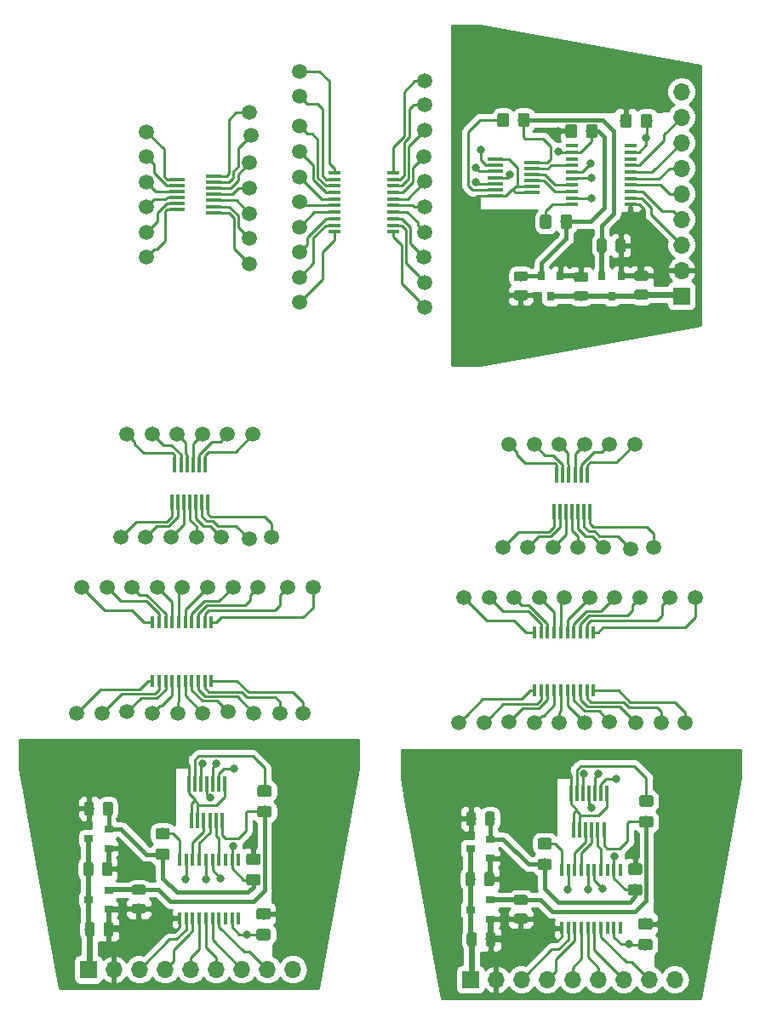
<source format=gtl>
%MOIN*%
%OFA0B0*%
%FSLAX46Y46*%
%IPPOS*%
%LPD*%
%ADD10R,0.015748031496062995X0.047244094488188976*%
%ADD11R,0.011811023622047244X0.059055118110236227*%
%ADD12C,0.059055118110236227*%
%ADD13C,0.0039370078740157488*%
%ADD14C,0.0452755905511811*%
%ADD15C,0.038385826771653545*%
%ADD16R,0.066929133858267723X0.066929133858267723*%
%ADD17O,0.066929133858267723X0.066929133858267723*%
%ADD18R,0.035433070866141732X0.031496062992125991*%
%ADD19C,0.031496062992125991*%
%ADD20C,0.00984251968503937*%
%ADD21C,0.01968503937007874*%
%ADD22C,0.015748031496062995*%
%ADD23C,0.023622047244094488*%
%ADD24C,0.01*%
%ADD35R,0.015748031496062995X0.047244094488188976*%
%ADD36R,0.011811023622047244X0.059055118110236227*%
%ADD37C,0.059055118110236227*%
%ADD38C,0.0039370078740157488*%
%ADD39C,0.0452755905511811*%
%ADD40C,0.038385826771653545*%
%ADD41R,0.066929133858267723X0.066929133858267723*%
%ADD42O,0.066929133858267723X0.066929133858267723*%
%ADD43R,0.035433070866141732X0.031496062992125991*%
%ADD44C,0.031496062992125991*%
%ADD45C,0.00984251968503937*%
%ADD46C,0.01968503937007874*%
%ADD47C,0.015748031496062995*%
%ADD48C,0.023622047244094488*%
%ADD49C,0.01*%
%ADD50R,0.047244094488188976X0.015748031496062995*%
%ADD51R,0.059055118110236227X0.011811023622047244*%
%ADD52C,0.059055118110236227*%
%ADD53C,0.0039370078740157488*%
%ADD54C,0.0452755905511811*%
%ADD55C,0.038385826771653545*%
%ADD56R,0.066929133858267723X0.066929133858267723*%
%ADD57O,0.066929133858267723X0.066929133858267723*%
%ADD58R,0.031496062992125991X0.035433070866141732*%
%ADD59C,0.031496062992125991*%
%ADD60C,0.00984251968503937*%
%ADD61C,0.01968503937007874*%
%ADD62C,0.015748031496062995*%
%ADD63C,0.023622047244094488*%
%ADD64C,0.01*%
G01*
D10*
X-0004094488Y0004055118D02*
X0000796515Y0001477263D03*
X0000770925Y0001477263D03*
X0000745334Y0001477263D03*
X0000719744Y0001477263D03*
X0000694153Y0001477263D03*
X0000668562Y0001477263D03*
X0000642972Y0001477263D03*
X0000617381Y0001477263D03*
X0000591791Y0001477263D03*
X0000566200Y0001477263D03*
X0000566200Y0001248917D03*
X0000591791Y0001248917D03*
X0000617381Y0001248917D03*
X0000642972Y0001248917D03*
X0000668562Y0001248917D03*
X0000694153Y0001248917D03*
X0000719744Y0001248917D03*
X0000745334Y0001248917D03*
X0000770925Y0001248917D03*
X0000796515Y0001248917D03*
D11*
X0000641541Y0001949387D03*
X0000665163Y0001949387D03*
X0000688785Y0001949387D03*
X0000712407Y0001949387D03*
X0000736029Y0001949387D03*
X0000759651Y0001949387D03*
X0000783273Y0001949387D03*
X0000653352Y0002093088D03*
X0000676974Y0002093088D03*
X0000700596Y0002093088D03*
X0000724218Y0002093088D03*
X0000747840Y0002093088D03*
X0000771462Y0002093088D03*
D12*
X0000762047Y0001122637D03*
X0000388031Y0001614763D03*
X0000584881Y0001614763D03*
X0000289606Y0001614763D03*
X0000269921Y0001122637D03*
X0001155747Y0001122637D03*
X0000963346Y0001122637D03*
X0001096692Y0001614763D03*
X0000663622Y0001122637D03*
X0000565196Y0001122637D03*
X0000466771Y0001126712D03*
X0000368346Y0001122637D03*
X0000683307Y0001614763D03*
X0000781732Y0001614763D03*
X0000860472Y0001126712D03*
X0000486456Y0001614763D03*
X0001032250Y0001811435D03*
X0000978582Y0001614763D03*
X0000958195Y0002213561D03*
X0000859769Y0002213561D03*
X0000761344Y0002213561D03*
X0000662919Y0002213561D03*
X0001063740Y0001122637D03*
X0000880157Y0001614763D03*
X0000944021Y0001804368D03*
X0000835399Y0001811435D03*
X0000736974Y0001811435D03*
X0000638549Y0001811435D03*
X0000540124Y0001811435D03*
X0000441698Y0001811435D03*
X0000564494Y0002213561D03*
X0001195118Y0001614763D03*
X0000466069Y0002213561D03*
D11*
X0000719330Y0000702440D03*
X0000742952Y0000702440D03*
X0000766574Y0000702440D03*
X0000790196Y0000702440D03*
X0000813818Y0000702440D03*
X0000837440Y0000702440D03*
X0000707519Y0000846141D03*
X0000731141Y0000846141D03*
X0000754763Y0000846141D03*
X0000778385Y0000846141D03*
X0000802007Y0000846141D03*
X0000825629Y0000846141D03*
X0000849251Y0000846141D03*
D13*
G36*
X0001019193Y0000358417D02*
X0001020148Y0000358275D01*
X0001021085Y0000358040D01*
X0001021994Y0000357715D01*
X0001022868Y0000357302D01*
X0001023696Y0000356805D01*
X0001024472Y0000356230D01*
X0001025188Y0000355581D01*
X0001025836Y0000354866D01*
X0001026412Y0000354090D01*
X0001026908Y0000353261D01*
X0001027321Y0000352388D01*
X0001027647Y0000351479D01*
X0001027881Y0000350542D01*
X0001028023Y0000349586D01*
X0001028070Y0000348622D01*
X0001028070Y0000323031D01*
X0001028023Y0000322066D01*
X0001027881Y0000321111D01*
X0001027647Y0000320174D01*
X0001027321Y0000319264D01*
X0001026908Y0000318391D01*
X0001026412Y0000317563D01*
X0001025836Y0000316787D01*
X0001025188Y0000316071D01*
X0001024472Y0000315423D01*
X0001023696Y0000314847D01*
X0001022868Y0000314351D01*
X0001021994Y0000313938D01*
X0001021085Y0000313612D01*
X0001020148Y0000313378D01*
X0001019193Y0000313236D01*
X0001018228Y0000313188D01*
X0000982795Y0000313188D01*
X0000981830Y0000313236D01*
X0000980875Y0000313378D01*
X0000979938Y0000313612D01*
X0000979028Y0000313938D01*
X0000978155Y0000314351D01*
X0000977327Y0000314847D01*
X0000976551Y0000315423D01*
X0000975835Y0000316071D01*
X0000975186Y0000316787D01*
X0000974611Y0000317563D01*
X0000974114Y0000318391D01*
X0000973701Y0000319264D01*
X0000973376Y0000320174D01*
X0000973141Y0000321111D01*
X0000973000Y0000322066D01*
X0000972952Y0000323031D01*
X0000972952Y0000348622D01*
X0000973000Y0000349586D01*
X0000973141Y0000350542D01*
X0000973376Y0000351479D01*
X0000973701Y0000352388D01*
X0000974114Y0000353261D01*
X0000974611Y0000354090D01*
X0000975186Y0000354866D01*
X0000975835Y0000355581D01*
X0000976551Y0000356230D01*
X0000977327Y0000356805D01*
X0000978155Y0000357302D01*
X0000979028Y0000357715D01*
X0000979938Y0000358040D01*
X0000980875Y0000358275D01*
X0000981830Y0000358417D01*
X0000982795Y0000358464D01*
X0001018228Y0000358464D01*
X0001019193Y0000358417D01*
X0001019193Y0000358417D01*
G37*
D14*
X0001000511Y0000335826D03*
D13*
G36*
X0001019193Y0000277708D02*
X0001020148Y0000277566D01*
X0001021085Y0000277332D01*
X0001021994Y0000277006D01*
X0001022868Y0000276593D01*
X0001023696Y0000276097D01*
X0001024472Y0000275521D01*
X0001025188Y0000274873D01*
X0001025836Y0000274157D01*
X0001026412Y0000273381D01*
X0001026908Y0000272553D01*
X0001027321Y0000271679D01*
X0001027647Y0000270770D01*
X0001027881Y0000269833D01*
X0001028023Y0000268878D01*
X0001028070Y0000267913D01*
X0001028070Y0000242322D01*
X0001028023Y0000241358D01*
X0001027881Y0000240402D01*
X0001027647Y0000239465D01*
X0001027321Y0000238556D01*
X0001026908Y0000237683D01*
X0001026412Y0000236854D01*
X0001025836Y0000236078D01*
X0001025188Y0000235363D01*
X0001024472Y0000234714D01*
X0001023696Y0000234139D01*
X0001022868Y0000233642D01*
X0001021994Y0000233229D01*
X0001021085Y0000232904D01*
X0001020148Y0000232669D01*
X0001019193Y0000232527D01*
X0001018228Y0000232480D01*
X0000982795Y0000232480D01*
X0000981830Y0000232527D01*
X0000980875Y0000232669D01*
X0000979938Y0000232904D01*
X0000979028Y0000233229D01*
X0000978155Y0000233642D01*
X0000977327Y0000234139D01*
X0000976551Y0000234714D01*
X0000975835Y0000235363D01*
X0000975186Y0000236078D01*
X0000974611Y0000236854D01*
X0000974114Y0000237683D01*
X0000973701Y0000238556D01*
X0000973376Y0000239465D01*
X0000973141Y0000240402D01*
X0000973000Y0000241358D01*
X0000972952Y0000242322D01*
X0000972952Y0000267913D01*
X0000973000Y0000268878D01*
X0000973141Y0000269833D01*
X0000973376Y0000270770D01*
X0000973701Y0000271679D01*
X0000974114Y0000272553D01*
X0000974611Y0000273381D01*
X0000975186Y0000274157D01*
X0000975835Y0000274873D01*
X0000976551Y0000275521D01*
X0000977327Y0000276097D01*
X0000978155Y0000276593D01*
X0000979028Y0000277006D01*
X0000979938Y0000277332D01*
X0000980875Y0000277566D01*
X0000981830Y0000277708D01*
X0000982795Y0000277755D01*
X0001018228Y0000277755D01*
X0001019193Y0000277708D01*
X0001019193Y0000277708D01*
G37*
D14*
X0001000511Y0000255118D03*
D13*
G36*
X0000979193Y0000572708D02*
X0000980148Y0000572566D01*
X0000981085Y0000572332D01*
X0000981994Y0000572006D01*
X0000982868Y0000571593D01*
X0000983696Y0000571097D01*
X0000984472Y0000570521D01*
X0000985188Y0000569873D01*
X0000985836Y0000569157D01*
X0000986412Y0000568381D01*
X0000986908Y0000567553D01*
X0000987321Y0000566679D01*
X0000987647Y0000565770D01*
X0000987881Y0000564833D01*
X0000988023Y0000563878D01*
X0000988070Y0000562913D01*
X0000988070Y0000537322D01*
X0000988023Y0000536358D01*
X0000987881Y0000535402D01*
X0000987647Y0000534465D01*
X0000987321Y0000533556D01*
X0000986908Y0000532683D01*
X0000986412Y0000531854D01*
X0000985836Y0000531078D01*
X0000985188Y0000530363D01*
X0000984472Y0000529714D01*
X0000983696Y0000529139D01*
X0000982868Y0000528642D01*
X0000981994Y0000528229D01*
X0000981085Y0000527904D01*
X0000980148Y0000527669D01*
X0000979193Y0000527527D01*
X0000978228Y0000527480D01*
X0000942795Y0000527480D01*
X0000941830Y0000527527D01*
X0000940875Y0000527669D01*
X0000939938Y0000527904D01*
X0000939028Y0000528229D01*
X0000938155Y0000528642D01*
X0000937327Y0000529139D01*
X0000936551Y0000529714D01*
X0000935835Y0000530363D01*
X0000935186Y0000531078D01*
X0000934611Y0000531854D01*
X0000934114Y0000532683D01*
X0000933701Y0000533556D01*
X0000933376Y0000534465D01*
X0000933141Y0000535402D01*
X0000933000Y0000536358D01*
X0000932952Y0000537322D01*
X0000932952Y0000562913D01*
X0000933000Y0000563878D01*
X0000933141Y0000564833D01*
X0000933376Y0000565770D01*
X0000933701Y0000566679D01*
X0000934114Y0000567553D01*
X0000934611Y0000568381D01*
X0000935186Y0000569157D01*
X0000935835Y0000569873D01*
X0000936551Y0000570521D01*
X0000937327Y0000571097D01*
X0000938155Y0000571593D01*
X0000939028Y0000572006D01*
X0000939938Y0000572332D01*
X0000940875Y0000572566D01*
X0000941830Y0000572708D01*
X0000942795Y0000572755D01*
X0000978228Y0000572755D01*
X0000979193Y0000572708D01*
X0000979193Y0000572708D01*
G37*
D14*
X0000960511Y0000550118D03*
D13*
G36*
X0000979193Y0000491999D02*
X0000980148Y0000491858D01*
X0000981085Y0000491623D01*
X0000981994Y0000491298D01*
X0000982868Y0000490885D01*
X0000983696Y0000490388D01*
X0000984472Y0000489813D01*
X0000985188Y0000489164D01*
X0000985836Y0000488448D01*
X0000986412Y0000487672D01*
X0000986908Y0000486844D01*
X0000987321Y0000485971D01*
X0000987647Y0000485061D01*
X0000987881Y0000484124D01*
X0000988023Y0000483169D01*
X0000988070Y0000482204D01*
X0000988070Y0000456614D01*
X0000988023Y0000455649D01*
X0000987881Y0000454693D01*
X0000987647Y0000453757D01*
X0000987321Y0000452847D01*
X0000986908Y0000451974D01*
X0000986412Y0000451145D01*
X0000985836Y0000450370D01*
X0000985188Y0000449654D01*
X0000984472Y0000449005D01*
X0000983696Y0000448430D01*
X0000982868Y0000447933D01*
X0000981994Y0000447520D01*
X0000981085Y0000447195D01*
X0000980148Y0000446960D01*
X0000979193Y0000446819D01*
X0000978228Y0000446771D01*
X0000942795Y0000446771D01*
X0000941830Y0000446819D01*
X0000940875Y0000446960D01*
X0000939938Y0000447195D01*
X0000939028Y0000447520D01*
X0000938155Y0000447933D01*
X0000937327Y0000448430D01*
X0000936551Y0000449005D01*
X0000935835Y0000449654D01*
X0000935186Y0000450370D01*
X0000934611Y0000451145D01*
X0000934114Y0000451974D01*
X0000933701Y0000452847D01*
X0000933376Y0000453757D01*
X0000933141Y0000454693D01*
X0000933000Y0000455649D01*
X0000932952Y0000456614D01*
X0000932952Y0000482204D01*
X0000933000Y0000483169D01*
X0000933141Y0000484124D01*
X0000933376Y0000485061D01*
X0000933701Y0000485971D01*
X0000934114Y0000486844D01*
X0000934611Y0000487672D01*
X0000935186Y0000488448D01*
X0000935835Y0000489164D01*
X0000936551Y0000489813D01*
X0000937327Y0000490388D01*
X0000938155Y0000490885D01*
X0000939028Y0000491298D01*
X0000939938Y0000491623D01*
X0000940875Y0000491858D01*
X0000941830Y0000491999D01*
X0000942795Y0000492047D01*
X0000978228Y0000492047D01*
X0000979193Y0000491999D01*
X0000979193Y0000491999D01*
G37*
D14*
X0000960511Y0000469409D03*
D13*
G36*
X0000624193Y0000672708D02*
X0000625148Y0000672566D01*
X0000626085Y0000672332D01*
X0000626994Y0000672006D01*
X0000627868Y0000671593D01*
X0000628696Y0000671097D01*
X0000629472Y0000670521D01*
X0000630188Y0000669873D01*
X0000630836Y0000669157D01*
X0000631412Y0000668381D01*
X0000631908Y0000667553D01*
X0000632321Y0000666679D01*
X0000632647Y0000665770D01*
X0000632881Y0000664833D01*
X0000633023Y0000663878D01*
X0000633070Y0000662913D01*
X0000633070Y0000637322D01*
X0000633023Y0000636358D01*
X0000632881Y0000635402D01*
X0000632647Y0000634465D01*
X0000632321Y0000633556D01*
X0000631908Y0000632683D01*
X0000631412Y0000631854D01*
X0000630836Y0000631078D01*
X0000630188Y0000630363D01*
X0000629472Y0000629714D01*
X0000628696Y0000629139D01*
X0000627868Y0000628642D01*
X0000626994Y0000628229D01*
X0000626085Y0000627904D01*
X0000625148Y0000627669D01*
X0000624193Y0000627527D01*
X0000623228Y0000627480D01*
X0000587795Y0000627480D01*
X0000586830Y0000627527D01*
X0000585875Y0000627669D01*
X0000584938Y0000627904D01*
X0000584028Y0000628229D01*
X0000583155Y0000628642D01*
X0000582327Y0000629139D01*
X0000581551Y0000629714D01*
X0000580835Y0000630363D01*
X0000580186Y0000631078D01*
X0000579611Y0000631854D01*
X0000579114Y0000632683D01*
X0000578701Y0000633556D01*
X0000578376Y0000634465D01*
X0000578141Y0000635402D01*
X0000578000Y0000636358D01*
X0000577952Y0000637322D01*
X0000577952Y0000662913D01*
X0000578000Y0000663878D01*
X0000578141Y0000664833D01*
X0000578376Y0000665770D01*
X0000578701Y0000666679D01*
X0000579114Y0000667553D01*
X0000579611Y0000668381D01*
X0000580186Y0000669157D01*
X0000580835Y0000669873D01*
X0000581551Y0000670521D01*
X0000582327Y0000671097D01*
X0000583155Y0000671593D01*
X0000584028Y0000672006D01*
X0000584938Y0000672332D01*
X0000585875Y0000672566D01*
X0000586830Y0000672708D01*
X0000587795Y0000672755D01*
X0000623228Y0000672755D01*
X0000624193Y0000672708D01*
X0000624193Y0000672708D01*
G37*
D14*
X0000605511Y0000650118D03*
D13*
G36*
X0000624193Y0000591999D02*
X0000625148Y0000591858D01*
X0000626085Y0000591623D01*
X0000626994Y0000591297D01*
X0000627868Y0000590885D01*
X0000628696Y0000590388D01*
X0000629472Y0000589813D01*
X0000630188Y0000589164D01*
X0000630836Y0000588448D01*
X0000631412Y0000587672D01*
X0000631908Y0000586844D01*
X0000632321Y0000585971D01*
X0000632647Y0000585061D01*
X0000632881Y0000584124D01*
X0000633023Y0000583169D01*
X0000633070Y0000582204D01*
X0000633070Y0000556614D01*
X0000633023Y0000555649D01*
X0000632881Y0000554693D01*
X0000632647Y0000553756D01*
X0000632321Y0000552847D01*
X0000631908Y0000551974D01*
X0000631412Y0000551145D01*
X0000630836Y0000550370D01*
X0000630188Y0000549654D01*
X0000629472Y0000549005D01*
X0000628696Y0000548430D01*
X0000627868Y0000547933D01*
X0000626994Y0000547520D01*
X0000626085Y0000547195D01*
X0000625148Y0000546960D01*
X0000624193Y0000546819D01*
X0000623228Y0000546771D01*
X0000587795Y0000546771D01*
X0000586830Y0000546819D01*
X0000585875Y0000546960D01*
X0000584938Y0000547195D01*
X0000584028Y0000547520D01*
X0000583155Y0000547933D01*
X0000582327Y0000548430D01*
X0000581551Y0000549005D01*
X0000580835Y0000549654D01*
X0000580186Y0000550370D01*
X0000579611Y0000551145D01*
X0000579114Y0000551974D01*
X0000578701Y0000552847D01*
X0000578376Y0000553756D01*
X0000578141Y0000554693D01*
X0000578000Y0000555649D01*
X0000577952Y0000556614D01*
X0000577952Y0000582204D01*
X0000578000Y0000583169D01*
X0000578141Y0000584124D01*
X0000578376Y0000585061D01*
X0000578701Y0000585971D01*
X0000579114Y0000586844D01*
X0000579611Y0000587672D01*
X0000580186Y0000588448D01*
X0000580835Y0000589164D01*
X0000581551Y0000589813D01*
X0000582327Y0000590388D01*
X0000583155Y0000590885D01*
X0000584028Y0000591297D01*
X0000584938Y0000591623D01*
X0000585875Y0000591858D01*
X0000586830Y0000591999D01*
X0000587795Y0000592047D01*
X0000623228Y0000592047D01*
X0000624193Y0000591999D01*
X0000624193Y0000591999D01*
G37*
D14*
X0000605511Y0000569409D03*
D10*
X0000902559Y0000547244D03*
X0000876968Y0000547244D03*
X0000851377Y0000547244D03*
X0000825787Y0000547244D03*
X0000800196Y0000547244D03*
X0000774606Y0000547244D03*
X0000749015Y0000547244D03*
X0000723425Y0000547244D03*
X0000697834Y0000547244D03*
X0000672244Y0000547244D03*
X0000672244Y0000318897D03*
X0000697834Y0000318897D03*
X0000723425Y0000318897D03*
X0000749015Y0000318897D03*
X0000774606Y0000318897D03*
X0000800196Y0000318897D03*
X0000825787Y0000318897D03*
X0000851377Y0000318897D03*
X0000876968Y0000318897D03*
X0000902559Y0000318897D03*
D13*
G36*
X0001022618Y0000839519D02*
X0001023573Y0000839377D01*
X0001024510Y0000839143D01*
X0001025420Y0000838817D01*
X0001026293Y0000838404D01*
X0001027121Y0000837908D01*
X0001027897Y0000837332D01*
X0001028613Y0000836684D01*
X0001029261Y0000835968D01*
X0001029837Y0000835192D01*
X0001030333Y0000834364D01*
X0001030746Y0000833490D01*
X0001031072Y0000832581D01*
X0001031306Y0000831644D01*
X0001031448Y0000830689D01*
X0001031496Y0000829724D01*
X0001031496Y0000804133D01*
X0001031448Y0000803169D01*
X0001031306Y0000802213D01*
X0001031072Y0000801276D01*
X0001030746Y0000800367D01*
X0001030333Y0000799494D01*
X0001029837Y0000798665D01*
X0001029261Y0000797889D01*
X0001028613Y0000797174D01*
X0001027897Y0000796525D01*
X0001027121Y0000795950D01*
X0001026293Y0000795453D01*
X0001025420Y0000795040D01*
X0001024510Y0000794715D01*
X0001023573Y0000794480D01*
X0001022618Y0000794338D01*
X0001021653Y0000794291D01*
X0000986220Y0000794291D01*
X0000985255Y0000794338D01*
X0000984300Y0000794480D01*
X0000983363Y0000794715D01*
X0000982453Y0000795040D01*
X0000981580Y0000795453D01*
X0000980752Y0000795950D01*
X0000979976Y0000796525D01*
X0000979260Y0000797174D01*
X0000978612Y0000797889D01*
X0000978036Y0000798665D01*
X0000977540Y0000799494D01*
X0000977127Y0000800367D01*
X0000976801Y0000801276D01*
X0000976567Y0000802213D01*
X0000976425Y0000803169D01*
X0000976377Y0000804133D01*
X0000976377Y0000829724D01*
X0000976425Y0000830689D01*
X0000976567Y0000831644D01*
X0000976801Y0000832581D01*
X0000977127Y0000833490D01*
X0000977540Y0000834364D01*
X0000978036Y0000835192D01*
X0000978612Y0000835968D01*
X0000979260Y0000836684D01*
X0000979976Y0000837332D01*
X0000980752Y0000837908D01*
X0000981580Y0000838404D01*
X0000982453Y0000838817D01*
X0000983363Y0000839143D01*
X0000984300Y0000839377D01*
X0000985255Y0000839519D01*
X0000986220Y0000839566D01*
X0001021653Y0000839566D01*
X0001022618Y0000839519D01*
X0001022618Y0000839519D01*
G37*
D14*
X0001003937Y0000816929D03*
D13*
G36*
X0001022618Y0000758810D02*
X0001023573Y0000758669D01*
X0001024510Y0000758434D01*
X0001025420Y0000758109D01*
X0001026293Y0000757696D01*
X0001027121Y0000757199D01*
X0001027897Y0000756624D01*
X0001028613Y0000755975D01*
X0001029261Y0000755259D01*
X0001029837Y0000754483D01*
X0001030333Y0000753655D01*
X0001030746Y0000752782D01*
X0001031072Y0000751872D01*
X0001031306Y0000750935D01*
X0001031448Y0000749980D01*
X0001031496Y0000749015D01*
X0001031496Y0000723425D01*
X0001031448Y0000722460D01*
X0001031306Y0000721505D01*
X0001031072Y0000720568D01*
X0001030746Y0000719658D01*
X0001030333Y0000718785D01*
X0001029837Y0000717956D01*
X0001029261Y0000717181D01*
X0001028613Y0000716465D01*
X0001027897Y0000715816D01*
X0001027121Y0000715241D01*
X0001026293Y0000714744D01*
X0001025420Y0000714331D01*
X0001024510Y0000714006D01*
X0001023573Y0000713771D01*
X0001022618Y0000713630D01*
X0001021653Y0000713582D01*
X0000986220Y0000713582D01*
X0000985255Y0000713630D01*
X0000984300Y0000713771D01*
X0000983363Y0000714006D01*
X0000982453Y0000714331D01*
X0000981580Y0000714744D01*
X0000980752Y0000715241D01*
X0000979976Y0000715816D01*
X0000979260Y0000716465D01*
X0000978612Y0000717181D01*
X0000978036Y0000717956D01*
X0000977540Y0000718785D01*
X0000977127Y0000719658D01*
X0000976801Y0000720568D01*
X0000976567Y0000721505D01*
X0000976425Y0000722460D01*
X0000976377Y0000723425D01*
X0000976377Y0000749015D01*
X0000976425Y0000749980D01*
X0000976567Y0000750935D01*
X0000976801Y0000751872D01*
X0000977127Y0000752782D01*
X0000977540Y0000753655D01*
X0000978036Y0000754483D01*
X0000978612Y0000755259D01*
X0000979260Y0000755975D01*
X0000979976Y0000756624D01*
X0000980752Y0000757199D01*
X0000981580Y0000757696D01*
X0000982453Y0000758109D01*
X0000983363Y0000758434D01*
X0000984300Y0000758669D01*
X0000985255Y0000758810D01*
X0000986220Y0000758858D01*
X0001021653Y0000758858D01*
X0001022618Y0000758810D01*
X0001022618Y0000758810D01*
G37*
D14*
X0001003937Y0000736220D03*
D13*
G36*
X0000327958Y0000775544D02*
X0000328889Y0000775406D01*
X0000329803Y0000775177D01*
X0000330690Y0000774860D01*
X0000331541Y0000774457D01*
X0000332349Y0000773973D01*
X0000333105Y0000773412D01*
X0000333803Y0000772779D01*
X0000334435Y0000772082D01*
X0000334996Y0000771325D01*
X0000335481Y0000770517D01*
X0000335883Y0000769666D01*
X0000336200Y0000768779D01*
X0000336429Y0000767866D01*
X0000336567Y0000766934D01*
X0000336614Y0000765994D01*
X0000336614Y0000730068D01*
X0000336567Y0000729128D01*
X0000336429Y0000728196D01*
X0000336200Y0000727283D01*
X0000335883Y0000726396D01*
X0000335481Y0000725545D01*
X0000334996Y0000724737D01*
X0000334435Y0000723980D01*
X0000333803Y0000723283D01*
X0000333105Y0000722650D01*
X0000332349Y0000722089D01*
X0000331541Y0000721605D01*
X0000330690Y0000721202D01*
X0000329803Y0000720885D01*
X0000328889Y0000720656D01*
X0000327958Y0000720518D01*
X0000327017Y0000720472D01*
X0000307824Y0000720472D01*
X0000306884Y0000720518D01*
X0000305952Y0000720656D01*
X0000305039Y0000720885D01*
X0000304152Y0000721202D01*
X0000303301Y0000721605D01*
X0000302493Y0000722089D01*
X0000301736Y0000722650D01*
X0000301039Y0000723283D01*
X0000300406Y0000723980D01*
X0000299845Y0000724737D01*
X0000299361Y0000725545D01*
X0000298958Y0000726396D01*
X0000298641Y0000727283D01*
X0000298412Y0000728196D01*
X0000298274Y0000729128D01*
X0000298228Y0000730068D01*
X0000298228Y0000765994D01*
X0000298274Y0000766934D01*
X0000298412Y0000767866D01*
X0000298641Y0000768779D01*
X0000298958Y0000769666D01*
X0000299361Y0000770517D01*
X0000299845Y0000771325D01*
X0000300406Y0000772082D01*
X0000301039Y0000772779D01*
X0000301736Y0000773412D01*
X0000302493Y0000773973D01*
X0000303301Y0000774457D01*
X0000304152Y0000774860D01*
X0000305039Y0000775177D01*
X0000305952Y0000775406D01*
X0000306884Y0000775544D01*
X0000307824Y0000775590D01*
X0000327017Y0000775590D01*
X0000327958Y0000775544D01*
X0000327958Y0000775544D01*
G37*
D15*
X0000317421Y0000748031D03*
D13*
G36*
X0000401777Y0000775544D02*
X0000402708Y0000775406D01*
X0000403622Y0000775177D01*
X0000404509Y0000774860D01*
X0000405360Y0000774457D01*
X0000406168Y0000773973D01*
X0000406924Y0000773412D01*
X0000407622Y0000772779D01*
X0000408254Y0000772082D01*
X0000408815Y0000771325D01*
X0000409299Y0000770517D01*
X0000409702Y0000769666D01*
X0000410019Y0000768779D01*
X0000410248Y0000767866D01*
X0000410386Y0000766934D01*
X0000410433Y0000765994D01*
X0000410433Y0000730068D01*
X0000410386Y0000729128D01*
X0000410248Y0000728196D01*
X0000410019Y0000727283D01*
X0000409702Y0000726396D01*
X0000409299Y0000725545D01*
X0000408815Y0000724737D01*
X0000408254Y0000723980D01*
X0000407622Y0000723283D01*
X0000406924Y0000722650D01*
X0000406168Y0000722089D01*
X0000405360Y0000721605D01*
X0000404509Y0000721202D01*
X0000403622Y0000720885D01*
X0000402708Y0000720656D01*
X0000401777Y0000720518D01*
X0000400836Y0000720472D01*
X0000381643Y0000720472D01*
X0000380703Y0000720518D01*
X0000379771Y0000720656D01*
X0000378857Y0000720885D01*
X0000377971Y0000721202D01*
X0000377119Y0000721605D01*
X0000376312Y0000722089D01*
X0000375555Y0000722650D01*
X0000374857Y0000723283D01*
X0000374225Y0000723980D01*
X0000373664Y0000724737D01*
X0000373180Y0000725545D01*
X0000372777Y0000726396D01*
X0000372460Y0000727283D01*
X0000372231Y0000728196D01*
X0000372093Y0000729128D01*
X0000372047Y0000730068D01*
X0000372047Y0000765994D01*
X0000372093Y0000766934D01*
X0000372231Y0000767866D01*
X0000372460Y0000768779D01*
X0000372777Y0000769666D01*
X0000373180Y0000770517D01*
X0000373664Y0000771325D01*
X0000374225Y0000772082D01*
X0000374857Y0000772779D01*
X0000375555Y0000773412D01*
X0000376312Y0000773973D01*
X0000377119Y0000774457D01*
X0000377971Y0000774860D01*
X0000378857Y0000775177D01*
X0000379771Y0000775406D01*
X0000380703Y0000775544D01*
X0000381643Y0000775590D01*
X0000400836Y0000775590D01*
X0000401777Y0000775544D01*
X0000401777Y0000775544D01*
G37*
D15*
X0000391240Y0000748031D03*
D13*
G36*
X0000325300Y0000539323D02*
X0000326232Y0000539185D01*
X0000327145Y0000538956D01*
X0000328032Y0000538639D01*
X0000328883Y0000538236D01*
X0000329691Y0000537752D01*
X0000330448Y0000537191D01*
X0000331145Y0000536559D01*
X0000331778Y0000535861D01*
X0000332339Y0000535105D01*
X0000332823Y0000534297D01*
X0000333226Y0000533446D01*
X0000333543Y0000532559D01*
X0000333772Y0000531645D01*
X0000333910Y0000530714D01*
X0000333956Y0000529773D01*
X0000333956Y0000493848D01*
X0000333910Y0000492907D01*
X0000333772Y0000491976D01*
X0000333543Y0000491062D01*
X0000333226Y0000490175D01*
X0000332823Y0000489324D01*
X0000332339Y0000488516D01*
X0000331778Y0000487760D01*
X0000331145Y0000487062D01*
X0000330448Y0000486430D01*
X0000329691Y0000485869D01*
X0000328883Y0000485385D01*
X0000328032Y0000484982D01*
X0000327145Y0000484665D01*
X0000326232Y0000484436D01*
X0000325300Y0000484298D01*
X0000324360Y0000484251D01*
X0000305167Y0000484251D01*
X0000304226Y0000484298D01*
X0000303295Y0000484436D01*
X0000302381Y0000484665D01*
X0000301494Y0000484982D01*
X0000300643Y0000485385D01*
X0000299835Y0000485869D01*
X0000299079Y0000486430D01*
X0000298381Y0000487062D01*
X0000297749Y0000487760D01*
X0000297188Y0000488516D01*
X0000296704Y0000489324D01*
X0000296301Y0000490175D01*
X0000295984Y0000491062D01*
X0000295755Y0000491976D01*
X0000295617Y0000492907D01*
X0000295570Y0000493848D01*
X0000295570Y0000529773D01*
X0000295617Y0000530714D01*
X0000295755Y0000531645D01*
X0000295984Y0000532559D01*
X0000296301Y0000533446D01*
X0000296704Y0000534297D01*
X0000297188Y0000535105D01*
X0000297749Y0000535861D01*
X0000298381Y0000536559D01*
X0000299079Y0000537191D01*
X0000299835Y0000537752D01*
X0000300643Y0000538236D01*
X0000301494Y0000538639D01*
X0000302381Y0000538956D01*
X0000303295Y0000539185D01*
X0000304226Y0000539323D01*
X0000305167Y0000539370D01*
X0000324360Y0000539370D01*
X0000325300Y0000539323D01*
X0000325300Y0000539323D01*
G37*
D15*
X0000314763Y0000511811D03*
D13*
G36*
X0000399119Y0000539323D02*
X0000400051Y0000539185D01*
X0000400964Y0000538956D01*
X0000401851Y0000538639D01*
X0000402702Y0000538236D01*
X0000403510Y0000537752D01*
X0000404267Y0000537191D01*
X0000404964Y0000536559D01*
X0000405597Y0000535861D01*
X0000406158Y0000535105D01*
X0000406642Y0000534297D01*
X0000407045Y0000533446D01*
X0000407362Y0000532559D01*
X0000407591Y0000531645D01*
X0000407729Y0000530714D01*
X0000407775Y0000529773D01*
X0000407775Y0000493848D01*
X0000407729Y0000492907D01*
X0000407591Y0000491976D01*
X0000407362Y0000491062D01*
X0000407045Y0000490175D01*
X0000406642Y0000489324D01*
X0000406158Y0000488516D01*
X0000405597Y0000487760D01*
X0000404964Y0000487062D01*
X0000404267Y0000486430D01*
X0000403510Y0000485869D01*
X0000402702Y0000485385D01*
X0000401851Y0000484982D01*
X0000400964Y0000484665D01*
X0000400051Y0000484436D01*
X0000399119Y0000484298D01*
X0000398179Y0000484251D01*
X0000378986Y0000484251D01*
X0000378045Y0000484298D01*
X0000377114Y0000484436D01*
X0000376200Y0000484665D01*
X0000375313Y0000484982D01*
X0000374462Y0000485385D01*
X0000373654Y0000485869D01*
X0000372898Y0000486430D01*
X0000372200Y0000487062D01*
X0000371568Y0000487760D01*
X0000371007Y0000488516D01*
X0000370522Y0000489324D01*
X0000370120Y0000490175D01*
X0000369802Y0000491062D01*
X0000369574Y0000491976D01*
X0000369435Y0000492907D01*
X0000369389Y0000493848D01*
X0000369389Y0000529773D01*
X0000369435Y0000530714D01*
X0000369574Y0000531645D01*
X0000369802Y0000532559D01*
X0000370120Y0000533446D01*
X0000370522Y0000534297D01*
X0000371007Y0000535105D01*
X0000371568Y0000535861D01*
X0000372200Y0000536559D01*
X0000372898Y0000537191D01*
X0000373654Y0000537752D01*
X0000374462Y0000538236D01*
X0000375313Y0000538639D01*
X0000376200Y0000538956D01*
X0000377114Y0000539185D01*
X0000378045Y0000539323D01*
X0000378986Y0000539370D01*
X0000398179Y0000539370D01*
X0000399119Y0000539323D01*
X0000399119Y0000539323D01*
G37*
D15*
X0000388582Y0000511811D03*
D13*
G36*
X0000530714Y0000375938D02*
X0000531645Y0000375799D01*
X0000532559Y0000375570D01*
X0000533446Y0000375253D01*
X0000534297Y0000374851D01*
X0000535105Y0000374366D01*
X0000535861Y0000373805D01*
X0000536559Y0000373173D01*
X0000537191Y0000372475D01*
X0000537752Y0000371719D01*
X0000538236Y0000370911D01*
X0000538639Y0000370060D01*
X0000538956Y0000369173D01*
X0000539185Y0000368259D01*
X0000539323Y0000367328D01*
X0000539370Y0000366387D01*
X0000539370Y0000347194D01*
X0000539323Y0000346254D01*
X0000539185Y0000345322D01*
X0000538956Y0000344409D01*
X0000538639Y0000343522D01*
X0000538236Y0000342671D01*
X0000537752Y0000341863D01*
X0000537191Y0000341106D01*
X0000536559Y0000340409D01*
X0000535861Y0000339776D01*
X0000535105Y0000339215D01*
X0000534297Y0000338731D01*
X0000533446Y0000338328D01*
X0000532559Y0000338011D01*
X0000531645Y0000337782D01*
X0000530714Y0000337644D01*
X0000529773Y0000337598D01*
X0000493848Y0000337598D01*
X0000492907Y0000337644D01*
X0000491976Y0000337782D01*
X0000491062Y0000338011D01*
X0000490175Y0000338328D01*
X0000489324Y0000338731D01*
X0000488516Y0000339215D01*
X0000487760Y0000339776D01*
X0000487062Y0000340409D01*
X0000486430Y0000341106D01*
X0000485869Y0000341863D01*
X0000485385Y0000342671D01*
X0000484982Y0000343522D01*
X0000484665Y0000344409D01*
X0000484436Y0000345322D01*
X0000484298Y0000346254D01*
X0000484251Y0000347194D01*
X0000484251Y0000366387D01*
X0000484298Y0000367328D01*
X0000484436Y0000368259D01*
X0000484665Y0000369173D01*
X0000484982Y0000370060D01*
X0000485385Y0000370911D01*
X0000485869Y0000371719D01*
X0000486430Y0000372475D01*
X0000487062Y0000373173D01*
X0000487760Y0000373805D01*
X0000488516Y0000374366D01*
X0000489324Y0000374851D01*
X0000490175Y0000375253D01*
X0000491062Y0000375570D01*
X0000491976Y0000375799D01*
X0000492907Y0000375938D01*
X0000493848Y0000375984D01*
X0000529773Y0000375984D01*
X0000530714Y0000375938D01*
X0000530714Y0000375938D01*
G37*
D15*
X0000511811Y0000356791D03*
D13*
G36*
X0000530714Y0000449756D02*
X0000531645Y0000449618D01*
X0000532559Y0000449389D01*
X0000533446Y0000449072D01*
X0000534297Y0000448670D01*
X0000535105Y0000448185D01*
X0000535861Y0000447624D01*
X0000536559Y0000446992D01*
X0000537191Y0000446294D01*
X0000537752Y0000445538D01*
X0000538236Y0000444730D01*
X0000538639Y0000443879D01*
X0000538956Y0000442992D01*
X0000539185Y0000442078D01*
X0000539323Y0000441147D01*
X0000539370Y0000440206D01*
X0000539370Y0000421013D01*
X0000539323Y0000420073D01*
X0000539185Y0000419141D01*
X0000538956Y0000418228D01*
X0000538639Y0000417341D01*
X0000538236Y0000416490D01*
X0000537752Y0000415682D01*
X0000537191Y0000414925D01*
X0000536559Y0000414228D01*
X0000535861Y0000413595D01*
X0000535105Y0000413034D01*
X0000534297Y0000412550D01*
X0000533446Y0000412147D01*
X0000532559Y0000411830D01*
X0000531645Y0000411601D01*
X0000530714Y0000411463D01*
X0000529773Y0000411417D01*
X0000493848Y0000411417D01*
X0000492907Y0000411463D01*
X0000491976Y0000411601D01*
X0000491062Y0000411830D01*
X0000490175Y0000412147D01*
X0000489324Y0000412550D01*
X0000488516Y0000413034D01*
X0000487760Y0000413595D01*
X0000487062Y0000414228D01*
X0000486430Y0000414925D01*
X0000485869Y0000415682D01*
X0000485385Y0000416490D01*
X0000484982Y0000417341D01*
X0000484665Y0000418228D01*
X0000484436Y0000419141D01*
X0000484298Y0000420073D01*
X0000484251Y0000421013D01*
X0000484251Y0000440206D01*
X0000484298Y0000441147D01*
X0000484436Y0000442078D01*
X0000484665Y0000442992D01*
X0000484982Y0000443879D01*
X0000485385Y0000444730D01*
X0000485869Y0000445538D01*
X0000486430Y0000446294D01*
X0000487062Y0000446992D01*
X0000487760Y0000447624D01*
X0000488516Y0000448185D01*
X0000489324Y0000448670D01*
X0000490175Y0000449072D01*
X0000491062Y0000449389D01*
X0000491976Y0000449618D01*
X0000492907Y0000449756D01*
X0000493848Y0000449803D01*
X0000529773Y0000449803D01*
X0000530714Y0000449756D01*
X0000530714Y0000449756D01*
G37*
D15*
X0000511811Y0000430610D03*
D13*
G36*
X0000330418Y0000303103D02*
X0000331350Y0000302965D01*
X0000332264Y0000302736D01*
X0000333150Y0000302419D01*
X0000334002Y0000302016D01*
X0000334809Y0000301532D01*
X0000335566Y0000300971D01*
X0000336264Y0000300338D01*
X0000336896Y0000299641D01*
X0000337457Y0000298884D01*
X0000337941Y0000298076D01*
X0000338344Y0000297225D01*
X0000338661Y0000296338D01*
X0000338890Y0000295425D01*
X0000339028Y0000294493D01*
X0000339074Y0000293553D01*
X0000339074Y0000257627D01*
X0000339028Y0000256687D01*
X0000338890Y0000255755D01*
X0000338661Y0000254842D01*
X0000338344Y0000253955D01*
X0000337941Y0000253104D01*
X0000337457Y0000252296D01*
X0000336896Y0000251540D01*
X0000336264Y0000250842D01*
X0000335566Y0000250209D01*
X0000334809Y0000249648D01*
X0000334002Y0000249164D01*
X0000333150Y0000248761D01*
X0000332264Y0000248444D01*
X0000331350Y0000248215D01*
X0000330418Y0000248077D01*
X0000329478Y0000248031D01*
X0000310285Y0000248031D01*
X0000309344Y0000248077D01*
X0000308413Y0000248215D01*
X0000307499Y0000248444D01*
X0000306612Y0000248761D01*
X0000305761Y0000249164D01*
X0000304953Y0000249648D01*
X0000304197Y0000250209D01*
X0000303499Y0000250842D01*
X0000302867Y0000251540D01*
X0000302306Y0000252296D01*
X0000301822Y0000253104D01*
X0000301419Y0000253955D01*
X0000301102Y0000254842D01*
X0000300873Y0000255755D01*
X0000300735Y0000256687D01*
X0000300688Y0000257627D01*
X0000300688Y0000293553D01*
X0000300735Y0000294493D01*
X0000300873Y0000295425D01*
X0000301102Y0000296338D01*
X0000301419Y0000297225D01*
X0000301822Y0000298076D01*
X0000302306Y0000298884D01*
X0000302867Y0000299641D01*
X0000303499Y0000300338D01*
X0000304197Y0000300971D01*
X0000304953Y0000301532D01*
X0000305761Y0000302016D01*
X0000306612Y0000302419D01*
X0000307499Y0000302736D01*
X0000308413Y0000302965D01*
X0000309344Y0000303103D01*
X0000310285Y0000303149D01*
X0000329478Y0000303149D01*
X0000330418Y0000303103D01*
X0000330418Y0000303103D01*
G37*
D15*
X0000319881Y0000275590D03*
D13*
G36*
X0000404237Y0000303103D02*
X0000405169Y0000302965D01*
X0000406082Y0000302736D01*
X0000406969Y0000302419D01*
X0000407820Y0000302016D01*
X0000408628Y0000301532D01*
X0000409385Y0000300971D01*
X0000410082Y0000300338D01*
X0000410715Y0000299641D01*
X0000411276Y0000298884D01*
X0000411760Y0000298076D01*
X0000412163Y0000297225D01*
X0000412480Y0000296338D01*
X0000412709Y0000295425D01*
X0000412847Y0000294493D01*
X0000412893Y0000293553D01*
X0000412893Y0000257627D01*
X0000412847Y0000256687D01*
X0000412709Y0000255755D01*
X0000412480Y0000254842D01*
X0000412163Y0000253955D01*
X0000411760Y0000253104D01*
X0000411276Y0000252296D01*
X0000410715Y0000251540D01*
X0000410082Y0000250842D01*
X0000409385Y0000250209D01*
X0000408628Y0000249648D01*
X0000407820Y0000249164D01*
X0000406969Y0000248761D01*
X0000406082Y0000248444D01*
X0000405169Y0000248215D01*
X0000404237Y0000248077D01*
X0000403297Y0000248031D01*
X0000384104Y0000248031D01*
X0000383163Y0000248077D01*
X0000382232Y0000248215D01*
X0000381318Y0000248444D01*
X0000380431Y0000248761D01*
X0000379580Y0000249164D01*
X0000378772Y0000249648D01*
X0000378016Y0000250209D01*
X0000377318Y0000250842D01*
X0000376686Y0000251540D01*
X0000376125Y0000252296D01*
X0000375640Y0000253104D01*
X0000375238Y0000253955D01*
X0000374921Y0000254842D01*
X0000374692Y0000255755D01*
X0000374554Y0000256687D01*
X0000374507Y0000257627D01*
X0000374507Y0000293553D01*
X0000374554Y0000294493D01*
X0000374692Y0000295425D01*
X0000374921Y0000296338D01*
X0000375238Y0000297225D01*
X0000375640Y0000298076D01*
X0000376125Y0000298884D01*
X0000376686Y0000299641D01*
X0000377318Y0000300338D01*
X0000378016Y0000300971D01*
X0000378772Y0000301532D01*
X0000379580Y0000302016D01*
X0000380431Y0000302419D01*
X0000381318Y0000302736D01*
X0000382232Y0000302965D01*
X0000383163Y0000303103D01*
X0000384104Y0000303149D01*
X0000403297Y0000303149D01*
X0000404237Y0000303103D01*
X0000404237Y0000303103D01*
G37*
D15*
X0000393700Y0000275590D03*
D16*
X0000314960Y0000118110D03*
D17*
X0000414960Y0000118110D03*
X0000514960Y0000118110D03*
X0000614960Y0000118110D03*
X0000714960Y0000118110D03*
X0000814960Y0000118110D03*
X0000914960Y0000118110D03*
X0001014960Y0000118110D03*
X0001114960Y0000118110D03*
D18*
X0000314960Y0000629921D03*
X0000393700Y0000667322D03*
X0000393700Y0000592519D03*
X0000393700Y0000354330D03*
X0000393700Y0000429133D03*
X0000314960Y0000391732D03*
D19*
X0000450511Y0000510118D03*
X0000455511Y0000280118D03*
X0000960511Y0000600118D03*
X0001070511Y0000335118D03*
X0000935039Y0000255905D03*
X0000885511Y0000905118D03*
X0000880511Y0000601574D03*
X0000832598Y0000474679D03*
X0000815511Y0000925118D03*
X0000695511Y0000470118D03*
X0000790511Y0000790118D03*
X0000775511Y0000470118D03*
X0000760511Y0000925118D03*
D20*
X0000393700Y0000516732D02*
X0000388779Y0000511811D01*
D21*
X0000393700Y0000592519D02*
X0000393700Y0000516732D01*
X0000393700Y0000275590D02*
X0000393700Y0000354330D01*
D20*
X0000509350Y0000354330D02*
X0000511811Y0000356791D01*
X0000672244Y0000285433D02*
X0000672244Y0000318897D01*
X0000652559Y0000265748D02*
X0000672244Y0000285433D01*
X0000521653Y0000265748D02*
X0000652559Y0000265748D01*
X0000511811Y0000275590D02*
X0000521653Y0000265748D01*
D21*
X0000388582Y0000511811D02*
X0000438818Y0000511811D01*
D20*
X0000438818Y0000511811D02*
X0000440511Y0000510118D01*
X0000440511Y0000510118D02*
X0000450511Y0000510118D01*
X0000398228Y0000280118D02*
X0000393700Y0000275590D01*
D21*
X0000455511Y0000280118D02*
X0000398228Y0000280118D01*
D20*
X0000511811Y0000356791D02*
X0000511811Y0000300118D01*
X0000455511Y0000349330D02*
X0000450511Y0000354330D01*
D21*
X0000455511Y0000280118D02*
X0000455511Y0000349330D01*
X0000393700Y0000354330D02*
X0000450511Y0000354330D01*
X0000450511Y0000354330D02*
X0000509350Y0000354330D01*
D20*
X0000506811Y0000280118D02*
X0000511811Y0000285118D01*
D21*
X0000455511Y0000280118D02*
X0000506811Y0000280118D01*
D20*
X0000511811Y0000300118D02*
X0000511811Y0000285118D01*
X0000511811Y0000285118D02*
X0000511811Y0000275590D01*
X0000730511Y0000780118D02*
X0000742952Y0000767677D01*
X0000719330Y0000702440D02*
X0000719330Y0000768937D01*
X0000719330Y0000768937D02*
X0000730511Y0000780118D01*
X0000730511Y0000783779D02*
X0000730511Y0000780118D01*
X0000707519Y0000806771D02*
X0000730511Y0000783779D01*
X0000707519Y0000846141D02*
X0000707519Y0000806771D01*
X0000849251Y0000793858D02*
X0000849251Y0000846141D01*
X0000815511Y0000760118D02*
X0000849251Y0000793858D01*
X0000742952Y0000760118D02*
X0000815511Y0000760118D01*
X0000742952Y0000760118D02*
X0000742952Y0000702440D01*
X0000742952Y0000767677D02*
X0000742952Y0000760118D01*
X0000317421Y0000748031D02*
X0000317421Y0000779527D01*
X0000317421Y0000917027D02*
X0000317421Y0000748031D01*
X0000330511Y0000930118D02*
X0000317421Y0000917027D01*
X0000695511Y0000930118D02*
X0000330511Y0000930118D01*
X0000707519Y0000846141D02*
X0000707519Y0000918110D01*
X0000707519Y0000918110D02*
X0000695511Y0000930118D01*
D22*
X0000960511Y0000550118D02*
X0000960511Y0000600118D01*
D20*
X0001001220Y0000335118D02*
X0001000511Y0000335826D01*
D21*
X0001070511Y0000335118D02*
X0001001220Y0000335118D01*
X0000314960Y0000629921D02*
X0000314960Y0000511811D01*
X0000314960Y0000511811D02*
X0000314960Y0000391732D01*
D20*
X0000314960Y0000280511D02*
X0000319881Y0000275590D01*
D21*
X0000314960Y0000391732D02*
X0000314960Y0000280511D01*
D20*
X0000319881Y0000123031D02*
X0000314960Y0000118110D01*
D23*
X0000319881Y0000275590D02*
X0000319881Y0000123031D01*
D20*
X0000906496Y0000255905D02*
X0000935039Y0000255905D01*
X0000876968Y0000318897D02*
X0000876968Y0000285433D01*
X0000876968Y0000285433D02*
X0000906496Y0000255905D01*
X0000935826Y0000255118D02*
X0000935039Y0000255905D01*
X0001000511Y0000255118D02*
X0000935826Y0000255118D01*
X0000394192Y0000666830D02*
X0000393700Y0000667322D01*
X0000393700Y0000745570D02*
X0000391240Y0000748031D01*
D22*
X0000393700Y0000667322D02*
X0000393700Y0000745570D01*
D20*
X0000929015Y0000469409D02*
X0000960511Y0000469409D01*
X0000921338Y0000469409D02*
X0000929015Y0000469409D01*
X0000876968Y0000513779D02*
X0000921338Y0000469409D01*
X0000876968Y0000547244D02*
X0000876968Y0000513779D01*
X0000825629Y0000885511D02*
X0000845236Y0000905118D01*
X0000825629Y0000846141D02*
X0000825629Y0000885511D01*
X0000845236Y0000905118D02*
X0000885511Y0000905118D01*
X0000876968Y0000598031D02*
X0000880511Y0000601574D01*
X0000876968Y0000547244D02*
X0000876968Y0000598031D01*
D22*
X0000960511Y0000442834D02*
X0000937795Y0000420118D01*
X0000960511Y0000469409D02*
X0000960511Y0000442834D01*
X0000937795Y0000420118D02*
X0000660511Y0000420118D01*
X0000605511Y0000475118D02*
X0000605511Y0000569409D01*
X0000660511Y0000420118D02*
X0000605511Y0000475118D01*
X0000393700Y0000667322D02*
X0000438307Y0000667322D01*
X0000605511Y0000569409D02*
X0000541220Y0000569409D01*
D20*
X0000443307Y0000667322D02*
X0000393700Y0000667322D01*
D22*
X0000541220Y0000569409D02*
X0000443307Y0000667322D01*
D20*
X0000825787Y0000285433D02*
X0000924212Y0000187007D01*
X0000825787Y0000318897D02*
X0000825787Y0000285433D01*
X0000946062Y0000187007D02*
X0001014960Y0000118110D01*
X0000924212Y0000187007D02*
X0000946062Y0000187007D01*
X0000749015Y0000285433D02*
X0000749015Y0000318897D01*
X0000749015Y0000199491D02*
X0000749015Y0000285433D01*
X0000714960Y0000165436D02*
X0000749015Y0000199491D01*
X0000714960Y0000118110D02*
X0000714960Y0000165436D01*
X0000648425Y0000151574D02*
X0000648425Y0000195669D01*
X0000614960Y0000118110D02*
X0000648425Y0000151574D01*
X0000723425Y0000270669D02*
X0000708661Y0000255905D01*
X0000723425Y0000318897D02*
X0000723425Y0000270669D01*
X0000648425Y0000195669D02*
X0000708661Y0000255905D01*
X0000800196Y0000232874D02*
X0000914960Y0000118110D01*
X0000800196Y0000318897D02*
X0000800196Y0000232874D01*
X0000514960Y0000118110D02*
X0000548425Y0000151574D01*
X0000697834Y0000274606D02*
X0000697834Y0000318897D01*
X0000659448Y0000236220D02*
X0000697834Y0000274606D01*
X0000633070Y0000236220D02*
X0000514960Y0000118110D01*
X0000659448Y0000236220D02*
X0000633070Y0000236220D01*
X0000774606Y0000285433D02*
X0000774606Y0000318897D01*
X0000774606Y0000205790D02*
X0000774606Y0000285433D01*
X0000814960Y0000165436D02*
X0000774606Y0000205790D01*
X0000814960Y0000118110D02*
X0000814960Y0000165436D01*
X0000731141Y0000846141D02*
X0000731141Y0000915748D01*
X0000731141Y0000915748D02*
X0000731141Y0000937992D01*
X0000731141Y0000937992D02*
X0000746810Y0000953661D01*
X0000945511Y0000953661D02*
X0000951968Y0000953661D01*
X0001000511Y0000910118D02*
X0001003937Y0000906692D01*
X0000945511Y0000953661D02*
X0000956968Y0000953661D01*
X0000975511Y0000935118D02*
X0001000511Y0000910118D01*
X0000956968Y0000953661D02*
X0001000511Y0000910118D01*
X0000746810Y0000953661D02*
X0000945511Y0000953661D01*
X0001003937Y0000906692D02*
X0001003937Y0000816929D01*
X0000395177Y0000430610D02*
X0000393700Y0000429133D01*
D21*
X0000511811Y0000430610D02*
X0000395177Y0000430610D01*
D22*
X0000635511Y0000385118D02*
X0000590019Y0000430610D01*
X0000960511Y0000385118D02*
X0000635511Y0000385118D01*
X0001003937Y0000428543D02*
X0000960511Y0000385118D01*
D20*
X0000590511Y0000431102D02*
X0000590019Y0000430610D01*
D22*
X0000550511Y0000430610D02*
X0000511811Y0000430610D01*
X0000590019Y0000430610D02*
X0000550511Y0000430610D01*
X0001003937Y0000736220D02*
X0001003937Y0000428543D01*
D20*
X0000850511Y0000630118D02*
X0000837440Y0000643188D01*
X0000837440Y0000643188D02*
X0000837440Y0000702440D01*
X0000900511Y0000630118D02*
X0000850511Y0000630118D01*
X0000930511Y0000660118D02*
X0000900511Y0000630118D01*
X0000930511Y0000730118D02*
X0000930511Y0000660118D01*
X0000936614Y0000736220D02*
X0000930511Y0000730118D01*
X0001003937Y0000736220D02*
X0000936614Y0000736220D01*
X0000813818Y0000663070D02*
X0000813818Y0000702440D01*
X0000813818Y0000641755D02*
X0000813818Y0000663070D01*
X0000825787Y0000629786D02*
X0000813818Y0000641755D01*
X0000825787Y0000547244D02*
X0000825787Y0000629786D01*
X0000748031Y0000548228D02*
X0000749015Y0000547244D01*
X0000790196Y0000663070D02*
X0000790196Y0000702440D01*
X0000790196Y0000654747D02*
X0000790196Y0000663070D01*
X0000749015Y0000613566D02*
X0000790196Y0000654747D01*
X0000749015Y0000547244D02*
X0000749015Y0000613566D01*
X0000766574Y0000656181D02*
X0000766574Y0000702440D01*
X0000723425Y0000547244D02*
X0000723425Y0000613031D01*
X0000723425Y0000613031D02*
X0000766574Y0000656181D01*
X0000800196Y0000547244D02*
X0000800196Y0000507081D01*
X0000800196Y0000507081D02*
X0000832598Y0000474679D01*
X0000802007Y0000846141D02*
X0000802007Y0000896614D01*
X0000802007Y0000896614D02*
X0000802007Y0000911614D01*
X0000802007Y0000911614D02*
X0000815511Y0000925118D01*
X0000697834Y0000472440D02*
X0000695511Y0000470118D01*
X0000697834Y0000547244D02*
X0000697834Y0000472440D01*
X0000778385Y0000846141D02*
X0000778385Y0000802244D01*
X0000778385Y0000802244D02*
X0000790511Y0000790118D01*
X0000754763Y0000846141D02*
X0000754763Y0000897513D01*
X0000775511Y0000546338D02*
X0000774606Y0000547244D01*
X0000775511Y0000470118D02*
X0000775511Y0000546338D01*
X0000754763Y0000919370D02*
X0000754763Y0000846141D01*
X0000760511Y0000925118D02*
X0000754763Y0000919370D01*
X0000672244Y0000623385D02*
X0000645511Y0000650118D01*
X0000672244Y0000547244D02*
X0000672244Y0000623385D01*
X0000605511Y0000650118D02*
X0000645511Y0000650118D01*
X0000653352Y0002132458D02*
X0000645399Y0002140411D01*
X0000653352Y0002093088D02*
X0000653352Y0002132458D01*
X0000495596Y0002175096D02*
X0000530281Y0002140411D01*
X0000495596Y0002184033D02*
X0000495596Y0002175096D01*
X0000466069Y0002213561D02*
X0000495596Y0002184033D01*
X0000645399Y0002140411D02*
X0000530281Y0002140411D01*
X0000814232Y0001477263D02*
X0000833622Y0001496653D01*
X0000796515Y0001477263D02*
X0000814232Y0001477263D01*
X0001195118Y0001614763D02*
X0001195118Y0001536023D01*
X0001155747Y0001496653D02*
X0001116377Y0001496653D01*
X0001195118Y0001536023D02*
X0001155747Y0001496653D01*
X0000833622Y0001496653D02*
X0001116377Y0001496653D01*
X0001116377Y0001496653D02*
X0001136062Y0001496653D01*
X0000676974Y0002132458D02*
X0000676974Y0002093088D01*
X0000676974Y0002133892D02*
X0000676974Y0002132458D01*
X0000639628Y0002171238D02*
X0000676974Y0002133892D01*
X0000606817Y0002171238D02*
X0000639628Y0002171238D01*
X0000564494Y0002213561D02*
X0000606817Y0002171238D01*
X0000641541Y0001949387D02*
X0000641541Y0001891726D01*
X0000471226Y0001840962D02*
X0000441698Y0001811435D01*
X0000501738Y0001871474D02*
X0000471226Y0001840962D01*
X0000621289Y0001871474D02*
X0000501738Y0001871474D01*
X0000641541Y0001891726D02*
X0000621289Y0001871474D01*
X0000582447Y0001853757D02*
X0000540124Y0001811435D01*
X0000628628Y0001853757D02*
X0000582447Y0001853757D01*
X0000665163Y0001949387D02*
X0000665163Y0001890293D01*
X0000665163Y0001890293D02*
X0000628628Y0001853757D01*
X0000688785Y0001861671D02*
X0000638549Y0001811435D01*
X0000688785Y0001949387D02*
X0000688785Y0001861671D01*
X0000712407Y0001910017D02*
X0000712407Y0001949387D01*
X0000712407Y0001877760D02*
X0000712407Y0001910017D01*
X0000736974Y0001853193D02*
X0000712407Y0001877760D01*
X0000736974Y0001811435D02*
X0000736974Y0001853193D01*
X0000736029Y0001949387D02*
X0000736029Y0001884663D01*
X0000736029Y0001884663D02*
X0000765281Y0001855411D01*
X0000791423Y0001855411D02*
X0000835399Y0001811435D01*
X0000765281Y0001855411D02*
X0000791423Y0001855411D01*
X0000892978Y0001855411D02*
X0000944021Y0001804368D01*
X0000820281Y0001855411D02*
X0000892978Y0001855411D01*
X0000759651Y0001891041D02*
X0000777564Y0001873128D01*
X0000759651Y0001915411D02*
X0000759651Y0001891041D01*
X0000759651Y0001915411D02*
X0000759651Y0001910017D01*
X0000759651Y0001949387D02*
X0000759651Y0001915411D01*
X0000802564Y0001873128D02*
X0000820281Y0001855411D01*
X0000777564Y0001873128D02*
X0000802564Y0001873128D01*
X0000719744Y0001510728D02*
X0000719744Y0001477263D01*
X0000769567Y0001560551D02*
X0000719744Y0001510728D01*
X0000825945Y0001560551D02*
X0000769567Y0001560551D01*
X0000880157Y0001614763D02*
X0000825945Y0001560551D01*
X0001063740Y0001166889D02*
X0001063740Y0001122637D01*
X0001045511Y0001185118D02*
X0001063740Y0001166889D01*
X0000770925Y0001248917D02*
X0000770925Y0001219980D01*
X0000935456Y0001185118D02*
X0000915456Y0001205118D01*
X0001045511Y0001185118D02*
X0000935456Y0001185118D01*
X0000915456Y0001205118D02*
X0000785787Y0001205118D01*
X0000770925Y0001219980D02*
X0000785787Y0001205118D01*
X0000692446Y0002184033D02*
X0000662919Y0002213561D01*
X0000694691Y0002181789D02*
X0000692446Y0002184033D01*
X0000694691Y0002138363D02*
X0000694691Y0002181789D01*
X0000700596Y0002132458D02*
X0000694691Y0002138363D01*
X0000700596Y0002093088D02*
X0000700596Y0002132458D01*
X0000724218Y0002176435D02*
X0000724218Y0002093088D01*
X0000761344Y0002213561D02*
X0000724218Y0002176435D01*
X0000747840Y0002093088D02*
X0000747840Y0002132458D01*
X0000859769Y0002213561D02*
X0000830242Y0002184033D01*
X0000747840Y0002133892D02*
X0000747840Y0002093088D01*
X0000797982Y0002184033D02*
X0000747840Y0002133892D01*
X0000830242Y0002184033D02*
X0000797982Y0002184033D01*
X0000771462Y0002132458D02*
X0000784415Y0002145411D01*
X0000771462Y0002093088D02*
X0000771462Y0002132458D01*
X0000784415Y0002145411D02*
X0000890281Y0002145411D01*
X0000890281Y0002145647D02*
X0000958195Y0002213561D01*
X0000890281Y0002145411D02*
X0000890281Y0002145647D01*
X0000949055Y0001585236D02*
X0000949055Y0001563661D01*
X0000978582Y0001614763D02*
X0000949055Y0001585236D01*
X0000745334Y0001510728D02*
X0000745334Y0001477263D01*
X0000777441Y0001542835D02*
X0000745334Y0001510728D01*
X0000928228Y0001542835D02*
X0000777441Y0001542835D01*
X0000949055Y0001563661D02*
X0000928228Y0001542835D01*
X0000783273Y0001949387D02*
X0000783273Y0001902419D01*
X0000794847Y0001890845D02*
X0001004847Y0001890845D01*
X0000783273Y0001902419D02*
X0000794847Y0001890845D01*
X0001032250Y0001863442D02*
X0001032250Y0001811435D01*
X0001004847Y0001890845D02*
X0001032250Y0001863442D01*
X0000515984Y0001585236D02*
X0000486456Y0001614763D01*
X0000542873Y0001585236D02*
X0000515984Y0001585236D01*
X0000617381Y0001510728D02*
X0000542873Y0001585236D01*
X0000617381Y0001477263D02*
X0000617381Y0001510728D01*
X0000817500Y0001169684D02*
X0000760945Y0001169684D01*
X0000860472Y0001126712D02*
X0000817500Y0001169684D01*
X0000719744Y0001210885D02*
X0000719744Y0001248917D01*
X0000760945Y0001169684D02*
X0000719744Y0001210885D01*
X0000694153Y0001527185D02*
X0000694153Y0001477263D01*
X0000781732Y0001614763D02*
X0000694153Y0001527185D01*
X0000668562Y0001600019D02*
X0000683307Y0001614763D01*
X0000668562Y0001477263D02*
X0000668562Y0001600019D01*
X0000397873Y0001152165D02*
X0000368346Y0001122637D01*
X0000443543Y0001197835D02*
X0000397873Y0001152165D01*
X0000574173Y0001197835D02*
X0000443543Y0001197835D01*
X0000591791Y0001215452D02*
X0000574173Y0001197835D01*
X0000591791Y0001248917D02*
X0000591791Y0001215452D01*
X0000617381Y0001215452D02*
X0000582047Y0001180118D01*
X0000617381Y0001248917D02*
X0000617381Y0001215452D01*
X0000520177Y0001180118D02*
X0000466771Y0001126712D01*
X0000582047Y0001180118D02*
X0000520177Y0001180118D01*
X0000642972Y0001248917D02*
X0000642972Y0001200413D01*
X0000594724Y0001152165D02*
X0000602558Y0001152165D01*
X0000565196Y0001122637D02*
X0000594724Y0001152165D01*
X0000642972Y0001192578D02*
X0000642972Y0001200413D01*
X0000602558Y0001152165D02*
X0000642972Y0001192578D01*
X0000668562Y0001215452D02*
X0000668562Y0001248917D01*
X0000668562Y0001169337D02*
X0000668562Y0001215452D01*
X0000663622Y0001164396D02*
X0000668562Y0001169337D01*
X0000663622Y0001122637D02*
X0000663622Y0001164396D01*
X0000770925Y0001510728D02*
X0000785314Y0001525118D01*
X0000770925Y0001477263D02*
X0000770925Y0001510728D01*
X0000785314Y0001525118D02*
X0001045511Y0001525118D01*
X0001045511Y0001525118D02*
X0001065511Y0001545118D01*
X0001065511Y0001583582D02*
X0001065511Y0001545118D01*
X0001096692Y0001614763D02*
X0001065511Y0001583582D01*
X0000898583Y0001187401D02*
X0000773228Y0001187401D01*
X0000963346Y0001122637D02*
X0000898583Y0001187401D01*
X0000745334Y0001215295D02*
X0000745334Y0001248917D01*
X0000773228Y0001187401D02*
X0000745334Y0001215295D01*
X0001155747Y0001164396D02*
X0001115025Y0001205118D01*
X0001155747Y0001122637D02*
X0001155747Y0001164396D01*
X0001115025Y0001205118D02*
X0000940511Y0001205118D01*
X0000896712Y0001248917D02*
X0000796515Y0001248917D01*
X0000940511Y0001205118D02*
X0000896712Y0001248917D01*
X0000299448Y0001152165D02*
X0000269921Y0001122637D01*
X0000362835Y0001215551D02*
X0000299448Y0001152165D01*
X0000515118Y0001215551D02*
X0000362835Y0001215551D01*
X0000548484Y0001248917D02*
X0000515118Y0001215551D01*
X0000566200Y0001248917D02*
X0000548484Y0001248917D01*
X0000289606Y0001614763D02*
X0000379251Y0001525118D01*
X0000379251Y0001525118D02*
X0000485511Y0001525118D01*
X0000533366Y0001477263D02*
X0000555511Y0001477263D01*
X0000485511Y0001525118D02*
X0000533366Y0001477263D01*
X0000566200Y0001477263D02*
X0000555511Y0001477263D01*
X0000555511Y0001477263D02*
X0000543366Y0001477263D01*
X0000642972Y0001556673D02*
X0000584881Y0001614763D01*
X0000642972Y0001477263D02*
X0000642972Y0001556673D01*
X0000591791Y0001510728D02*
X0000542401Y0001560118D01*
X0000591791Y0001477263D02*
X0000591791Y0001510728D01*
X0000442677Y0001560118D02*
X0000388031Y0001614763D01*
X0000542401Y0001560118D02*
X0000442677Y0001560118D01*
X0000694153Y0001190531D02*
X0000694153Y0001248917D01*
X0000762047Y0001122637D02*
X0000694153Y0001190531D01*
D24*
G36*
X0001372952Y0000905962D02*
X0001216299Y0000044370D01*
X0000201023Y0000044370D01*
X0000181531Y0000151574D01*
X0000256006Y0000151574D01*
X0000256006Y0000084645D01*
X0000257946Y0000074891D01*
X0000263472Y0000066621D01*
X0000271741Y0000061096D01*
X0000281496Y0000059155D01*
X0000348425Y0000059155D01*
X0000358179Y0000061096D01*
X0000366449Y0000066621D01*
X0000371974Y0000074891D01*
X0000372785Y0000078964D01*
X0000384766Y0000068045D01*
X0000400909Y0000061359D01*
X0000409960Y0000066135D01*
X0000409960Y0000113110D01*
X0000409173Y0000113110D01*
X0000409173Y0000123110D01*
X0000409960Y0000123110D01*
X0000409960Y0000170084D01*
X0000400909Y0000174861D01*
X0000384766Y0000168175D01*
X0000372785Y0000157255D01*
X0000371974Y0000161329D01*
X0000366449Y0000169598D01*
X0000358179Y0000175124D01*
X0000356692Y0000175420D01*
X0000356692Y0000225118D01*
X0000364497Y0000225118D01*
X0000369535Y0000223031D01*
X0000382450Y0000223031D01*
X0000388700Y0000229281D01*
X0000388700Y0000270590D01*
X0000398700Y0000270590D01*
X0000398700Y0000229281D01*
X0000404950Y0000223031D01*
X0000417866Y0000223031D01*
X0000427055Y0000226837D01*
X0000434087Y0000233870D01*
X0000437893Y0000243058D01*
X0000437893Y0000264340D01*
X0000431643Y0000270590D01*
X0000398700Y0000270590D01*
X0000388700Y0000270590D01*
X0000387913Y0000270590D01*
X0000387913Y0000280590D01*
X0000388700Y0000280590D01*
X0000388700Y0000349330D01*
X0000398700Y0000349330D01*
X0000398700Y0000280590D01*
X0000431643Y0000280590D01*
X0000437893Y0000286840D01*
X0000437893Y0000308122D01*
X0000434087Y0000317310D01*
X0000429794Y0000321604D01*
X0000432611Y0000324421D01*
X0000436417Y0000333609D01*
X0000436417Y0000343080D01*
X0000433956Y0000345541D01*
X0000459251Y0000345541D01*
X0000459251Y0000332625D01*
X0000463057Y0000323437D01*
X0000470090Y0000316404D01*
X0000479279Y0000312598D01*
X0000500561Y0000312598D01*
X0000506811Y0000318848D01*
X0000506811Y0000351791D01*
X0000516810Y0000351791D01*
X0000516810Y0000318848D01*
X0000523060Y0000312598D01*
X0000544342Y0000312598D01*
X0000553531Y0000316404D01*
X0000560564Y0000323437D01*
X0000564370Y0000332625D01*
X0000564370Y0000345541D01*
X0000558120Y0000351791D01*
X0000516810Y0000351791D01*
X0000506811Y0000351791D01*
X0000465501Y0000351791D01*
X0000459251Y0000345541D01*
X0000433956Y0000345541D01*
X0000430167Y0000349330D01*
X0000398700Y0000349330D01*
X0000388700Y0000349330D01*
X0000387913Y0000349330D01*
X0000387913Y0000359330D01*
X0000388700Y0000359330D01*
X0000388700Y0000360118D01*
X0000398700Y0000360118D01*
X0000398700Y0000359330D01*
X0000430167Y0000359330D01*
X0000436417Y0000365580D01*
X0000436417Y0000375051D01*
X0000432611Y0000384240D01*
X0000425578Y0000391272D01*
X0000424185Y0000391849D01*
X0000429441Y0000395361D01*
X0000429712Y0000395767D01*
X0000468680Y0000395767D01*
X0000463057Y0000390145D01*
X0000459251Y0000380957D01*
X0000459251Y0000368041D01*
X0000465501Y0000361791D01*
X0000506811Y0000361791D01*
X0000506811Y0000362578D01*
X0000516810Y0000362578D01*
X0000516810Y0000361791D01*
X0000558120Y0000361791D01*
X0000564370Y0000368041D01*
X0000564370Y0000380957D01*
X0000560564Y0000390145D01*
X0000554536Y0000396172D01*
X0000554583Y0000396204D01*
X0000555607Y0000397736D01*
X0000576402Y0000397736D01*
X0000609976Y0000364162D01*
X0000611810Y0000361417D01*
X0000622684Y0000354151D01*
X0000632274Y0000352244D01*
X0000635511Y0000351600D01*
X0000638749Y0000352244D01*
X0000641338Y0000352244D01*
X0000639370Y0000347492D01*
X0000639370Y0000330147D01*
X0000645620Y0000323897D01*
X0000664470Y0000323897D01*
X0000664470Y0000313897D01*
X0000645620Y0000313897D01*
X0000639370Y0000307647D01*
X0000639370Y0000290302D01*
X0000643176Y0000281114D01*
X0000650208Y0000274081D01*
X0000653593Y0000272679D01*
X0000647055Y0000266141D01*
X0000636017Y0000266141D01*
X0000633070Y0000266727D01*
X0000630124Y0000266141D01*
X0000630123Y0000266141D01*
X0000623291Y0000264782D01*
X0000621396Y0000264405D01*
X0000616954Y0000261438D01*
X0000611498Y0000257792D01*
X0000609829Y0000255294D01*
X0000529386Y0000174850D01*
X0000520718Y0000176574D01*
X0000509202Y0000176574D01*
X0000492148Y0000173182D01*
X0000472810Y0000160260D01*
X0000464415Y0000147697D01*
X0000462015Y0000152809D01*
X0000445154Y0000168175D01*
X0000429011Y0000174861D01*
X0000419960Y0000170084D01*
X0000419960Y0000123110D01*
X0000420747Y0000123110D01*
X0000420747Y0000113110D01*
X0000419960Y0000113110D01*
X0000419960Y0000066135D01*
X0000429011Y0000061359D01*
X0000445154Y0000068045D01*
X0000462015Y0000083411D01*
X0000464415Y0000088522D01*
X0000472810Y0000075959D01*
X0000492148Y0000063037D01*
X0000509202Y0000059645D01*
X0000520718Y0000059645D01*
X0000537772Y0000063037D01*
X0000557111Y0000075959D01*
X0000564960Y0000087707D01*
X0000572810Y0000075959D01*
X0000592148Y0000063037D01*
X0000609202Y0000059645D01*
X0000620718Y0000059645D01*
X0000637772Y0000063037D01*
X0000657111Y0000075959D01*
X0000664960Y0000087707D01*
X0000672810Y0000075959D01*
X0000692148Y0000063037D01*
X0000709202Y0000059645D01*
X0000720718Y0000059645D01*
X0000737772Y0000063037D01*
X0000757111Y0000075959D01*
X0000764960Y0000087707D01*
X0000772810Y0000075959D01*
X0000792148Y0000063037D01*
X0000809202Y0000059645D01*
X0000820718Y0000059645D01*
X0000837772Y0000063037D01*
X0000857111Y0000075959D01*
X0000864960Y0000087707D01*
X0000872810Y0000075959D01*
X0000892148Y0000063037D01*
X0000909202Y0000059645D01*
X0000920718Y0000059645D01*
X0000937772Y0000063037D01*
X0000957111Y0000075959D01*
X0000964960Y0000087707D01*
X0000972810Y0000075959D01*
X0000992148Y0000063037D01*
X0001009202Y0000059645D01*
X0001020718Y0000059645D01*
X0001037772Y0000063037D01*
X0001057111Y0000075959D01*
X0001064960Y0000087707D01*
X0001072810Y0000075959D01*
X0001092148Y0000063037D01*
X0001109202Y0000059645D01*
X0001120718Y0000059645D01*
X0001137772Y0000063037D01*
X0001157111Y0000075959D01*
X0001170033Y0000095298D01*
X0001174570Y0000118110D01*
X0001170033Y0000140921D01*
X0001157111Y0000160260D01*
X0001137772Y0000173182D01*
X0001120718Y0000176574D01*
X0001109202Y0000176574D01*
X0001092148Y0000173182D01*
X0001072810Y0000160260D01*
X0001064960Y0000148513D01*
X0001057111Y0000160260D01*
X0001039848Y0000171795D01*
X0001038161Y0000213964D01*
X0001043212Y0000217339D01*
X0001050871Y0000228801D01*
X0001053560Y0000242322D01*
X0001053560Y0000267913D01*
X0001050871Y0000281434D01*
X0001043212Y0000292897D01*
X0001043165Y0000292928D01*
X0001049264Y0000299027D01*
X0001053070Y0000308216D01*
X0001053070Y0000324576D01*
X0001046820Y0000330826D01*
X0001005511Y0000330826D01*
X0001005511Y0000340826D01*
X0001046820Y0000340826D01*
X0001053070Y0000347076D01*
X0001053070Y0000363437D01*
X0001049264Y0000372625D01*
X0001042232Y0000379658D01*
X0001035511Y0000382442D01*
X0001035511Y0000418774D01*
X0001036811Y0000425305D01*
X0001037455Y0000428543D01*
X0001036811Y0000431780D01*
X0001036811Y0000691875D01*
X0001046637Y0000698441D01*
X0001054296Y0000709904D01*
X0001056985Y0000723425D01*
X0001056985Y0000749015D01*
X0001054296Y0000762536D01*
X0001046637Y0000773999D01*
X0001042782Y0000776574D01*
X0001046637Y0000779150D01*
X0001054296Y0000790612D01*
X0001056985Y0000804133D01*
X0001056985Y0000829724D01*
X0001054296Y0000843245D01*
X0001046637Y0000854708D01*
X0001035174Y0000862367D01*
X0001033858Y0000862629D01*
X0001033858Y0000903746D01*
X0001034444Y0000906692D01*
X0001033858Y0000909639D01*
X0001033858Y0000909639D01*
X0001032122Y0000918367D01*
X0001025509Y0000928264D01*
X0001023010Y0000929934D01*
X0000980209Y0000972735D01*
X0000978540Y0000975233D01*
X0000968643Y0000981846D01*
X0000959915Y0000983582D01*
X0000959915Y0000983582D01*
X0000956968Y0000984168D01*
X0000954021Y0000983582D01*
X0000749757Y0000983582D01*
X0000746810Y0000984168D01*
X0000743864Y0000983582D01*
X0000743864Y0000983582D01*
X0000735136Y0000981846D01*
X0000725238Y0000975233D01*
X0000723569Y0000972735D01*
X0000712068Y0000961233D01*
X0000709569Y0000959564D01*
X0000702956Y0000949666D01*
X0000701220Y0000940939D01*
X0000701220Y0000940938D01*
X0000700634Y0000937992D01*
X0000701220Y0000935045D01*
X0000701220Y0000912801D01*
X0000701220Y0000912800D01*
X0000701220Y0000910118D01*
X0000655511Y0000910118D01*
X0000653598Y0000909737D01*
X0000651976Y0000908653D01*
X0000650892Y0000907031D01*
X0000650511Y0000905118D01*
X0000650511Y0000684455D01*
X0000648212Y0000687897D01*
X0000636749Y0000695556D01*
X0000623228Y0000698245D01*
X0000587795Y0000698245D01*
X0000574274Y0000695556D01*
X0000562811Y0000687897D01*
X0000555152Y0000676434D01*
X0000552462Y0000662913D01*
X0000552462Y0000637322D01*
X0000555152Y0000623801D01*
X0000562811Y0000612339D01*
X0000566665Y0000609763D01*
X0000562811Y0000607188D01*
X0000559534Y0000602283D01*
X0000554837Y0000602283D01*
X0000464263Y0000692857D01*
X0000456133Y0000698289D01*
X0000443307Y0000700840D01*
X0000440069Y0000700196D01*
X0000430041Y0000700196D01*
X0000429441Y0000701094D01*
X0000426574Y0000703010D01*
X0000426574Y0000706648D01*
X0000433252Y0000716641D01*
X0000435922Y0000730068D01*
X0000435922Y0000765994D01*
X0000433252Y0000779420D01*
X0000425646Y0000790803D01*
X0000414263Y0000798409D01*
X0000400836Y0000801080D01*
X0000381643Y0000801080D01*
X0000368216Y0000798409D01*
X0000356834Y0000790803D01*
X0000356802Y0000790757D01*
X0000350775Y0000796784D01*
X0000341586Y0000800590D01*
X0000328671Y0000800590D01*
X0000322421Y0000794340D01*
X0000322421Y0000753031D01*
X0000323208Y0000753031D01*
X0000323208Y0000743031D01*
X0000322421Y0000743031D01*
X0000322421Y0000701722D01*
X0000325511Y0000698631D01*
X0000325511Y0000671159D01*
X0000297244Y0000671159D01*
X0000287489Y0000669218D01*
X0000279220Y0000663693D01*
X0000273694Y0000655423D01*
X0000271754Y0000645669D01*
X0000271754Y0000614173D01*
X0000273694Y0000604418D01*
X0000279220Y0000596149D01*
X0000280118Y0000595549D01*
X0000280118Y0000554224D01*
X0000272751Y0000543200D01*
X0000270081Y0000529773D01*
X0000270081Y0000493848D01*
X0000272751Y0000480421D01*
X0000280118Y0000469397D01*
X0000280118Y0000426104D01*
X0000279220Y0000425504D01*
X0000273694Y0000417234D01*
X0000271754Y0000407480D01*
X0000271754Y0000375984D01*
X0000273694Y0000366229D01*
X0000279220Y0000357960D01*
X0000280118Y0000357360D01*
X0000280118Y0000310344D01*
X0000277869Y0000306980D01*
X0000275199Y0000293553D01*
X0000275199Y0000257627D01*
X0000277869Y0000244201D01*
X0000283070Y0000236417D01*
X0000283070Y0000177064D01*
X0000281496Y0000177064D01*
X0000271741Y0000175124D01*
X0000263472Y0000169598D01*
X0000257946Y0000161329D01*
X0000256006Y0000151574D01*
X0000181531Y0000151574D01*
X0000075130Y0000736781D01*
X0000273228Y0000736781D01*
X0000273228Y0000715499D01*
X0000277034Y0000706311D01*
X0000284066Y0000699278D01*
X0000293255Y0000695472D01*
X0000306171Y0000695472D01*
X0000312421Y0000701722D01*
X0000312421Y0000743031D01*
X0000279478Y0000743031D01*
X0000273228Y0000736781D01*
X0000075130Y0000736781D01*
X0000067169Y0000780563D01*
X0000273228Y0000780563D01*
X0000273228Y0000759281D01*
X0000279478Y0000753031D01*
X0000312421Y0000753031D01*
X0000312421Y0000794340D01*
X0000306171Y0000800590D01*
X0000293255Y0000800590D01*
X0000284066Y0000796784D01*
X0000277034Y0000789751D01*
X0000273228Y0000780563D01*
X0000067169Y0000780563D01*
X0000044370Y0000905962D01*
X0000044370Y0001018622D01*
X0001372952Y0001018622D01*
X0001372952Y0000905962D01*
X0001372952Y0000905962D01*
G37*
X0001372952Y0000905962D02*
X0001216299Y0000044370D01*
X0000201023Y0000044370D01*
X0000181531Y0000151574D01*
X0000256006Y0000151574D01*
X0000256006Y0000084645D01*
X0000257946Y0000074891D01*
X0000263472Y0000066621D01*
X0000271741Y0000061096D01*
X0000281496Y0000059155D01*
X0000348425Y0000059155D01*
X0000358179Y0000061096D01*
X0000366449Y0000066621D01*
X0000371974Y0000074891D01*
X0000372785Y0000078964D01*
X0000384766Y0000068045D01*
X0000400909Y0000061359D01*
X0000409960Y0000066135D01*
X0000409960Y0000113110D01*
X0000409173Y0000113110D01*
X0000409173Y0000123110D01*
X0000409960Y0000123110D01*
X0000409960Y0000170084D01*
X0000400909Y0000174861D01*
X0000384766Y0000168175D01*
X0000372785Y0000157255D01*
X0000371974Y0000161329D01*
X0000366449Y0000169598D01*
X0000358179Y0000175124D01*
X0000356692Y0000175420D01*
X0000356692Y0000225118D01*
X0000364497Y0000225118D01*
X0000369535Y0000223031D01*
X0000382450Y0000223031D01*
X0000388700Y0000229281D01*
X0000388700Y0000270590D01*
X0000398700Y0000270590D01*
X0000398700Y0000229281D01*
X0000404950Y0000223031D01*
X0000417866Y0000223031D01*
X0000427055Y0000226837D01*
X0000434087Y0000233870D01*
X0000437893Y0000243058D01*
X0000437893Y0000264340D01*
X0000431643Y0000270590D01*
X0000398700Y0000270590D01*
X0000388700Y0000270590D01*
X0000387913Y0000270590D01*
X0000387913Y0000280590D01*
X0000388700Y0000280590D01*
X0000388700Y0000349330D01*
X0000398700Y0000349330D01*
X0000398700Y0000280590D01*
X0000431643Y0000280590D01*
X0000437893Y0000286840D01*
X0000437893Y0000308122D01*
X0000434087Y0000317310D01*
X0000429794Y0000321604D01*
X0000432611Y0000324421D01*
X0000436417Y0000333609D01*
X0000436417Y0000343080D01*
X0000433956Y0000345541D01*
X0000459251Y0000345541D01*
X0000459251Y0000332625D01*
X0000463057Y0000323437D01*
X0000470090Y0000316404D01*
X0000479279Y0000312598D01*
X0000500561Y0000312598D01*
X0000506811Y0000318848D01*
X0000506811Y0000351791D01*
X0000516810Y0000351791D01*
X0000516810Y0000318848D01*
X0000523060Y0000312598D01*
X0000544342Y0000312598D01*
X0000553531Y0000316404D01*
X0000560564Y0000323437D01*
X0000564370Y0000332625D01*
X0000564370Y0000345541D01*
X0000558120Y0000351791D01*
X0000516810Y0000351791D01*
X0000506811Y0000351791D01*
X0000465501Y0000351791D01*
X0000459251Y0000345541D01*
X0000433956Y0000345541D01*
X0000430167Y0000349330D01*
X0000398700Y0000349330D01*
X0000388700Y0000349330D01*
X0000387913Y0000349330D01*
X0000387913Y0000359330D01*
X0000388700Y0000359330D01*
X0000388700Y0000360118D01*
X0000398700Y0000360118D01*
X0000398700Y0000359330D01*
X0000430167Y0000359330D01*
X0000436417Y0000365580D01*
X0000436417Y0000375051D01*
X0000432611Y0000384240D01*
X0000425578Y0000391272D01*
X0000424185Y0000391849D01*
X0000429441Y0000395361D01*
X0000429712Y0000395767D01*
X0000468680Y0000395767D01*
X0000463057Y0000390145D01*
X0000459251Y0000380957D01*
X0000459251Y0000368041D01*
X0000465501Y0000361791D01*
X0000506811Y0000361791D01*
X0000506811Y0000362578D01*
X0000516810Y0000362578D01*
X0000516810Y0000361791D01*
X0000558120Y0000361791D01*
X0000564370Y0000368041D01*
X0000564370Y0000380957D01*
X0000560564Y0000390145D01*
X0000554536Y0000396172D01*
X0000554583Y0000396204D01*
X0000555607Y0000397736D01*
X0000576402Y0000397736D01*
X0000609976Y0000364162D01*
X0000611810Y0000361417D01*
X0000622684Y0000354151D01*
X0000632274Y0000352244D01*
X0000635511Y0000351600D01*
X0000638749Y0000352244D01*
X0000641338Y0000352244D01*
X0000639370Y0000347492D01*
X0000639370Y0000330147D01*
X0000645620Y0000323897D01*
X0000664470Y0000323897D01*
X0000664470Y0000313897D01*
X0000645620Y0000313897D01*
X0000639370Y0000307647D01*
X0000639370Y0000290302D01*
X0000643176Y0000281114D01*
X0000650208Y0000274081D01*
X0000653593Y0000272679D01*
X0000647055Y0000266141D01*
X0000636017Y0000266141D01*
X0000633070Y0000266727D01*
X0000630124Y0000266141D01*
X0000630123Y0000266141D01*
X0000623291Y0000264782D01*
X0000621396Y0000264405D01*
X0000616954Y0000261438D01*
X0000611498Y0000257792D01*
X0000609829Y0000255294D01*
X0000529386Y0000174850D01*
X0000520718Y0000176574D01*
X0000509202Y0000176574D01*
X0000492148Y0000173182D01*
X0000472810Y0000160260D01*
X0000464415Y0000147697D01*
X0000462015Y0000152809D01*
X0000445154Y0000168175D01*
X0000429011Y0000174861D01*
X0000419960Y0000170084D01*
X0000419960Y0000123110D01*
X0000420747Y0000123110D01*
X0000420747Y0000113110D01*
X0000419960Y0000113110D01*
X0000419960Y0000066135D01*
X0000429011Y0000061359D01*
X0000445154Y0000068045D01*
X0000462015Y0000083411D01*
X0000464415Y0000088522D01*
X0000472810Y0000075959D01*
X0000492148Y0000063037D01*
X0000509202Y0000059645D01*
X0000520718Y0000059645D01*
X0000537772Y0000063037D01*
X0000557111Y0000075959D01*
X0000564960Y0000087707D01*
X0000572810Y0000075959D01*
X0000592148Y0000063037D01*
X0000609202Y0000059645D01*
X0000620718Y0000059645D01*
X0000637772Y0000063037D01*
X0000657111Y0000075959D01*
X0000664960Y0000087707D01*
X0000672810Y0000075959D01*
X0000692148Y0000063037D01*
X0000709202Y0000059645D01*
X0000720718Y0000059645D01*
X0000737772Y0000063037D01*
X0000757111Y0000075959D01*
X0000764960Y0000087707D01*
X0000772810Y0000075959D01*
X0000792148Y0000063037D01*
X0000809202Y0000059645D01*
X0000820718Y0000059645D01*
X0000837772Y0000063037D01*
X0000857111Y0000075959D01*
X0000864960Y0000087707D01*
X0000872810Y0000075959D01*
X0000892148Y0000063037D01*
X0000909202Y0000059645D01*
X0000920718Y0000059645D01*
X0000937772Y0000063037D01*
X0000957111Y0000075959D01*
X0000964960Y0000087707D01*
X0000972810Y0000075959D01*
X0000992148Y0000063037D01*
X0001009202Y0000059645D01*
X0001020718Y0000059645D01*
X0001037772Y0000063037D01*
X0001057111Y0000075959D01*
X0001064960Y0000087707D01*
X0001072810Y0000075959D01*
X0001092148Y0000063037D01*
X0001109202Y0000059645D01*
X0001120718Y0000059645D01*
X0001137772Y0000063037D01*
X0001157111Y0000075959D01*
X0001170033Y0000095298D01*
X0001174570Y0000118110D01*
X0001170033Y0000140921D01*
X0001157111Y0000160260D01*
X0001137772Y0000173182D01*
X0001120718Y0000176574D01*
X0001109202Y0000176574D01*
X0001092148Y0000173182D01*
X0001072810Y0000160260D01*
X0001064960Y0000148513D01*
X0001057111Y0000160260D01*
X0001039848Y0000171795D01*
X0001038161Y0000213964D01*
X0001043212Y0000217339D01*
X0001050871Y0000228801D01*
X0001053560Y0000242322D01*
X0001053560Y0000267913D01*
X0001050871Y0000281434D01*
X0001043212Y0000292897D01*
X0001043165Y0000292928D01*
X0001049264Y0000299027D01*
X0001053070Y0000308216D01*
X0001053070Y0000324576D01*
X0001046820Y0000330826D01*
X0001005511Y0000330826D01*
X0001005511Y0000340826D01*
X0001046820Y0000340826D01*
X0001053070Y0000347076D01*
X0001053070Y0000363437D01*
X0001049264Y0000372625D01*
X0001042232Y0000379658D01*
X0001035511Y0000382442D01*
X0001035511Y0000418774D01*
X0001036811Y0000425305D01*
X0001037455Y0000428543D01*
X0001036811Y0000431780D01*
X0001036811Y0000691875D01*
X0001046637Y0000698441D01*
X0001054296Y0000709904D01*
X0001056985Y0000723425D01*
X0001056985Y0000749015D01*
X0001054296Y0000762536D01*
X0001046637Y0000773999D01*
X0001042782Y0000776574D01*
X0001046637Y0000779150D01*
X0001054296Y0000790612D01*
X0001056985Y0000804133D01*
X0001056985Y0000829724D01*
X0001054296Y0000843245D01*
X0001046637Y0000854708D01*
X0001035174Y0000862367D01*
X0001033858Y0000862629D01*
X0001033858Y0000903746D01*
X0001034444Y0000906692D01*
X0001033858Y0000909639D01*
X0001033858Y0000909639D01*
X0001032122Y0000918367D01*
X0001025509Y0000928264D01*
X0001023010Y0000929934D01*
X0000980209Y0000972735D01*
X0000978540Y0000975233D01*
X0000968643Y0000981846D01*
X0000959915Y0000983582D01*
X0000959915Y0000983582D01*
X0000956968Y0000984168D01*
X0000954021Y0000983582D01*
X0000749757Y0000983582D01*
X0000746810Y0000984168D01*
X0000743864Y0000983582D01*
X0000743864Y0000983582D01*
X0000735136Y0000981846D01*
X0000725238Y0000975233D01*
X0000723569Y0000972735D01*
X0000712068Y0000961233D01*
X0000709569Y0000959564D01*
X0000702956Y0000949666D01*
X0000701220Y0000940939D01*
X0000701220Y0000940938D01*
X0000700634Y0000937992D01*
X0000701220Y0000935045D01*
X0000701220Y0000912801D01*
X0000701220Y0000912800D01*
X0000701220Y0000910118D01*
X0000655511Y0000910118D01*
X0000653598Y0000909737D01*
X0000651976Y0000908653D01*
X0000650892Y0000907031D01*
X0000650511Y0000905118D01*
X0000650511Y0000684455D01*
X0000648212Y0000687897D01*
X0000636749Y0000695556D01*
X0000623228Y0000698245D01*
X0000587795Y0000698245D01*
X0000574274Y0000695556D01*
X0000562811Y0000687897D01*
X0000555152Y0000676434D01*
X0000552462Y0000662913D01*
X0000552462Y0000637322D01*
X0000555152Y0000623801D01*
X0000562811Y0000612339D01*
X0000566665Y0000609763D01*
X0000562811Y0000607188D01*
X0000559534Y0000602283D01*
X0000554837Y0000602283D01*
X0000464263Y0000692857D01*
X0000456133Y0000698289D01*
X0000443307Y0000700840D01*
X0000440069Y0000700196D01*
X0000430041Y0000700196D01*
X0000429441Y0000701094D01*
X0000426574Y0000703010D01*
X0000426574Y0000706648D01*
X0000433252Y0000716641D01*
X0000435922Y0000730068D01*
X0000435922Y0000765994D01*
X0000433252Y0000779420D01*
X0000425646Y0000790803D01*
X0000414263Y0000798409D01*
X0000400836Y0000801080D01*
X0000381643Y0000801080D01*
X0000368216Y0000798409D01*
X0000356834Y0000790803D01*
X0000356802Y0000790757D01*
X0000350775Y0000796784D01*
X0000341586Y0000800590D01*
X0000328671Y0000800590D01*
X0000322421Y0000794340D01*
X0000322421Y0000753031D01*
X0000323208Y0000753031D01*
X0000323208Y0000743031D01*
X0000322421Y0000743031D01*
X0000322421Y0000701722D01*
X0000325511Y0000698631D01*
X0000325511Y0000671159D01*
X0000297244Y0000671159D01*
X0000287489Y0000669218D01*
X0000279220Y0000663693D01*
X0000273694Y0000655423D01*
X0000271754Y0000645669D01*
X0000271754Y0000614173D01*
X0000273694Y0000604418D01*
X0000279220Y0000596149D01*
X0000280118Y0000595549D01*
X0000280118Y0000554224D01*
X0000272751Y0000543200D01*
X0000270081Y0000529773D01*
X0000270081Y0000493848D01*
X0000272751Y0000480421D01*
X0000280118Y0000469397D01*
X0000280118Y0000426104D01*
X0000279220Y0000425504D01*
X0000273694Y0000417234D01*
X0000271754Y0000407480D01*
X0000271754Y0000375984D01*
X0000273694Y0000366229D01*
X0000279220Y0000357960D01*
X0000280118Y0000357360D01*
X0000280118Y0000310344D01*
X0000277869Y0000306980D01*
X0000275199Y0000293553D01*
X0000275199Y0000257627D01*
X0000277869Y0000244201D01*
X0000283070Y0000236417D01*
X0000283070Y0000177064D01*
X0000281496Y0000177064D01*
X0000271741Y0000175124D01*
X0000263472Y0000169598D01*
X0000257946Y0000161329D01*
X0000256006Y0000151574D01*
X0000181531Y0000151574D01*
X0000075130Y0000736781D01*
X0000273228Y0000736781D01*
X0000273228Y0000715499D01*
X0000277034Y0000706311D01*
X0000284066Y0000699278D01*
X0000293255Y0000695472D01*
X0000306171Y0000695472D01*
X0000312421Y0000701722D01*
X0000312421Y0000743031D01*
X0000279478Y0000743031D01*
X0000273228Y0000736781D01*
X0000075130Y0000736781D01*
X0000067169Y0000780563D01*
X0000273228Y0000780563D01*
X0000273228Y0000759281D01*
X0000279478Y0000753031D01*
X0000312421Y0000753031D01*
X0000312421Y0000794340D01*
X0000306171Y0000800590D01*
X0000293255Y0000800590D01*
X0000284066Y0000796784D01*
X0000277034Y0000789751D01*
X0000273228Y0000780563D01*
X0000067169Y0000780563D01*
X0000044370Y0000905962D01*
X0000044370Y0001018622D01*
X0001372952Y0001018622D01*
X0001372952Y0000905962D01*
G36*
X0000515685Y0000548453D02*
X0000517519Y0000545708D01*
X0000528393Y0000538442D01*
X0000537982Y0000536535D01*
X0000537982Y0000536535D01*
X0000541220Y0000535891D01*
X0000544457Y0000536535D01*
X0000559534Y0000536535D01*
X0000562811Y0000531630D01*
X0000572637Y0000525064D01*
X0000572637Y0000478355D01*
X0000571993Y0000475118D01*
X0000572637Y0000471880D01*
X0000572637Y0000471880D01*
X0000574307Y0000463484D01*
X0000555607Y0000463484D01*
X0000554583Y0000465016D01*
X0000543200Y0000472622D01*
X0000529773Y0000475292D01*
X0000493848Y0000475292D01*
X0000480421Y0000472622D01*
X0000469691Y0000465452D01*
X0000425629Y0000465452D01*
X0000424851Y0000465972D01*
X0000428969Y0000470090D01*
X0000432775Y0000479279D01*
X0000432775Y0000500561D01*
X0000426525Y0000506811D01*
X0000393582Y0000506811D01*
X0000393582Y0000506023D01*
X0000385511Y0000506023D01*
X0000385511Y0000517598D01*
X0000393582Y0000517598D01*
X0000393582Y0000516810D01*
X0000426525Y0000516810D01*
X0000432775Y0000523060D01*
X0000432775Y0000544342D01*
X0000428969Y0000553531D01*
X0000426250Y0000556249D01*
X0000432611Y0000562610D01*
X0000436417Y0000571798D01*
X0000436417Y0000581269D01*
X0000430167Y0000587519D01*
X0000398700Y0000587519D01*
X0000398700Y0000586732D01*
X0000388700Y0000586732D01*
X0000388700Y0000587519D01*
X0000387913Y0000587519D01*
X0000387913Y0000597519D01*
X0000388700Y0000597519D01*
X0000388700Y0000598307D01*
X0000398700Y0000598307D01*
X0000398700Y0000597519D01*
X0000430167Y0000597519D01*
X0000436417Y0000603769D01*
X0000436417Y0000613240D01*
X0000432611Y0000622429D01*
X0000425578Y0000629461D01*
X0000424185Y0000630038D01*
X0000429441Y0000633550D01*
X0000429900Y0000634238D01*
X0000515685Y0000548453D01*
X0000515685Y0000548453D01*
G37*
X0000515685Y0000548453D02*
X0000517519Y0000545708D01*
X0000528393Y0000538442D01*
X0000537982Y0000536535D01*
X0000537982Y0000536535D01*
X0000541220Y0000535891D01*
X0000544457Y0000536535D01*
X0000559534Y0000536535D01*
X0000562811Y0000531630D01*
X0000572637Y0000525064D01*
X0000572637Y0000478355D01*
X0000571993Y0000475118D01*
X0000572637Y0000471880D01*
X0000572637Y0000471880D01*
X0000574307Y0000463484D01*
X0000555607Y0000463484D01*
X0000554583Y0000465016D01*
X0000543200Y0000472622D01*
X0000529773Y0000475292D01*
X0000493848Y0000475292D01*
X0000480421Y0000472622D01*
X0000469691Y0000465452D01*
X0000425629Y0000465452D01*
X0000424851Y0000465972D01*
X0000428969Y0000470090D01*
X0000432775Y0000479279D01*
X0000432775Y0000500561D01*
X0000426525Y0000506811D01*
X0000393582Y0000506811D01*
X0000393582Y0000506023D01*
X0000385511Y0000506023D01*
X0000385511Y0000517598D01*
X0000393582Y0000517598D01*
X0000393582Y0000516810D01*
X0000426525Y0000516810D01*
X0000432775Y0000523060D01*
X0000432775Y0000544342D01*
X0000428969Y0000553531D01*
X0000426250Y0000556249D01*
X0000432611Y0000562610D01*
X0000436417Y0000571798D01*
X0000436417Y0000581269D01*
X0000430167Y0000587519D01*
X0000398700Y0000587519D01*
X0000398700Y0000586732D01*
X0000388700Y0000586732D01*
X0000388700Y0000587519D01*
X0000387913Y0000587519D01*
X0000387913Y0000597519D01*
X0000388700Y0000597519D01*
X0000388700Y0000598307D01*
X0000398700Y0000598307D01*
X0000398700Y0000597519D01*
X0000430167Y0000597519D01*
X0000436417Y0000603769D01*
X0000436417Y0000613240D01*
X0000432611Y0000622429D01*
X0000425578Y0000629461D01*
X0000424185Y0000630038D01*
X0000429441Y0000633550D01*
X0000429900Y0000634238D01*
X0000515685Y0000548453D01*
G36*
X0000961236Y0000698441D02*
X0000971062Y0000691875D01*
X0000971062Y0000597057D01*
X0000965511Y0000591505D01*
X0000965511Y0000555118D01*
X0000966299Y0000555118D01*
X0000966299Y0000545118D01*
X0000965511Y0000545118D01*
X0000965511Y0000544330D01*
X0000955511Y0000544330D01*
X0000955511Y0000545118D01*
X0000954724Y0000545118D01*
X0000954724Y0000555118D01*
X0000955511Y0000555118D01*
X0000955511Y0000591505D01*
X0000949261Y0000597755D01*
X0000927979Y0000597755D01*
X0000921259Y0000594972D01*
X0000921259Y0000607995D01*
X0000922083Y0000608546D01*
X0000923753Y0000611044D01*
X0000949585Y0000636876D01*
X0000952083Y0000638546D01*
X0000954031Y0000641461D01*
X0000958697Y0000648443D01*
X0000959319Y0000651574D01*
X0000960433Y0000657171D01*
X0000960433Y0000657171D01*
X0000961019Y0000660118D01*
X0000960433Y0000663064D01*
X0000960433Y0000699644D01*
X0000961236Y0000698441D01*
X0000961236Y0000698441D01*
G37*
X0000961236Y0000698441D02*
X0000971062Y0000691875D01*
X0000971062Y0000597057D01*
X0000965511Y0000591505D01*
X0000965511Y0000555118D01*
X0000966299Y0000555118D01*
X0000966299Y0000545118D01*
X0000965511Y0000545118D01*
X0000965511Y0000544330D01*
X0000955511Y0000544330D01*
X0000955511Y0000545118D01*
X0000954724Y0000545118D01*
X0000954724Y0000555118D01*
X0000955511Y0000555118D01*
X0000955511Y0000591505D01*
X0000949261Y0000597755D01*
X0000927979Y0000597755D01*
X0000921259Y0000594972D01*
X0000921259Y0000607995D01*
X0000922083Y0000608546D01*
X0000923753Y0000611044D01*
X0000949585Y0000636876D01*
X0000952083Y0000638546D01*
X0000954031Y0000641461D01*
X0000958697Y0000648443D01*
X0000959319Y0000651574D01*
X0000960433Y0000657171D01*
X0000960433Y0000657171D01*
X0000961019Y0000660118D01*
X0000960433Y0000663064D01*
X0000960433Y0000699644D01*
X0000961236Y0000698441D01*
G04 next file*
G04 #@! TF.GenerationSoftware,KiCad,Pcbnew,(5.0.0)*
G04 #@! TF.CreationDate,2019-07-31T00:08:18+03:00*
G04 #@! TF.ProjectId,ST7789_V_FCP_Board,5354373738395F565F4643505F426F61,rev?*
G04 #@! TF.SameCoordinates,Original*
G04 #@! TF.FileFunction,Copper,L1,Top,Signal*
G04 #@! TF.FilePolarity,Positive*
G04 Gerber Fmt 4.6, Leading zero omitted, Abs format (unit mm)*
G04 Created by KiCad (PCBNEW (5.0.0)) date 07/31/19 00:08:18*
G01*
G04 APERTURE LIST*
G04 #@! TA.AperFunction,SMDPad,CuDef*
G04 #@! TD*
G04 #@! TA.AperFunction,SMDPad,CuDef*
G04 #@! TD*
G04 #@! TA.AperFunction,BGAPad,CuDef*
G04 #@! TD*
G04 #@! TA.AperFunction,Conductor*
G04 #@! TD*
G04 #@! TA.AperFunction,SMDPad,CuDef*
G04 #@! TD*
G04 #@! TA.AperFunction,SMDPad,CuDef*
G04 #@! TD*
G04 #@! TA.AperFunction,ComponentPad*
G04 #@! TD*
G04 #@! TA.AperFunction,ComponentPad*
G04 #@! TD*
G04 #@! TA.AperFunction,SMDPad,CuDef*
G04 #@! TD*
G04 #@! TA.AperFunction,ViaPad*
G04 #@! TD*
G04 #@! TA.AperFunction,Conductor*
G04 #@! TD*
G04 #@! TA.AperFunction,Conductor*
G04 #@! TD*
G04 #@! TA.AperFunction,Conductor*
G04 #@! TD*
G04 #@! TA.AperFunction,Conductor*
G04 #@! TD*
G04 #@! TA.AperFunction,Conductor*
G04 #@! TD*
G04 APERTURE END LIST*
D35*
G04 #@! TO.P,IC2,1*
G04 #@! TO.N,Net-(IC2-Pad1)*
X-0002598425Y0004015748D02*
X0002292578Y0001437893D03*
G04 #@! TO.P,IC2,2*
G04 #@! TO.N,Net-(IC2-Pad2)*
X0002266988Y0001437893D03*
G04 #@! TO.P,IC2,3*
G04 #@! TO.N,Net-(IC2-Pad3)*
X0002241397Y0001437893D03*
G04 #@! TO.P,IC2,4*
G04 #@! TO.N,Net-(IC2-Pad4)*
X0002215807Y0001437893D03*
G04 #@! TO.P,IC2,5*
G04 #@! TO.N,Net-(IC2-Pad5)*
X0002190216Y0001437893D03*
G04 #@! TO.P,IC2,6*
G04 #@! TO.N,Net-(IC2-Pad6)*
X0002164625Y0001437893D03*
G04 #@! TO.P,IC2,7*
G04 #@! TO.N,Net-(IC2-Pad7)*
X0002139035Y0001437893D03*
G04 #@! TO.P,IC2,8*
G04 #@! TO.N,Net-(IC2-Pad8)*
X0002113444Y0001437893D03*
G04 #@! TO.P,IC2,9*
G04 #@! TO.N,Net-(IC2-Pad9)*
X0002087854Y0001437893D03*
G04 #@! TO.P,IC2,10*
G04 #@! TO.N,Net-(IC2-Pad10)*
X0002062263Y0001437893D03*
G04 #@! TO.P,IC2,11*
G04 #@! TO.N,Net-(IC2-Pad11)*
X0002062263Y0001209547D03*
G04 #@! TO.P,IC2,12*
G04 #@! TO.N,Net-(IC2-Pad12)*
X0002087854Y0001209547D03*
G04 #@! TO.P,IC2,13*
G04 #@! TO.N,Net-(IC2-Pad13)*
X0002113444Y0001209547D03*
G04 #@! TO.P,IC2,14*
G04 #@! TO.N,Net-(IC2-Pad14)*
X0002139035Y0001209547D03*
G04 #@! TO.P,IC2,15*
G04 #@! TO.N,Net-(IC2-Pad15)*
X0002164625Y0001209547D03*
G04 #@! TO.P,IC2,16*
G04 #@! TO.N,Net-(IC2-Pad16)*
X0002190216Y0001209547D03*
G04 #@! TO.P,IC2,17*
G04 #@! TO.N,Net-(IC2-Pad17)*
X0002215807Y0001209547D03*
G04 #@! TO.P,IC2,18*
G04 #@! TO.N,Net-(IC2-Pad18)*
X0002241397Y0001209547D03*
G04 #@! TO.P,IC2,19*
G04 #@! TO.N,Net-(IC2-Pad19)*
X0002266988Y0001209547D03*
G04 #@! TO.P,IC2,20*
G04 #@! TO.N,Net-(IC2-Pad20)*
X0002292578Y0001209547D03*
G04 #@! TD*
D36*
G04 #@! TO.P,U4,13*
G04 #@! TO.N,Net-(TP11-Pad1)*
X0002137604Y0001910017D03*
G04 #@! TO.P,U4,11*
G04 #@! TO.N,Net-(TP12-Pad1)*
X0002161226Y0001910017D03*
G04 #@! TO.P,U4,9*
G04 #@! TO.N,Net-(TP13-Pad1)*
X0002184848Y0001910017D03*
G04 #@! TO.P,U4,7*
G04 #@! TO.N,Net-(TP14-Pad1)*
X0002208470Y0001910017D03*
G04 #@! TO.P,U4,5*
G04 #@! TO.N,Net-(TP15-Pad1)*
X0002232092Y0001910017D03*
G04 #@! TO.P,U4,3*
G04 #@! TO.N,Net-(TP16-Pad1)*
X0002255714Y0001910017D03*
G04 #@! TO.P,U4,1*
G04 #@! TO.N,Net-(TP17-Pad1)*
X0002279336Y0001910017D03*
G04 #@! TO.P,U4,12*
G04 #@! TO.N,Net-(TP18-Pad1)*
X0002149415Y0002053718D03*
G04 #@! TO.P,U4,10*
G04 #@! TO.N,Net-(TP19-Pad1)*
X0002173037Y0002053718D03*
G04 #@! TO.P,U4,8*
G04 #@! TO.N,Net-(TP20-Pad1)*
X0002196659Y0002053718D03*
G04 #@! TO.P,U4,6*
G04 #@! TO.N,Net-(TP21-Pad1)*
X0002220281Y0002053718D03*
G04 #@! TO.P,U4,4*
G04 #@! TO.N,Net-(TP22-Pad1)*
X0002243903Y0002053718D03*
G04 #@! TO.P,U4,2*
G04 #@! TO.N,Net-(TP23-Pad1)*
X0002267525Y0002053718D03*
G04 #@! TD*
D37*
G04 #@! TO.P,TP4,1*
G04 #@! TO.N,Net-(IC2-Pad16)*
X0002258110Y0001083267D03*
G04 #@! TD*
G04 #@! TO.P,TP31,1*
G04 #@! TO.N,Net-(IC2-Pad9)*
X0001884094Y0001575393D03*
G04 #@! TD*
G04 #@! TO.P,TP29,1*
G04 #@! TO.N,Net-(IC2-Pad7)*
X0002080944Y0001575393D03*
G04 #@! TD*
G04 #@! TO.P,TP32,1*
G04 #@! TO.N,Net-(IC2-Pad10)*
X0001785669Y0001575393D03*
G04 #@! TD*
G04 #@! TO.P,TP33,1*
G04 #@! TO.N,Net-(IC2-Pad11)*
X0001765984Y0001083267D03*
G04 #@! TD*
G04 #@! TO.P,TP1,1*
G04 #@! TO.N,Net-(IC2-Pad20)*
X0002651811Y0001083267D03*
G04 #@! TD*
G04 #@! TO.P,TP2,1*
G04 #@! TO.N,Net-(IC2-Pad18)*
X0002459409Y0001083267D03*
G04 #@! TD*
G04 #@! TO.P,TP10,1*
G04 #@! TO.N,Net-(IC2-Pad2)*
X0002592755Y0001575393D03*
G04 #@! TD*
G04 #@! TO.P,TP5,1*
G04 #@! TO.N,Net-(IC2-Pad15)*
X0002159685Y0001083267D03*
G04 #@! TD*
G04 #@! TO.P,TP6,1*
G04 #@! TO.N,Net-(IC2-Pad14)*
X0002061259Y0001083267D03*
G04 #@! TD*
G04 #@! TO.P,TP7,1*
G04 #@! TO.N,Net-(IC2-Pad13)*
X0001962834Y0001087342D03*
G04 #@! TD*
G04 #@! TO.P,TP8,1*
G04 #@! TO.N,Net-(IC2-Pad12)*
X0001864409Y0001083267D03*
G04 #@! TD*
G04 #@! TO.P,TP28,1*
G04 #@! TO.N,Net-(IC2-Pad6)*
X0002179370Y0001575393D03*
G04 #@! TD*
G04 #@! TO.P,TP27,1*
G04 #@! TO.N,Net-(IC2-Pad5)*
X0002277795Y0001575393D03*
G04 #@! TD*
G04 #@! TO.P,TP3,1*
G04 #@! TO.N,Net-(IC2-Pad17)*
X0002356535Y0001087342D03*
G04 #@! TD*
G04 #@! TO.P,TP30,1*
G04 #@! TO.N,Net-(IC2-Pad8)*
X0001982519Y0001575393D03*
G04 #@! TD*
G04 #@! TO.P,TP17,1*
G04 #@! TO.N,Net-(TP17-Pad1)*
X0002528313Y0001772065D03*
G04 #@! TD*
G04 #@! TO.P,TP25,1*
G04 #@! TO.N,Net-(IC2-Pad3)*
X0002474645Y0001575393D03*
G04 #@! TD*
G04 #@! TO.P,TP23,1*
G04 #@! TO.N,Net-(TP23-Pad1)*
X0002454258Y0002174191D03*
G04 #@! TD*
G04 #@! TO.P,TP22,1*
G04 #@! TO.N,Net-(TP22-Pad1)*
X0002355832Y0002174191D03*
G04 #@! TD*
G04 #@! TO.P,TP21,1*
G04 #@! TO.N,Net-(TP21-Pad1)*
X0002257407Y0002174191D03*
G04 #@! TD*
G04 #@! TO.P,TP20,1*
G04 #@! TO.N,Net-(TP20-Pad1)*
X0002158982Y0002174191D03*
G04 #@! TD*
G04 #@! TO.P,TP9,1*
G04 #@! TO.N,Net-(IC2-Pad19)*
X0002559803Y0001083267D03*
G04 #@! TD*
G04 #@! TO.P,TP26,1*
G04 #@! TO.N,Net-(IC2-Pad4)*
X0002376220Y0001575393D03*
G04 #@! TD*
G04 #@! TO.P,TP16,1*
G04 #@! TO.N,Net-(TP16-Pad1)*
X0002440084Y0001764998D03*
G04 #@! TD*
G04 #@! TO.P,TP15,1*
G04 #@! TO.N,Net-(TP15-Pad1)*
X0002331462Y0001772065D03*
G04 #@! TD*
G04 #@! TO.P,TP14,1*
G04 #@! TO.N,Net-(TP14-Pad1)*
X0002233037Y0001772065D03*
G04 #@! TD*
G04 #@! TO.P,TP13,1*
G04 #@! TO.N,Net-(TP13-Pad1)*
X0002134612Y0001772065D03*
G04 #@! TD*
G04 #@! TO.P,TP12,1*
G04 #@! TO.N,Net-(TP12-Pad1)*
X0002036187Y0001772065D03*
G04 #@! TD*
G04 #@! TO.P,TP11,1*
G04 #@! TO.N,Net-(TP11-Pad1)*
X0001937761Y0001772065D03*
G04 #@! TD*
G04 #@! TO.P,TP19,1*
G04 #@! TO.N,Net-(TP19-Pad1)*
X0002060557Y0002174191D03*
G04 #@! TD*
G04 #@! TO.P,TP24,1*
G04 #@! TO.N,Net-(IC2-Pad1)*
X0002691181Y0001575393D03*
G04 #@! TD*
G04 #@! TO.P,TP18,1*
G04 #@! TO.N,Net-(TP18-Pad1)*
X0001962132Y0002174191D03*
G04 #@! TD*
D36*
G04 #@! TO.P,U1,2*
G04 #@! TO.N,GND*
X0002215393Y0000663070D03*
G04 #@! TO.P,U1,4*
X0002239015Y0000663070D03*
G04 #@! TO.P,U1,6*
G04 #@! TO.N,/SDA_1.8*
X0002262637Y0000663070D03*
G04 #@! TO.P,U1,8*
G04 #@! TO.N,/SCLK_1.8*
X0002286259Y0000663070D03*
G04 #@! TO.P,U1,10*
G04 #@! TO.N,/RESET_1.8*
X0002309881Y0000663070D03*
G04 #@! TO.P,U1,12*
G04 #@! TO.N,/2.8V*
X0002333503Y0000663070D03*
G04 #@! TO.P,U1,1*
G04 #@! TO.N,GND*
X0002203582Y0000806771D03*
G04 #@! TO.P,U1,3*
G04 #@! TO.N,/LEDA*
X0002227204Y0000806771D03*
G04 #@! TO.P,U1,5*
G04 #@! TO.N,/FMARK_1.8*
X0002250826Y0000806771D03*
G04 #@! TO.P,U1,7*
G04 #@! TO.N,/RS_1.8*
X0002274448Y0000806771D03*
G04 #@! TO.P,U1,9*
G04 #@! TO.N,/CS_1.8*
X0002298070Y0000806771D03*
G04 #@! TO.P,U1,11*
G04 #@! TO.N,/1.8V*
X0002321692Y0000806771D03*
G04 #@! TO.P,U1,13*
G04 #@! TO.N,GND*
X0002345314Y0000806771D03*
G04 #@! TD*
D38*
G04 #@! TO.N,GND*
G04 #@! TO.C,C6*
G36*
X0002515256Y0000319047D02*
X0002516211Y0000318905D01*
X0002517148Y0000318670D01*
X0002518057Y0000318345D01*
X0002518931Y0000317932D01*
X0002519759Y0000317435D01*
X0002520535Y0000316860D01*
X0002521251Y0000316211D01*
X0002521899Y0000315495D01*
X0002522475Y0000314720D01*
X0002522971Y0000313891D01*
X0002523384Y0000313018D01*
X0002523710Y0000312109D01*
X0002523944Y0000311172D01*
X0002524086Y0000310216D01*
X0002524133Y0000309252D01*
X0002524133Y0000283661D01*
X0002524086Y0000282696D01*
X0002523944Y0000281741D01*
X0002523710Y0000280804D01*
X0002523384Y0000279894D01*
X0002522971Y0000279021D01*
X0002522475Y0000278193D01*
X0002521899Y0000277417D01*
X0002521251Y0000276701D01*
X0002520535Y0000276053D01*
X0002519759Y0000275477D01*
X0002518931Y0000274981D01*
X0002518057Y0000274568D01*
X0002517148Y0000274242D01*
X0002516211Y0000274008D01*
X0002515256Y0000273866D01*
X0002514291Y0000273818D01*
X0002478858Y0000273818D01*
X0002477893Y0000273866D01*
X0002476938Y0000274008D01*
X0002476001Y0000274242D01*
X0002475091Y0000274568D01*
X0002474218Y0000274981D01*
X0002473390Y0000275477D01*
X0002472614Y0000276053D01*
X0002471898Y0000276701D01*
X0002471249Y0000277417D01*
X0002470674Y0000278193D01*
X0002470177Y0000279021D01*
X0002469764Y0000279894D01*
X0002469439Y0000280804D01*
X0002469204Y0000281741D01*
X0002469063Y0000282696D01*
X0002469015Y0000283661D01*
X0002469015Y0000309252D01*
X0002469063Y0000310216D01*
X0002469204Y0000311172D01*
X0002469439Y0000312109D01*
X0002469764Y0000313018D01*
X0002470177Y0000313891D01*
X0002470674Y0000314720D01*
X0002471249Y0000315495D01*
X0002471898Y0000316211D01*
X0002472614Y0000316860D01*
X0002473390Y0000317435D01*
X0002474218Y0000317932D01*
X0002475091Y0000318345D01*
X0002476001Y0000318670D01*
X0002476938Y0000318905D01*
X0002477893Y0000319047D01*
X0002478858Y0000319094D01*
X0002514291Y0000319094D01*
X0002515256Y0000319047D01*
X0002515256Y0000319047D01*
G37*
D39*
G04 #@! TD*
G04 #@! TO.P,C6,2*
G04 #@! TO.N,GND*
X0002496574Y0000296456D03*
D38*
G04 #@! TO.N,VCC*
G04 #@! TO.C,C6*
G36*
X0002515256Y0000238338D02*
X0002516211Y0000238196D01*
X0002517148Y0000237962D01*
X0002518057Y0000237636D01*
X0002518931Y0000237223D01*
X0002519759Y0000236727D01*
X0002520535Y0000236151D01*
X0002521251Y0000235502D01*
X0002521899Y0000234787D01*
X0002522475Y0000234011D01*
X0002522971Y0000233183D01*
X0002523384Y0000232309D01*
X0002523710Y0000231400D01*
X0002523944Y0000230463D01*
X0002524086Y0000229508D01*
X0002524133Y0000228543D01*
X0002524133Y0000202952D01*
X0002524086Y0000201987D01*
X0002523944Y0000201032D01*
X0002523710Y0000200095D01*
X0002523384Y0000199186D01*
X0002522971Y0000198312D01*
X0002522475Y0000197484D01*
X0002521899Y0000196708D01*
X0002521251Y0000195993D01*
X0002520535Y0000195344D01*
X0002519759Y0000194768D01*
X0002518931Y0000194272D01*
X0002518057Y0000193859D01*
X0002517148Y0000193534D01*
X0002516211Y0000193299D01*
X0002515256Y0000193157D01*
X0002514291Y0000193110D01*
X0002478858Y0000193110D01*
X0002477893Y0000193157D01*
X0002476938Y0000193299D01*
X0002476001Y0000193534D01*
X0002475091Y0000193859D01*
X0002474218Y0000194272D01*
X0002473390Y0000194768D01*
X0002472614Y0000195344D01*
X0002471898Y0000195993D01*
X0002471249Y0000196708D01*
X0002470674Y0000197484D01*
X0002470177Y0000198312D01*
X0002469764Y0000199186D01*
X0002469439Y0000200095D01*
X0002469204Y0000201032D01*
X0002469063Y0000201987D01*
X0002469015Y0000202952D01*
X0002469015Y0000228543D01*
X0002469063Y0000229508D01*
X0002469204Y0000230463D01*
X0002469439Y0000231400D01*
X0002469764Y0000232309D01*
X0002470177Y0000233183D01*
X0002470674Y0000234011D01*
X0002471249Y0000234787D01*
X0002471898Y0000235502D01*
X0002472614Y0000236151D01*
X0002473390Y0000236727D01*
X0002474218Y0000237223D01*
X0002475091Y0000237636D01*
X0002476001Y0000237962D01*
X0002476938Y0000238196D01*
X0002477893Y0000238338D01*
X0002478858Y0000238385D01*
X0002514291Y0000238385D01*
X0002515256Y0000238338D01*
X0002515256Y0000238338D01*
G37*
D39*
G04 #@! TD*
G04 #@! TO.P,C6,1*
G04 #@! TO.N,VCC*
X0002496574Y0000215748D03*
D38*
G04 #@! TO.N,GND*
G04 #@! TO.C,C5*
G36*
X0002475256Y0000533338D02*
X0002476211Y0000533196D01*
X0002477148Y0000532961D01*
X0002478057Y0000532636D01*
X0002478931Y0000532223D01*
X0002479759Y0000531727D01*
X0002480535Y0000531151D01*
X0002481251Y0000530503D01*
X0002481899Y0000529787D01*
X0002482475Y0000529011D01*
X0002482971Y0000528183D01*
X0002483384Y0000527309D01*
X0002483710Y0000526400D01*
X0002483944Y0000525463D01*
X0002484086Y0000524508D01*
X0002484133Y0000523543D01*
X0002484133Y0000497952D01*
X0002484086Y0000496987D01*
X0002483944Y0000496032D01*
X0002483710Y0000495095D01*
X0002483384Y0000494186D01*
X0002482971Y0000493312D01*
X0002482475Y0000492484D01*
X0002481899Y0000491708D01*
X0002481251Y0000490992D01*
X0002480535Y0000490344D01*
X0002479759Y0000489768D01*
X0002478931Y0000489272D01*
X0002478057Y0000488859D01*
X0002477148Y0000488534D01*
X0002476211Y0000488299D01*
X0002475256Y0000488157D01*
X0002474291Y0000488110D01*
X0002438858Y0000488110D01*
X0002437893Y0000488157D01*
X0002436938Y0000488299D01*
X0002436001Y0000488534D01*
X0002435091Y0000488859D01*
X0002434218Y0000489272D01*
X0002433390Y0000489768D01*
X0002432614Y0000490344D01*
X0002431898Y0000490992D01*
X0002431249Y0000491708D01*
X0002430674Y0000492484D01*
X0002430177Y0000493312D01*
X0002429764Y0000494186D01*
X0002429439Y0000495095D01*
X0002429204Y0000496032D01*
X0002429063Y0000496987D01*
X0002429015Y0000497952D01*
X0002429015Y0000523543D01*
X0002429063Y0000524508D01*
X0002429204Y0000525463D01*
X0002429439Y0000526400D01*
X0002429764Y0000527309D01*
X0002430177Y0000528183D01*
X0002430674Y0000529011D01*
X0002431249Y0000529787D01*
X0002431898Y0000530503D01*
X0002432614Y0000531151D01*
X0002433390Y0000531727D01*
X0002434218Y0000532223D01*
X0002435091Y0000532636D01*
X0002436001Y0000532961D01*
X0002436938Y0000533196D01*
X0002437893Y0000533338D01*
X0002438858Y0000533385D01*
X0002474291Y0000533385D01*
X0002475256Y0000533338D01*
X0002475256Y0000533338D01*
G37*
D39*
G04 #@! TD*
G04 #@! TO.P,C5,1*
G04 #@! TO.N,GND*
X0002456574Y0000510747D03*
D38*
G04 #@! TO.N,/1.8V*
G04 #@! TO.C,C5*
G36*
X0002475256Y0000452629D02*
X0002476211Y0000452487D01*
X0002477148Y0000452253D01*
X0002478057Y0000451927D01*
X0002478931Y0000451514D01*
X0002479759Y0000451018D01*
X0002480535Y0000450443D01*
X0002481251Y0000449794D01*
X0002481899Y0000449078D01*
X0002482475Y0000448302D01*
X0002482971Y0000447474D01*
X0002483384Y0000446601D01*
X0002483710Y0000445691D01*
X0002483944Y0000444754D01*
X0002484086Y0000443799D01*
X0002484133Y0000442834D01*
X0002484133Y0000417244D01*
X0002484086Y0000416279D01*
X0002483944Y0000415323D01*
X0002483710Y0000414386D01*
X0002483384Y0000413477D01*
X0002482971Y0000412604D01*
X0002482475Y0000411775D01*
X0002481899Y0000411000D01*
X0002481251Y0000410284D01*
X0002480535Y0000409635D01*
X0002479759Y0000409060D01*
X0002478931Y0000408563D01*
X0002478057Y0000408150D01*
X0002477148Y0000407825D01*
X0002476211Y0000407590D01*
X0002475256Y0000407448D01*
X0002474291Y0000407401D01*
X0002438858Y0000407401D01*
X0002437893Y0000407448D01*
X0002436938Y0000407590D01*
X0002436001Y0000407825D01*
X0002435091Y0000408150D01*
X0002434218Y0000408563D01*
X0002433390Y0000409060D01*
X0002432614Y0000409635D01*
X0002431898Y0000410284D01*
X0002431249Y0000411000D01*
X0002430674Y0000411775D01*
X0002430177Y0000412604D01*
X0002429764Y0000413477D01*
X0002429439Y0000414386D01*
X0002429204Y0000415323D01*
X0002429063Y0000416279D01*
X0002429015Y0000417244D01*
X0002429015Y0000442834D01*
X0002429063Y0000443799D01*
X0002429204Y0000444754D01*
X0002429439Y0000445691D01*
X0002429764Y0000446601D01*
X0002430177Y0000447474D01*
X0002430674Y0000448302D01*
X0002431249Y0000449078D01*
X0002431898Y0000449794D01*
X0002432614Y0000450443D01*
X0002433390Y0000451018D01*
X0002434218Y0000451514D01*
X0002435091Y0000451927D01*
X0002436001Y0000452253D01*
X0002436938Y0000452487D01*
X0002437893Y0000452629D01*
X0002438858Y0000452677D01*
X0002474291Y0000452677D01*
X0002475256Y0000452629D01*
X0002475256Y0000452629D01*
G37*
D39*
G04 #@! TD*
G04 #@! TO.P,C5,2*
G04 #@! TO.N,/1.8V*
X0002456574Y0000430039D03*
D38*
G04 #@! TO.N,Net-(IC1-Pad10)*
G04 #@! TO.C,R2*
G36*
X0002120256Y0000633338D02*
X0002121211Y0000633196D01*
X0002122148Y0000632962D01*
X0002123057Y0000632636D01*
X0002123931Y0000632223D01*
X0002124759Y0000631727D01*
X0002125535Y0000631151D01*
X0002126251Y0000630502D01*
X0002126899Y0000629787D01*
X0002127475Y0000629011D01*
X0002127971Y0000628183D01*
X0002128384Y0000627309D01*
X0002128710Y0000626400D01*
X0002128944Y0000625463D01*
X0002129086Y0000624508D01*
X0002129133Y0000623543D01*
X0002129133Y0000597952D01*
X0002129086Y0000596987D01*
X0002128944Y0000596032D01*
X0002128710Y0000595095D01*
X0002128384Y0000594186D01*
X0002127971Y0000593312D01*
X0002127475Y0000592484D01*
X0002126899Y0000591708D01*
X0002126251Y0000590993D01*
X0002125535Y0000590344D01*
X0002124759Y0000589768D01*
X0002123931Y0000589272D01*
X0002123057Y0000588859D01*
X0002122148Y0000588534D01*
X0002121211Y0000588299D01*
X0002120256Y0000588157D01*
X0002119291Y0000588110D01*
X0002083858Y0000588110D01*
X0002082893Y0000588157D01*
X0002081938Y0000588299D01*
X0002081001Y0000588534D01*
X0002080091Y0000588859D01*
X0002079218Y0000589272D01*
X0002078390Y0000589768D01*
X0002077614Y0000590344D01*
X0002076898Y0000590993D01*
X0002076249Y0000591708D01*
X0002075674Y0000592484D01*
X0002075177Y0000593312D01*
X0002074764Y0000594186D01*
X0002074439Y0000595095D01*
X0002074204Y0000596032D01*
X0002074063Y0000596987D01*
X0002074015Y0000597952D01*
X0002074015Y0000623543D01*
X0002074063Y0000624508D01*
X0002074204Y0000625463D01*
X0002074439Y0000626400D01*
X0002074764Y0000627309D01*
X0002075177Y0000628183D01*
X0002075674Y0000629011D01*
X0002076249Y0000629787D01*
X0002076898Y0000630502D01*
X0002077614Y0000631151D01*
X0002078390Y0000631727D01*
X0002079218Y0000632223D01*
X0002080091Y0000632636D01*
X0002081001Y0000632962D01*
X0002081938Y0000633196D01*
X0002082893Y0000633338D01*
X0002083858Y0000633385D01*
X0002119291Y0000633385D01*
X0002120256Y0000633338D01*
X0002120256Y0000633338D01*
G37*
D39*
G04 #@! TD*
G04 #@! TO.P,R2,1*
G04 #@! TO.N,Net-(IC1-Pad10)*
X0002101574Y0000610748D03*
D38*
G04 #@! TO.N,/1.8V*
G04 #@! TO.C,R2*
G36*
X0002120256Y0000552629D02*
X0002121211Y0000552488D01*
X0002122148Y0000552253D01*
X0002123057Y0000551927D01*
X0002123931Y0000551514D01*
X0002124759Y0000551018D01*
X0002125535Y0000550442D01*
X0002126251Y0000549794D01*
X0002126899Y0000549078D01*
X0002127475Y0000548302D01*
X0002127971Y0000547474D01*
X0002128384Y0000546601D01*
X0002128710Y0000545691D01*
X0002128944Y0000544754D01*
X0002129086Y0000543799D01*
X0002129133Y0000542834D01*
X0002129133Y0000517244D01*
X0002129086Y0000516279D01*
X0002128944Y0000515323D01*
X0002128710Y0000514386D01*
X0002128384Y0000513477D01*
X0002127971Y0000512604D01*
X0002127475Y0000511775D01*
X0002126899Y0000511000D01*
X0002126251Y0000510284D01*
X0002125535Y0000509635D01*
X0002124759Y0000509060D01*
X0002123931Y0000508563D01*
X0002123057Y0000508150D01*
X0002122148Y0000507825D01*
X0002121211Y0000507590D01*
X0002120256Y0000507448D01*
X0002119291Y0000507401D01*
X0002083858Y0000507401D01*
X0002082893Y0000507448D01*
X0002081938Y0000507590D01*
X0002081001Y0000507825D01*
X0002080091Y0000508150D01*
X0002079218Y0000508563D01*
X0002078390Y0000509060D01*
X0002077614Y0000509635D01*
X0002076898Y0000510284D01*
X0002076249Y0000511000D01*
X0002075674Y0000511775D01*
X0002075177Y0000512604D01*
X0002074764Y0000513477D01*
X0002074439Y0000514386D01*
X0002074204Y0000515323D01*
X0002074063Y0000516279D01*
X0002074015Y0000517244D01*
X0002074015Y0000542834D01*
X0002074063Y0000543799D01*
X0002074204Y0000544754D01*
X0002074439Y0000545691D01*
X0002074764Y0000546601D01*
X0002075177Y0000547474D01*
X0002075674Y0000548302D01*
X0002076249Y0000549078D01*
X0002076898Y0000549794D01*
X0002077614Y0000550442D01*
X0002078390Y0000551018D01*
X0002079218Y0000551514D01*
X0002080091Y0000551927D01*
X0002081001Y0000552253D01*
X0002081938Y0000552488D01*
X0002082893Y0000552629D01*
X0002083858Y0000552677D01*
X0002119291Y0000552677D01*
X0002120256Y0000552629D01*
X0002120256Y0000552629D01*
G37*
D39*
G04 #@! TD*
G04 #@! TO.P,R2,2*
G04 #@! TO.N,/1.8V*
X0002101574Y0000530039D03*
D35*
G04 #@! TO.P,IC1,1*
G04 #@! TO.N,Net-(IC1-Pad1)*
X0002398622Y0000507874D03*
G04 #@! TO.P,IC1,2*
G04 #@! TO.N,/1.8V*
X0002373031Y0000507874D03*
G04 #@! TO.P,IC1,3*
G04 #@! TO.N,Net-(IC1-Pad3)*
X0002347440Y0000507874D03*
G04 #@! TO.P,IC1,4*
G04 #@! TO.N,/RESET_1.8*
X0002321850Y0000507874D03*
G04 #@! TO.P,IC1,5*
G04 #@! TO.N,/CS_1.8*
X0002296259Y0000507874D03*
G04 #@! TO.P,IC1,6*
G04 #@! TO.N,/FMARK_1.8*
X0002270669Y0000507874D03*
G04 #@! TO.P,IC1,7*
G04 #@! TO.N,/SCLK_1.8*
X0002245078Y0000507874D03*
G04 #@! TO.P,IC1,8*
G04 #@! TO.N,/SDA_1.8*
X0002219488Y0000507874D03*
G04 #@! TO.P,IC1,9*
G04 #@! TO.N,/RS_1.8*
X0002193897Y0000507874D03*
G04 #@! TO.P,IC1,10*
G04 #@! TO.N,Net-(IC1-Pad10)*
X0002168307Y0000507874D03*
G04 #@! TO.P,IC1,11*
G04 #@! TO.N,GND*
X0002168307Y0000279527D03*
G04 #@! TO.P,IC1,12*
G04 #@! TO.N,/RS*
X0002193897Y0000279527D03*
G04 #@! TO.P,IC1,13*
G04 #@! TO.N,/SDA*
X0002219488Y0000279527D03*
G04 #@! TO.P,IC1,14*
G04 #@! TO.N,/SCLK*
X0002245078Y0000279527D03*
G04 #@! TO.P,IC1,15*
G04 #@! TO.N,/FMARK*
X0002270669Y0000279527D03*
G04 #@! TO.P,IC1,16*
G04 #@! TO.N,/CS*
X0002296259Y0000279527D03*
G04 #@! TO.P,IC1,17*
G04 #@! TO.N,/RESET*
X0002321850Y0000279527D03*
G04 #@! TO.P,IC1,18*
G04 #@! TO.N,Net-(IC1-Pad18)*
X0002347440Y0000279527D03*
G04 #@! TO.P,IC1,19*
G04 #@! TO.N,VCC*
X0002373031Y0000279527D03*
G04 #@! TO.P,IC1,20*
G04 #@! TO.N,Net-(IC1-Pad20)*
X0002398622Y0000279527D03*
G04 #@! TD*
D38*
G04 #@! TO.N,/LEDA*
G04 #@! TO.C,R1*
G36*
X0002518681Y0000800149D02*
X0002519636Y0000800007D01*
X0002520573Y0000799772D01*
X0002521483Y0000799447D01*
X0002522356Y0000799034D01*
X0002523184Y0000798538D01*
X0002523960Y0000797962D01*
X0002524676Y0000797314D01*
X0002525324Y0000796598D01*
X0002525900Y0000795822D01*
X0002526396Y0000794994D01*
X0002526809Y0000794120D01*
X0002527135Y0000793211D01*
X0002527369Y0000792274D01*
X0002527511Y0000791319D01*
X0002527559Y0000790354D01*
X0002527559Y0000764763D01*
X0002527511Y0000763799D01*
X0002527369Y0000762843D01*
X0002527135Y0000761906D01*
X0002526809Y0000760997D01*
X0002526396Y0000760123D01*
X0002525900Y0000759295D01*
X0002525324Y0000758519D01*
X0002524676Y0000757804D01*
X0002523960Y0000757155D01*
X0002523184Y0000756580D01*
X0002522356Y0000756083D01*
X0002521483Y0000755670D01*
X0002520573Y0000755345D01*
X0002519636Y0000755110D01*
X0002518681Y0000754968D01*
X0002517716Y0000754921D01*
X0002482283Y0000754921D01*
X0002481318Y0000754968D01*
X0002480363Y0000755110D01*
X0002479426Y0000755345D01*
X0002478516Y0000755670D01*
X0002477643Y0000756083D01*
X0002476815Y0000756580D01*
X0002476039Y0000757155D01*
X0002475323Y0000757804D01*
X0002474675Y0000758519D01*
X0002474099Y0000759295D01*
X0002473603Y0000760123D01*
X0002473190Y0000760997D01*
X0002472864Y0000761906D01*
X0002472630Y0000762843D01*
X0002472488Y0000763799D01*
X0002472440Y0000764763D01*
X0002472440Y0000790354D01*
X0002472488Y0000791319D01*
X0002472630Y0000792274D01*
X0002472864Y0000793211D01*
X0002473190Y0000794120D01*
X0002473603Y0000794994D01*
X0002474099Y0000795822D01*
X0002474675Y0000796598D01*
X0002475323Y0000797314D01*
X0002476039Y0000797962D01*
X0002476815Y0000798538D01*
X0002477643Y0000799034D01*
X0002478516Y0000799447D01*
X0002479426Y0000799772D01*
X0002480363Y0000800007D01*
X0002481318Y0000800149D01*
X0002482283Y0000800196D01*
X0002517716Y0000800196D01*
X0002518681Y0000800149D01*
X0002518681Y0000800149D01*
G37*
D39*
G04 #@! TD*
G04 #@! TO.P,R1,1*
G04 #@! TO.N,/LEDA*
X0002500000Y0000777559D03*
D38*
G04 #@! TO.N,/2.8V*
G04 #@! TO.C,R1*
G36*
X0002518681Y0000719440D02*
X0002519636Y0000719299D01*
X0002520573Y0000719064D01*
X0002521483Y0000718738D01*
X0002522356Y0000718325D01*
X0002523184Y0000717829D01*
X0002523960Y0000717254D01*
X0002524676Y0000716605D01*
X0002525324Y0000715889D01*
X0002525900Y0000715113D01*
X0002526396Y0000714285D01*
X0002526809Y0000713412D01*
X0002527135Y0000712502D01*
X0002527369Y0000711565D01*
X0002527511Y0000710610D01*
X0002527559Y0000709645D01*
X0002527559Y0000684055D01*
X0002527511Y0000683090D01*
X0002527369Y0000682134D01*
X0002527135Y0000681197D01*
X0002526809Y0000680288D01*
X0002526396Y0000679415D01*
X0002525900Y0000678586D01*
X0002525324Y0000677811D01*
X0002524676Y0000677095D01*
X0002523960Y0000676446D01*
X0002523184Y0000675871D01*
X0002522356Y0000675374D01*
X0002521483Y0000674961D01*
X0002520573Y0000674636D01*
X0002519636Y0000674401D01*
X0002518681Y0000674260D01*
X0002517716Y0000674212D01*
X0002482283Y0000674212D01*
X0002481318Y0000674260D01*
X0002480363Y0000674401D01*
X0002479426Y0000674636D01*
X0002478516Y0000674961D01*
X0002477643Y0000675374D01*
X0002476815Y0000675871D01*
X0002476039Y0000676446D01*
X0002475323Y0000677095D01*
X0002474675Y0000677811D01*
X0002474099Y0000678586D01*
X0002473603Y0000679415D01*
X0002473190Y0000680288D01*
X0002472864Y0000681197D01*
X0002472630Y0000682134D01*
X0002472488Y0000683090D01*
X0002472440Y0000684055D01*
X0002472440Y0000709645D01*
X0002472488Y0000710610D01*
X0002472630Y0000711565D01*
X0002472864Y0000712502D01*
X0002473190Y0000713412D01*
X0002473603Y0000714285D01*
X0002474099Y0000715113D01*
X0002474675Y0000715889D01*
X0002475323Y0000716605D01*
X0002476039Y0000717254D01*
X0002476815Y0000717829D01*
X0002477643Y0000718325D01*
X0002478516Y0000718738D01*
X0002479426Y0000719064D01*
X0002480363Y0000719299D01*
X0002481318Y0000719440D01*
X0002482283Y0000719488D01*
X0002517716Y0000719488D01*
X0002518681Y0000719440D01*
X0002518681Y0000719440D01*
G37*
D39*
G04 #@! TD*
G04 #@! TO.P,R1,2*
G04 #@! TO.N,/2.8V*
X0002500000Y0000696850D03*
D38*
G04 #@! TO.N,GND*
G04 #@! TO.C,C4*
G36*
X0001824021Y0000736174D02*
X0001824952Y0000736036D01*
X0001825866Y0000735807D01*
X0001826753Y0000735489D01*
X0001827604Y0000735087D01*
X0001828412Y0000734603D01*
X0001829168Y0000734042D01*
X0001829866Y0000733409D01*
X0001830498Y0000732711D01*
X0001831059Y0000731955D01*
X0001831544Y0000731147D01*
X0001831946Y0000730296D01*
X0001832263Y0000729409D01*
X0001832492Y0000728496D01*
X0001832630Y0000727564D01*
X0001832677Y0000726623D01*
X0001832677Y0000690698D01*
X0001832630Y0000689758D01*
X0001832492Y0000688826D01*
X0001832263Y0000687913D01*
X0001831946Y0000687026D01*
X0001831544Y0000686175D01*
X0001831059Y0000685367D01*
X0001830498Y0000684610D01*
X0001829866Y0000683913D01*
X0001829168Y0000683280D01*
X0001828412Y0000682719D01*
X0001827604Y0000682235D01*
X0001826753Y0000681832D01*
X0001825866Y0000681515D01*
X0001824952Y0000681286D01*
X0001824021Y0000681148D01*
X0001823080Y0000681102D01*
X0001803887Y0000681102D01*
X0001802947Y0000681148D01*
X0001802015Y0000681286D01*
X0001801102Y0000681515D01*
X0001800215Y0000681832D01*
X0001799364Y0000682235D01*
X0001798556Y0000682719D01*
X0001797799Y0000683280D01*
X0001797102Y0000683913D01*
X0001796469Y0000684610D01*
X0001795908Y0000685367D01*
X0001795424Y0000686175D01*
X0001795021Y0000687026D01*
X0001794704Y0000687913D01*
X0001794475Y0000688826D01*
X0001794337Y0000689758D01*
X0001794291Y0000690698D01*
X0001794291Y0000726623D01*
X0001794337Y0000727564D01*
X0001794475Y0000728496D01*
X0001794704Y0000729409D01*
X0001795021Y0000730296D01*
X0001795424Y0000731147D01*
X0001795908Y0000731955D01*
X0001796469Y0000732711D01*
X0001797102Y0000733409D01*
X0001797799Y0000734042D01*
X0001798556Y0000734603D01*
X0001799364Y0000735087D01*
X0001800215Y0000735489D01*
X0001801102Y0000735807D01*
X0001802015Y0000736036D01*
X0001802947Y0000736174D01*
X0001803887Y0000736220D01*
X0001823080Y0000736220D01*
X0001824021Y0000736174D01*
X0001824021Y0000736174D01*
G37*
D40*
G04 #@! TD*
G04 #@! TO.P,C4,2*
G04 #@! TO.N,GND*
X0001813484Y0000708661D03*
D38*
G04 #@! TO.N,/1.8V*
G04 #@! TO.C,C4*
G36*
X0001897840Y0000736174D02*
X0001898771Y0000736036D01*
X0001899685Y0000735807D01*
X0001900572Y0000735489D01*
X0001901423Y0000735087D01*
X0001902231Y0000734603D01*
X0001902987Y0000734042D01*
X0001903685Y0000733409D01*
X0001904317Y0000732711D01*
X0001904878Y0000731955D01*
X0001905362Y0000731147D01*
X0001905765Y0000730296D01*
X0001906082Y0000729409D01*
X0001906311Y0000728496D01*
X0001906449Y0000727564D01*
X0001906496Y0000726623D01*
X0001906496Y0000690698D01*
X0001906449Y0000689758D01*
X0001906311Y0000688826D01*
X0001906082Y0000687913D01*
X0001905765Y0000687026D01*
X0001905362Y0000686175D01*
X0001904878Y0000685367D01*
X0001904317Y0000684610D01*
X0001903685Y0000683913D01*
X0001902987Y0000683280D01*
X0001902231Y0000682719D01*
X0001901423Y0000682235D01*
X0001900572Y0000681832D01*
X0001899685Y0000681515D01*
X0001898771Y0000681286D01*
X0001897840Y0000681148D01*
X0001896899Y0000681102D01*
X0001877706Y0000681102D01*
X0001876766Y0000681148D01*
X0001875834Y0000681286D01*
X0001874920Y0000681515D01*
X0001874034Y0000681832D01*
X0001873182Y0000682235D01*
X0001872375Y0000682719D01*
X0001871618Y0000683280D01*
X0001870920Y0000683913D01*
X0001870288Y0000684610D01*
X0001869727Y0000685367D01*
X0001869243Y0000686175D01*
X0001868840Y0000687026D01*
X0001868523Y0000687913D01*
X0001868294Y0000688826D01*
X0001868156Y0000689758D01*
X0001868110Y0000690698D01*
X0001868110Y0000726623D01*
X0001868156Y0000727564D01*
X0001868294Y0000728496D01*
X0001868523Y0000729409D01*
X0001868840Y0000730296D01*
X0001869243Y0000731147D01*
X0001869727Y0000731955D01*
X0001870288Y0000732711D01*
X0001870920Y0000733409D01*
X0001871618Y0000734042D01*
X0001872375Y0000734603D01*
X0001873182Y0000735087D01*
X0001874034Y0000735489D01*
X0001874920Y0000735807D01*
X0001875834Y0000736036D01*
X0001876766Y0000736174D01*
X0001877706Y0000736220D01*
X0001896899Y0000736220D01*
X0001897840Y0000736174D01*
X0001897840Y0000736174D01*
G37*
D40*
G04 #@! TD*
G04 #@! TO.P,C4,1*
G04 #@! TO.N,/1.8V*
X0001887303Y0000708661D03*
D38*
G04 #@! TO.N,VCC*
G04 #@! TO.C,C3*
G36*
X0001821363Y0000499953D02*
X0001822295Y0000499815D01*
X0001823208Y0000499586D01*
X0001824095Y0000499269D01*
X0001824946Y0000498866D01*
X0001825754Y0000498382D01*
X0001826511Y0000497821D01*
X0001827208Y0000497189D01*
X0001827841Y0000496491D01*
X0001828402Y0000495735D01*
X0001828886Y0000494927D01*
X0001829289Y0000494075D01*
X0001829606Y0000493189D01*
X0001829835Y0000492275D01*
X0001829973Y0000491344D01*
X0001830019Y0000490403D01*
X0001830019Y0000454478D01*
X0001829973Y0000453537D01*
X0001829835Y0000452606D01*
X0001829606Y0000451692D01*
X0001829289Y0000450805D01*
X0001828886Y0000449954D01*
X0001828402Y0000449146D01*
X0001827841Y0000448390D01*
X0001827208Y0000447692D01*
X0001826511Y0000447060D01*
X0001825754Y0000446499D01*
X0001824946Y0000446015D01*
X0001824095Y0000445612D01*
X0001823208Y0000445295D01*
X0001822295Y0000445066D01*
X0001821363Y0000444928D01*
X0001820423Y0000444881D01*
X0001801230Y0000444881D01*
X0001800289Y0000444928D01*
X0001799358Y0000445066D01*
X0001798444Y0000445295D01*
X0001797557Y0000445612D01*
X0001796706Y0000446015D01*
X0001795898Y0000446499D01*
X0001795142Y0000447060D01*
X0001794444Y0000447692D01*
X0001793812Y0000448390D01*
X0001793251Y0000449146D01*
X0001792767Y0000449954D01*
X0001792364Y0000450805D01*
X0001792047Y0000451692D01*
X0001791818Y0000452606D01*
X0001791680Y0000453537D01*
X0001791633Y0000454478D01*
X0001791633Y0000490403D01*
X0001791680Y0000491344D01*
X0001791818Y0000492275D01*
X0001792047Y0000493189D01*
X0001792364Y0000494075D01*
X0001792767Y0000494927D01*
X0001793251Y0000495735D01*
X0001793812Y0000496491D01*
X0001794444Y0000497189D01*
X0001795142Y0000497821D01*
X0001795898Y0000498382D01*
X0001796706Y0000498866D01*
X0001797557Y0000499269D01*
X0001798444Y0000499586D01*
X0001799358Y0000499815D01*
X0001800289Y0000499953D01*
X0001801230Y0000500000D01*
X0001820423Y0000500000D01*
X0001821363Y0000499953D01*
X0001821363Y0000499953D01*
G37*
D40*
G04 #@! TD*
G04 #@! TO.P,C3,1*
G04 #@! TO.N,VCC*
X0001810826Y0000472440D03*
D38*
G04 #@! TO.N,GND*
G04 #@! TO.C,C3*
G36*
X0001895182Y0000499953D02*
X0001896114Y0000499815D01*
X0001897027Y0000499586D01*
X0001897914Y0000499269D01*
X0001898765Y0000498866D01*
X0001899573Y0000498382D01*
X0001900330Y0000497821D01*
X0001901027Y0000497189D01*
X0001901660Y0000496491D01*
X0001902221Y0000495735D01*
X0001902705Y0000494927D01*
X0001903108Y0000494075D01*
X0001903425Y0000493189D01*
X0001903654Y0000492275D01*
X0001903792Y0000491344D01*
X0001903838Y0000490403D01*
X0001903838Y0000454478D01*
X0001903792Y0000453537D01*
X0001903654Y0000452606D01*
X0001903425Y0000451692D01*
X0001903108Y0000450805D01*
X0001902705Y0000449954D01*
X0001902221Y0000449146D01*
X0001901660Y0000448390D01*
X0001901027Y0000447692D01*
X0001900330Y0000447060D01*
X0001899573Y0000446499D01*
X0001898765Y0000446015D01*
X0001897914Y0000445612D01*
X0001897027Y0000445295D01*
X0001896114Y0000445066D01*
X0001895182Y0000444928D01*
X0001894242Y0000444881D01*
X0001875049Y0000444881D01*
X0001874108Y0000444928D01*
X0001873177Y0000445066D01*
X0001872263Y0000445295D01*
X0001871376Y0000445612D01*
X0001870525Y0000446015D01*
X0001869717Y0000446499D01*
X0001868961Y0000447060D01*
X0001868263Y0000447692D01*
X0001867631Y0000448390D01*
X0001867070Y0000449146D01*
X0001866585Y0000449954D01*
X0001866183Y0000450805D01*
X0001865865Y0000451692D01*
X0001865637Y0000452606D01*
X0001865498Y0000453537D01*
X0001865452Y0000454478D01*
X0001865452Y0000490403D01*
X0001865498Y0000491344D01*
X0001865637Y0000492275D01*
X0001865865Y0000493189D01*
X0001866183Y0000494075D01*
X0001866585Y0000494927D01*
X0001867070Y0000495735D01*
X0001867631Y0000496491D01*
X0001868263Y0000497189D01*
X0001868961Y0000497821D01*
X0001869717Y0000498382D01*
X0001870525Y0000498866D01*
X0001871376Y0000499269D01*
X0001872263Y0000499586D01*
X0001873177Y0000499815D01*
X0001874108Y0000499953D01*
X0001875049Y0000500000D01*
X0001894242Y0000500000D01*
X0001895182Y0000499953D01*
X0001895182Y0000499953D01*
G37*
D40*
G04 #@! TD*
G04 #@! TO.P,C3,2*
G04 #@! TO.N,GND*
X0001884645Y0000472440D03*
D38*
G04 #@! TO.N,GND*
G04 #@! TO.C,C2*
G36*
X0002026777Y0000336567D02*
X0002027708Y0000336429D01*
X0002028622Y0000336200D01*
X0002029509Y0000335883D01*
X0002030360Y0000335481D01*
X0002031168Y0000334996D01*
X0002031924Y0000334435D01*
X0002032622Y0000333803D01*
X0002033254Y0000333105D01*
X0002033815Y0000332349D01*
X0002034299Y0000331541D01*
X0002034702Y0000330690D01*
X0002035019Y0000329803D01*
X0002035248Y0000328889D01*
X0002035386Y0000327958D01*
X0002035433Y0000327017D01*
X0002035433Y0000307824D01*
X0002035386Y0000306884D01*
X0002035248Y0000305952D01*
X0002035019Y0000305039D01*
X0002034702Y0000304152D01*
X0002034299Y0000303301D01*
X0002033815Y0000302493D01*
X0002033254Y0000301736D01*
X0002032622Y0000301039D01*
X0002031924Y0000300406D01*
X0002031168Y0000299845D01*
X0002030360Y0000299361D01*
X0002029509Y0000298958D01*
X0002028622Y0000298641D01*
X0002027708Y0000298412D01*
X0002026777Y0000298274D01*
X0002025836Y0000298228D01*
X0001989911Y0000298228D01*
X0001988970Y0000298274D01*
X0001988039Y0000298412D01*
X0001987125Y0000298641D01*
X0001986238Y0000298958D01*
X0001985387Y0000299361D01*
X0001984579Y0000299845D01*
X0001983823Y0000300406D01*
X0001983125Y0000301039D01*
X0001982493Y0000301736D01*
X0001981932Y0000302493D01*
X0001981448Y0000303301D01*
X0001981045Y0000304152D01*
X0001980728Y0000305039D01*
X0001980499Y0000305952D01*
X0001980361Y0000306884D01*
X0001980314Y0000307824D01*
X0001980314Y0000327017D01*
X0001980361Y0000327958D01*
X0001980499Y0000328889D01*
X0001980728Y0000329803D01*
X0001981045Y0000330690D01*
X0001981448Y0000331541D01*
X0001981932Y0000332349D01*
X0001982493Y0000333105D01*
X0001983125Y0000333803D01*
X0001983823Y0000334435D01*
X0001984579Y0000334996D01*
X0001985387Y0000335481D01*
X0001986238Y0000335883D01*
X0001987125Y0000336200D01*
X0001988039Y0000336429D01*
X0001988970Y0000336567D01*
X0001989911Y0000336614D01*
X0002025836Y0000336614D01*
X0002026777Y0000336567D01*
X0002026777Y0000336567D01*
G37*
D40*
G04 #@! TD*
G04 #@! TO.P,C2,2*
G04 #@! TO.N,GND*
X0002007874Y0000317421D03*
D38*
G04 #@! TO.N,/2.8V*
G04 #@! TO.C,C2*
G36*
X0002026777Y0000410386D02*
X0002027708Y0000410248D01*
X0002028622Y0000410019D01*
X0002029509Y0000409702D01*
X0002030360Y0000409299D01*
X0002031168Y0000408815D01*
X0002031924Y0000408254D01*
X0002032622Y0000407622D01*
X0002033254Y0000406924D01*
X0002033815Y0000406168D01*
X0002034299Y0000405360D01*
X0002034702Y0000404509D01*
X0002035019Y0000403622D01*
X0002035248Y0000402708D01*
X0002035386Y0000401777D01*
X0002035433Y0000400836D01*
X0002035433Y0000381643D01*
X0002035386Y0000380703D01*
X0002035248Y0000379771D01*
X0002035019Y0000378857D01*
X0002034702Y0000377971D01*
X0002034299Y0000377119D01*
X0002033815Y0000376312D01*
X0002033254Y0000375555D01*
X0002032622Y0000374857D01*
X0002031924Y0000374225D01*
X0002031168Y0000373664D01*
X0002030360Y0000373180D01*
X0002029509Y0000372777D01*
X0002028622Y0000372460D01*
X0002027708Y0000372231D01*
X0002026777Y0000372093D01*
X0002025836Y0000372047D01*
X0001989911Y0000372047D01*
X0001988970Y0000372093D01*
X0001988039Y0000372231D01*
X0001987125Y0000372460D01*
X0001986238Y0000372777D01*
X0001985387Y0000373180D01*
X0001984579Y0000373664D01*
X0001983823Y0000374225D01*
X0001983125Y0000374857D01*
X0001982493Y0000375555D01*
X0001981932Y0000376312D01*
X0001981448Y0000377119D01*
X0001981045Y0000377971D01*
X0001980728Y0000378857D01*
X0001980499Y0000379771D01*
X0001980361Y0000380703D01*
X0001980314Y0000381643D01*
X0001980314Y0000400836D01*
X0001980361Y0000401777D01*
X0001980499Y0000402708D01*
X0001980728Y0000403622D01*
X0001981045Y0000404509D01*
X0001981448Y0000405360D01*
X0001981932Y0000406168D01*
X0001982493Y0000406924D01*
X0001983125Y0000407622D01*
X0001983823Y0000408254D01*
X0001984579Y0000408815D01*
X0001985387Y0000409299D01*
X0001986238Y0000409702D01*
X0001987125Y0000410019D01*
X0001988039Y0000410248D01*
X0001988970Y0000410386D01*
X0001989911Y0000410433D01*
X0002025836Y0000410433D01*
X0002026777Y0000410386D01*
X0002026777Y0000410386D01*
G37*
D40*
G04 #@! TD*
G04 #@! TO.P,C2,1*
G04 #@! TO.N,/2.8V*
X0002007874Y0000391240D03*
D38*
G04 #@! TO.N,VCC*
G04 #@! TO.C,C1*
G36*
X0001826481Y0000263733D02*
X0001827413Y0000263595D01*
X0001828327Y0000263366D01*
X0001829213Y0000263049D01*
X0001830065Y0000262646D01*
X0001830872Y0000262162D01*
X0001831629Y0000261601D01*
X0001832327Y0000260968D01*
X0001832959Y0000260270D01*
X0001833520Y0000259514D01*
X0001834004Y0000258706D01*
X0001834407Y0000257855D01*
X0001834724Y0000256968D01*
X0001834953Y0000256055D01*
X0001835091Y0000255123D01*
X0001835137Y0000254183D01*
X0001835137Y0000218257D01*
X0001835091Y0000217317D01*
X0001834953Y0000216385D01*
X0001834724Y0000215472D01*
X0001834407Y0000214585D01*
X0001834004Y0000213734D01*
X0001833520Y0000212926D01*
X0001832959Y0000212169D01*
X0001832327Y0000211472D01*
X0001831629Y0000210839D01*
X0001830872Y0000210278D01*
X0001830065Y0000209794D01*
X0001829213Y0000209391D01*
X0001828327Y0000209074D01*
X0001827413Y0000208845D01*
X0001826481Y0000208707D01*
X0001825541Y0000208661D01*
X0001806348Y0000208661D01*
X0001805407Y0000208707D01*
X0001804476Y0000208845D01*
X0001803562Y0000209074D01*
X0001802676Y0000209391D01*
X0001801824Y0000209794D01*
X0001801016Y0000210278D01*
X0001800260Y0000210839D01*
X0001799562Y0000211472D01*
X0001798930Y0000212169D01*
X0001798369Y0000212926D01*
X0001797885Y0000213734D01*
X0001797482Y0000214585D01*
X0001797165Y0000215472D01*
X0001796936Y0000216385D01*
X0001796798Y0000217317D01*
X0001796751Y0000218257D01*
X0001796751Y0000254183D01*
X0001796798Y0000255123D01*
X0001796936Y0000256055D01*
X0001797165Y0000256968D01*
X0001797482Y0000257855D01*
X0001797885Y0000258706D01*
X0001798369Y0000259514D01*
X0001798930Y0000260270D01*
X0001799562Y0000260968D01*
X0001800260Y0000261601D01*
X0001801016Y0000262162D01*
X0001801824Y0000262646D01*
X0001802676Y0000263049D01*
X0001803562Y0000263366D01*
X0001804476Y0000263595D01*
X0001805407Y0000263733D01*
X0001806348Y0000263779D01*
X0001825541Y0000263779D01*
X0001826481Y0000263733D01*
X0001826481Y0000263733D01*
G37*
D40*
G04 #@! TD*
G04 #@! TO.P,C1,1*
G04 #@! TO.N,VCC*
X0001815944Y0000236220D03*
D38*
G04 #@! TO.N,GND*
G04 #@! TO.C,C1*
G36*
X0001900300Y0000263733D02*
X0001901232Y0000263595D01*
X0001902145Y0000263366D01*
X0001903032Y0000263049D01*
X0001903883Y0000262646D01*
X0001904691Y0000262162D01*
X0001905448Y0000261601D01*
X0001906145Y0000260968D01*
X0001906778Y0000260270D01*
X0001907339Y0000259514D01*
X0001907823Y0000258706D01*
X0001908226Y0000257855D01*
X0001908543Y0000256968D01*
X0001908772Y0000256055D01*
X0001908910Y0000255123D01*
X0001908956Y0000254183D01*
X0001908956Y0000218257D01*
X0001908910Y0000217317D01*
X0001908772Y0000216385D01*
X0001908543Y0000215472D01*
X0001908226Y0000214585D01*
X0001907823Y0000213734D01*
X0001907339Y0000212926D01*
X0001906778Y0000212169D01*
X0001906145Y0000211472D01*
X0001905448Y0000210839D01*
X0001904691Y0000210278D01*
X0001903883Y0000209794D01*
X0001903032Y0000209391D01*
X0001902145Y0000209074D01*
X0001901232Y0000208845D01*
X0001900300Y0000208707D01*
X0001899360Y0000208661D01*
X0001880167Y0000208661D01*
X0001879226Y0000208707D01*
X0001878295Y0000208845D01*
X0001877381Y0000209074D01*
X0001876494Y0000209391D01*
X0001875643Y0000209794D01*
X0001874835Y0000210278D01*
X0001874079Y0000210839D01*
X0001873381Y0000211472D01*
X0001872749Y0000212169D01*
X0001872188Y0000212926D01*
X0001871703Y0000213734D01*
X0001871301Y0000214585D01*
X0001870984Y0000215472D01*
X0001870755Y0000216385D01*
X0001870617Y0000217317D01*
X0001870570Y0000218257D01*
X0001870570Y0000254183D01*
X0001870617Y0000255123D01*
X0001870755Y0000256055D01*
X0001870984Y0000256968D01*
X0001871301Y0000257855D01*
X0001871703Y0000258706D01*
X0001872188Y0000259514D01*
X0001872749Y0000260270D01*
X0001873381Y0000260968D01*
X0001874079Y0000261601D01*
X0001874835Y0000262162D01*
X0001875643Y0000262646D01*
X0001876494Y0000263049D01*
X0001877381Y0000263366D01*
X0001878295Y0000263595D01*
X0001879226Y0000263733D01*
X0001880167Y0000263779D01*
X0001899360Y0000263779D01*
X0001900300Y0000263733D01*
X0001900300Y0000263733D01*
G37*
D40*
G04 #@! TD*
G04 #@! TO.P,C1,2*
G04 #@! TO.N,GND*
X0001889763Y0000236220D03*
D41*
G04 #@! TO.P,J1,1*
G04 #@! TO.N,VCC*
X0001811023Y0000078740D03*
D42*
G04 #@! TO.P,J1,2*
G04 #@! TO.N,GND*
X0001911023Y0000078740D03*
G04 #@! TO.P,J1,3*
G04 #@! TO.N,/RS*
X0002011023Y0000078740D03*
G04 #@! TO.P,J1,4*
G04 #@! TO.N,/SDA*
X0002111023Y0000078740D03*
G04 #@! TO.P,J1,5*
G04 #@! TO.N,/SCLK*
X0002211023Y0000078740D03*
G04 #@! TO.P,J1,6*
G04 #@! TO.N,/FMARK*
X0002311023Y0000078740D03*
G04 #@! TO.P,J1,7*
G04 #@! TO.N,/CS*
X0002411023Y0000078740D03*
G04 #@! TO.P,J1,8*
G04 #@! TO.N,/RESET*
X0002511023Y0000078740D03*
G04 #@! TO.P,J1,9*
G04 #@! TO.N,N/C*
X0002611023Y0000078740D03*
G04 #@! TD*
D43*
G04 #@! TO.P,U3,3*
G04 #@! TO.N,VCC*
X0001811023Y0000590551D03*
G04 #@! TO.P,U3,2*
G04 #@! TO.N,/1.8V*
X0001889763Y0000627952D03*
G04 #@! TO.P,U3,1*
G04 #@! TO.N,GND*
X0001889763Y0000553149D03*
G04 #@! TD*
G04 #@! TO.P,U2,1*
G04 #@! TO.N,GND*
X0001889763Y0000314960D03*
G04 #@! TO.P,U2,2*
G04 #@! TO.N,/2.8V*
X0001889763Y0000389763D03*
G04 #@! TO.P,U2,3*
G04 #@! TO.N,VCC*
X0001811023Y0000352362D03*
G04 #@! TD*
D44*
G04 #@! TO.N,GND*
X0001946574Y0000470747D03*
X0001951574Y0000240747D03*
X0002456574Y0000560747D03*
X0002566574Y0000295748D03*
G04 #@! TO.N,VCC*
X0002431102Y0000216535D03*
G04 #@! TO.N,/1.8V*
X0002381574Y0000865747D03*
X0002376574Y0000562204D03*
G04 #@! TO.N,/CS_1.8*
X0002328661Y0000435309D03*
X0002311574Y0000885748D03*
G04 #@! TO.N,/RS_1.8*
X0002191574Y0000430748D03*
X0002286574Y0000750748D03*
G04 #@! TO.N,/FMARK_1.8*
X0002271574Y0000430748D03*
X0002256574Y0000885748D03*
G04 #@! TD*
D45*
G04 #@! TO.N,GND*
X0001889763Y0000477362D02*
X0001884842Y0000472440D01*
D46*
X0001889763Y0000553149D02*
X0001889763Y0000477362D01*
X0001889763Y0000236220D02*
X0001889763Y0000314960D01*
D45*
X0002005413Y0000314960D02*
X0002007874Y0000317421D01*
X0002168307Y0000246062D02*
X0002168307Y0000279527D01*
X0002148622Y0000226377D02*
X0002168307Y0000246062D01*
X0002017716Y0000226377D02*
X0002148622Y0000226377D01*
X0002007874Y0000236220D02*
X0002017716Y0000226377D01*
D46*
X0001884645Y0000472440D02*
X0001934881Y0000472440D01*
D45*
X0001934881Y0000472440D02*
X0001936574Y0000470747D01*
X0001936574Y0000470747D02*
X0001946574Y0000470747D01*
X0001894291Y0000240747D02*
X0001889763Y0000236220D01*
D46*
X0001951574Y0000240747D02*
X0001894291Y0000240747D01*
D45*
X0002007874Y0000317421D02*
X0002007874Y0000260748D01*
X0001951574Y0000309960D02*
X0001946574Y0000314960D01*
D46*
X0001951574Y0000240747D02*
X0001951574Y0000309960D01*
X0001889763Y0000314960D02*
X0001946574Y0000314960D01*
X0001946574Y0000314960D02*
X0002005413Y0000314960D01*
D45*
X0002002874Y0000240747D02*
X0002007874Y0000245748D01*
D46*
X0001951574Y0000240747D02*
X0002002874Y0000240747D01*
D45*
X0002007874Y0000260748D02*
X0002007874Y0000245748D01*
X0002007874Y0000245748D02*
X0002007874Y0000236220D01*
X0002226574Y0000740747D02*
X0002239015Y0000728307D01*
X0002215393Y0000663070D02*
X0002215393Y0000729566D01*
X0002215393Y0000729566D02*
X0002226574Y0000740747D01*
X0002226574Y0000744409D02*
X0002226574Y0000740747D01*
X0002203582Y0000767401D02*
X0002226574Y0000744409D01*
X0002203582Y0000806771D02*
X0002203582Y0000767401D01*
X0002345314Y0000754488D02*
X0002345314Y0000806771D01*
X0002311574Y0000720748D02*
X0002345314Y0000754488D01*
X0002239015Y0000720748D02*
X0002311574Y0000720748D01*
X0002239015Y0000720748D02*
X0002239015Y0000663070D01*
X0002239015Y0000728307D02*
X0002239015Y0000720748D01*
X0001813484Y0000708661D02*
X0001813484Y0000740157D01*
X0001813484Y0000877657D02*
X0001813484Y0000708661D01*
X0001826574Y0000890748D02*
X0001813484Y0000877657D01*
X0002191574Y0000890748D02*
X0001826574Y0000890748D01*
X0002203582Y0000806771D02*
X0002203582Y0000878740D01*
X0002203582Y0000878740D02*
X0002191574Y0000890748D01*
D47*
X0002456574Y0000510747D02*
X0002456574Y0000560747D01*
D45*
X0002497283Y0000295748D02*
X0002496574Y0000296456D01*
D46*
X0002566574Y0000295748D02*
X0002497283Y0000295748D01*
G04 #@! TO.N,VCC*
X0001811023Y0000590551D02*
X0001811023Y0000472440D01*
X0001811023Y0000472440D02*
X0001811023Y0000352362D01*
D45*
X0001811023Y0000241141D02*
X0001815944Y0000236220D01*
D46*
X0001811023Y0000352362D02*
X0001811023Y0000241141D01*
D45*
X0001815944Y0000083661D02*
X0001811023Y0000078740D01*
D48*
X0001815944Y0000236220D02*
X0001815944Y0000083661D01*
D45*
X0002402559Y0000216535D02*
X0002431102Y0000216535D01*
X0002373031Y0000279527D02*
X0002373031Y0000246062D01*
X0002373031Y0000246062D02*
X0002402559Y0000216535D01*
X0002431889Y0000215748D02*
X0002431102Y0000216535D01*
X0002496574Y0000215748D02*
X0002431889Y0000215748D01*
G04 #@! TO.N,/1.8V*
X0001890255Y0000627460D02*
X0001889763Y0000627952D01*
X0001889763Y0000706200D02*
X0001887303Y0000708661D01*
D47*
X0001889763Y0000627952D02*
X0001889763Y0000706200D01*
D45*
X0002425078Y0000430039D02*
X0002456574Y0000430039D01*
X0002417401Y0000430039D02*
X0002425078Y0000430039D01*
X0002373031Y0000474409D02*
X0002417401Y0000430039D01*
X0002373031Y0000507874D02*
X0002373031Y0000474409D01*
X0002321692Y0000846141D02*
X0002341299Y0000865747D01*
X0002321692Y0000806771D02*
X0002321692Y0000846141D01*
X0002341299Y0000865747D02*
X0002381574Y0000865747D01*
X0002373031Y0000558661D02*
X0002376574Y0000562204D01*
X0002373031Y0000507874D02*
X0002373031Y0000558661D01*
D47*
X0002456574Y0000403464D02*
X0002433858Y0000380748D01*
X0002456574Y0000430039D02*
X0002456574Y0000403464D01*
X0002433858Y0000380748D02*
X0002156574Y0000380748D01*
X0002101574Y0000435747D02*
X0002101574Y0000530039D01*
X0002156574Y0000380748D02*
X0002101574Y0000435747D01*
X0001889763Y0000627952D02*
X0001934370Y0000627952D01*
X0002101574Y0000530039D02*
X0002037283Y0000530039D01*
D45*
X0001939370Y0000627952D02*
X0001889763Y0000627952D01*
D47*
X0002037283Y0000530039D02*
X0001939370Y0000627952D01*
D45*
G04 #@! TO.N,/RESET*
X0002321850Y0000246062D02*
X0002420275Y0000147637D01*
X0002321850Y0000279527D02*
X0002321850Y0000246062D01*
X0002442125Y0000147637D02*
X0002511023Y0000078740D01*
X0002420275Y0000147637D02*
X0002442125Y0000147637D01*
G04 #@! TO.N,/SCLK*
X0002245078Y0000246062D02*
X0002245078Y0000279527D01*
X0002245078Y0000160121D02*
X0002245078Y0000246062D01*
X0002211023Y0000126066D02*
X0002245078Y0000160121D01*
X0002211023Y0000078740D02*
X0002211023Y0000126066D01*
G04 #@! TO.N,/SDA*
X0002144488Y0000112204D02*
X0002144488Y0000156299D01*
X0002111023Y0000078740D02*
X0002144488Y0000112204D01*
X0002219488Y0000231299D02*
X0002204724Y0000216535D01*
X0002219488Y0000279527D02*
X0002219488Y0000231299D01*
X0002144488Y0000156299D02*
X0002204724Y0000216535D01*
G04 #@! TO.N,/CS*
X0002296259Y0000193503D02*
X0002411023Y0000078740D01*
X0002296259Y0000279527D02*
X0002296259Y0000193503D01*
G04 #@! TO.N,/RS*
X0002011023Y0000078740D02*
X0002044488Y0000112204D01*
X0002193897Y0000235236D02*
X0002193897Y0000279527D01*
X0002155511Y0000196850D02*
X0002193897Y0000235236D01*
X0002129133Y0000196850D02*
X0002011023Y0000078740D01*
X0002155511Y0000196850D02*
X0002129133Y0000196850D01*
G04 #@! TO.N,/FMARK*
X0002270669Y0000246062D02*
X0002270669Y0000279527D01*
X0002270669Y0000166420D02*
X0002270669Y0000246062D01*
X0002311023Y0000126066D02*
X0002270669Y0000166420D01*
X0002311023Y0000078740D02*
X0002311023Y0000126066D01*
G04 #@! TO.N,/LEDA*
X0002227204Y0000806771D02*
X0002227204Y0000876377D01*
X0002227204Y0000876377D02*
X0002227204Y0000898622D01*
X0002227204Y0000898622D02*
X0002242873Y0000914291D01*
X0002441574Y0000914291D02*
X0002448031Y0000914291D01*
X0002496574Y0000870748D02*
X0002500000Y0000867322D01*
X0002441574Y0000914291D02*
X0002453031Y0000914291D01*
X0002471574Y0000895747D02*
X0002496574Y0000870748D01*
X0002453031Y0000914291D02*
X0002496574Y0000870748D01*
X0002242873Y0000914291D02*
X0002441574Y0000914291D01*
X0002500000Y0000867322D02*
X0002500000Y0000777559D01*
G04 #@! TO.N,/2.8V*
X0001891240Y0000391240D02*
X0001889763Y0000389763D01*
D46*
X0002007874Y0000391240D02*
X0001891240Y0000391240D01*
D47*
X0002131574Y0000345747D02*
X0002086082Y0000391240D01*
X0002456574Y0000345747D02*
X0002131574Y0000345747D01*
X0002500000Y0000389173D02*
X0002456574Y0000345747D01*
D45*
X0002086574Y0000391732D02*
X0002086082Y0000391240D01*
D47*
X0002046574Y0000391240D02*
X0002007874Y0000391240D01*
X0002086082Y0000391240D02*
X0002046574Y0000391240D01*
X0002500000Y0000696850D02*
X0002500000Y0000389173D01*
D45*
X0002346574Y0000590747D02*
X0002333503Y0000603818D01*
X0002333503Y0000603818D02*
X0002333503Y0000663070D01*
X0002396574Y0000590747D02*
X0002346574Y0000590747D01*
X0002426574Y0000620747D02*
X0002396574Y0000590747D01*
X0002426574Y0000690748D02*
X0002426574Y0000620747D01*
X0002432677Y0000696850D02*
X0002426574Y0000690748D01*
X0002500000Y0000696850D02*
X0002432677Y0000696850D01*
G04 #@! TO.N,/RESET_1.8*
X0002309881Y0000623700D02*
X0002309881Y0000663070D01*
X0002309881Y0000602385D02*
X0002309881Y0000623700D01*
X0002321850Y0000590416D02*
X0002309881Y0000602385D01*
X0002321850Y0000507874D02*
X0002321850Y0000590416D01*
G04 #@! TO.N,/SCLK_1.8*
X0002244094Y0000508858D02*
X0002245078Y0000507874D01*
X0002286259Y0000623700D02*
X0002286259Y0000663070D01*
X0002286259Y0000615377D02*
X0002286259Y0000623700D01*
X0002245078Y0000574196D02*
X0002286259Y0000615377D01*
X0002245078Y0000507874D02*
X0002245078Y0000574196D01*
G04 #@! TO.N,/SDA_1.8*
X0002262637Y0000616811D02*
X0002262637Y0000663070D01*
X0002219488Y0000507874D02*
X0002219488Y0000573661D01*
X0002219488Y0000573661D02*
X0002262637Y0000616811D01*
G04 #@! TO.N,/CS_1.8*
X0002296259Y0000507874D02*
X0002296259Y0000467711D01*
X0002296259Y0000467711D02*
X0002328661Y0000435309D01*
X0002298070Y0000806771D02*
X0002298070Y0000857244D01*
X0002298070Y0000857244D02*
X0002298070Y0000872244D01*
X0002298070Y0000872244D02*
X0002311574Y0000885748D01*
G04 #@! TO.N,/RS_1.8*
X0002193897Y0000433070D02*
X0002191574Y0000430748D01*
X0002193897Y0000507874D02*
X0002193897Y0000433070D01*
X0002274448Y0000806771D02*
X0002274448Y0000762873D01*
X0002274448Y0000762873D02*
X0002286574Y0000750748D01*
G04 #@! TO.N,/FMARK_1.8*
X0002250826Y0000806771D02*
X0002250826Y0000858143D01*
X0002271574Y0000506968D02*
X0002270669Y0000507874D01*
X0002271574Y0000430748D02*
X0002271574Y0000506968D01*
X0002250826Y0000880000D02*
X0002250826Y0000806771D01*
X0002256574Y0000885748D02*
X0002250826Y0000880000D01*
G04 #@! TO.N,Net-(IC1-Pad10)*
X0002168307Y0000584015D02*
X0002141574Y0000610748D01*
X0002168307Y0000507874D02*
X0002168307Y0000584015D01*
X0002101574Y0000610748D02*
X0002141574Y0000610748D01*
G04 #@! TO.N,Net-(TP18-Pad1)*
X0002149415Y0002093088D02*
X0002141462Y0002101041D01*
X0002149415Y0002053718D02*
X0002149415Y0002093088D01*
X0001991659Y0002135726D02*
X0002026344Y0002101041D01*
X0001991659Y0002144663D02*
X0001991659Y0002135726D01*
X0001962132Y0002174191D02*
X0001991659Y0002144663D01*
X0002141462Y0002101041D02*
X0002026344Y0002101041D01*
G04 #@! TO.N,Net-(IC2-Pad1)*
X0002310295Y0001437893D02*
X0002329685Y0001457283D01*
X0002292578Y0001437893D02*
X0002310295Y0001437893D01*
X0002691181Y0001575393D02*
X0002691181Y0001496653D01*
X0002651811Y0001457283D02*
X0002612440Y0001457283D01*
X0002691181Y0001496653D02*
X0002651811Y0001457283D01*
X0002329685Y0001457283D02*
X0002612440Y0001457283D01*
X0002612440Y0001457283D02*
X0002632125Y0001457283D01*
G04 #@! TO.N,Net-(TP19-Pad1)*
X0002173037Y0002093088D02*
X0002173037Y0002053718D01*
X0002173037Y0002094522D02*
X0002173037Y0002093088D01*
X0002135691Y0002131868D02*
X0002173037Y0002094522D01*
X0002102880Y0002131868D02*
X0002135691Y0002131868D01*
X0002060557Y0002174191D02*
X0002102880Y0002131868D01*
G04 #@! TO.N,Net-(TP11-Pad1)*
X0002137604Y0001910017D02*
X0002137604Y0001852356D01*
X0001967289Y0001801592D02*
X0001937761Y0001772065D01*
X0001997801Y0001832104D02*
X0001967289Y0001801592D01*
X0002117352Y0001832104D02*
X0001997801Y0001832104D01*
X0002137604Y0001852356D02*
X0002117352Y0001832104D01*
G04 #@! TO.N,Net-(TP12-Pad1)*
X0002078510Y0001814387D02*
X0002036187Y0001772065D01*
X0002124691Y0001814387D02*
X0002078510Y0001814387D01*
X0002161226Y0001910017D02*
X0002161226Y0001850923D01*
X0002161226Y0001850923D02*
X0002124691Y0001814387D01*
G04 #@! TO.N,Net-(TP13-Pad1)*
X0002184848Y0001822301D02*
X0002134612Y0001772065D01*
X0002184848Y0001910017D02*
X0002184848Y0001822301D01*
G04 #@! TO.N,Net-(TP14-Pad1)*
X0002208470Y0001870647D02*
X0002208470Y0001910017D01*
X0002208470Y0001838390D02*
X0002208470Y0001870647D01*
X0002233037Y0001813823D02*
X0002208470Y0001838390D01*
X0002233037Y0001772065D02*
X0002233037Y0001813823D01*
G04 #@! TO.N,Net-(TP15-Pad1)*
X0002232092Y0001910017D02*
X0002232092Y0001845293D01*
X0002232092Y0001845293D02*
X0002261344Y0001816041D01*
X0002287486Y0001816041D02*
X0002331462Y0001772065D01*
X0002261344Y0001816041D02*
X0002287486Y0001816041D01*
G04 #@! TO.N,Net-(TP16-Pad1)*
X0002389041Y0001816041D02*
X0002440084Y0001764998D01*
X0002316344Y0001816041D02*
X0002389041Y0001816041D01*
X0002255714Y0001851671D02*
X0002273627Y0001833758D01*
X0002255714Y0001876041D02*
X0002255714Y0001851671D01*
X0002255714Y0001876041D02*
X0002255714Y0001870647D01*
X0002255714Y0001910017D02*
X0002255714Y0001876041D01*
X0002298627Y0001833758D02*
X0002316344Y0001816041D01*
X0002273627Y0001833758D02*
X0002298627Y0001833758D01*
G04 #@! TO.N,Net-(IC2-Pad4)*
X0002215807Y0001471358D02*
X0002215807Y0001437893D01*
X0002265630Y0001521181D02*
X0002215807Y0001471358D01*
X0002322008Y0001521181D02*
X0002265630Y0001521181D01*
X0002376220Y0001575393D02*
X0002322008Y0001521181D01*
G04 #@! TO.N,Net-(IC2-Pad19)*
X0002559803Y0001127519D02*
X0002559803Y0001083267D01*
X0002541574Y0001145748D02*
X0002559803Y0001127519D01*
X0002266988Y0001209547D02*
X0002266988Y0001180610D01*
X0002431519Y0001145748D02*
X0002411519Y0001165748D01*
X0002541574Y0001145748D02*
X0002431519Y0001145748D01*
X0002411519Y0001165748D02*
X0002281850Y0001165748D01*
X0002266988Y0001180610D02*
X0002281850Y0001165748D01*
G04 #@! TO.N,Net-(TP20-Pad1)*
X0002188509Y0002144663D02*
X0002158982Y0002174191D01*
X0002190754Y0002142418D02*
X0002188509Y0002144663D01*
X0002190754Y0002098993D02*
X0002190754Y0002142418D01*
X0002196659Y0002093088D02*
X0002190754Y0002098993D01*
X0002196659Y0002053718D02*
X0002196659Y0002093088D01*
G04 #@! TO.N,Net-(TP21-Pad1)*
X0002220281Y0002137065D02*
X0002220281Y0002053718D01*
X0002257407Y0002174191D02*
X0002220281Y0002137065D01*
G04 #@! TO.N,Net-(TP22-Pad1)*
X0002243903Y0002053718D02*
X0002243903Y0002093088D01*
X0002355832Y0002174191D02*
X0002326305Y0002144663D01*
X0002243903Y0002094522D02*
X0002243903Y0002053718D01*
X0002294045Y0002144663D02*
X0002243903Y0002094522D01*
X0002326305Y0002144663D02*
X0002294045Y0002144663D01*
G04 #@! TO.N,Net-(TP23-Pad1)*
X0002267525Y0002093088D02*
X0002280478Y0002106041D01*
X0002267525Y0002053718D02*
X0002267525Y0002093088D01*
X0002280478Y0002106041D02*
X0002386344Y0002106041D01*
X0002386344Y0002106277D02*
X0002454258Y0002174191D01*
X0002386344Y0002106041D02*
X0002386344Y0002106277D01*
G04 #@! TO.N,Net-(IC2-Pad3)*
X0002445118Y0001545866D02*
X0002445118Y0001524291D01*
X0002474645Y0001575393D02*
X0002445118Y0001545866D01*
X0002241397Y0001471358D02*
X0002241397Y0001437893D01*
X0002273504Y0001503464D02*
X0002241397Y0001471358D01*
X0002424291Y0001503464D02*
X0002273504Y0001503464D01*
X0002445118Y0001524291D02*
X0002424291Y0001503464D01*
G04 #@! TO.N,Net-(TP17-Pad1)*
X0002279336Y0001910017D02*
X0002279336Y0001863049D01*
X0002290910Y0001851475D02*
X0002500910Y0001851475D01*
X0002279336Y0001863049D02*
X0002290910Y0001851475D01*
X0002528313Y0001824072D02*
X0002528313Y0001772065D01*
X0002500910Y0001851475D02*
X0002528313Y0001824072D01*
G04 #@! TO.N,Net-(IC2-Pad8)*
X0002012047Y0001545866D02*
X0001982519Y0001575393D01*
X0002038936Y0001545866D02*
X0002012047Y0001545866D01*
X0002113444Y0001471358D02*
X0002038936Y0001545866D01*
X0002113444Y0001437893D02*
X0002113444Y0001471358D01*
G04 #@! TO.N,Net-(IC2-Pad17)*
X0002313563Y0001130314D02*
X0002257008Y0001130314D01*
X0002356535Y0001087342D02*
X0002313563Y0001130314D01*
X0002215807Y0001171515D02*
X0002215807Y0001209547D01*
X0002257008Y0001130314D02*
X0002215807Y0001171515D01*
G04 #@! TO.N,Net-(IC2-Pad5)*
X0002190216Y0001487814D02*
X0002190216Y0001437893D01*
X0002277795Y0001575393D02*
X0002190216Y0001487814D01*
G04 #@! TO.N,Net-(IC2-Pad6)*
X0002164625Y0001560649D02*
X0002179370Y0001575393D01*
X0002164625Y0001437893D02*
X0002164625Y0001560649D01*
G04 #@! TO.N,Net-(IC2-Pad12)*
X0001893936Y0001112795D02*
X0001864409Y0001083267D01*
X0001939606Y0001158464D02*
X0001893936Y0001112795D01*
X0002070236Y0001158464D02*
X0001939606Y0001158464D01*
X0002087854Y0001176082D02*
X0002070236Y0001158464D01*
X0002087854Y0001209547D02*
X0002087854Y0001176082D01*
G04 #@! TO.N,Net-(IC2-Pad13)*
X0002113444Y0001176082D02*
X0002078110Y0001140747D01*
X0002113444Y0001209547D02*
X0002113444Y0001176082D01*
X0002016240Y0001140747D02*
X0001962834Y0001087342D01*
X0002078110Y0001140747D02*
X0002016240Y0001140747D01*
G04 #@! TO.N,Net-(IC2-Pad14)*
X0002139035Y0001209547D02*
X0002139035Y0001161043D01*
X0002090787Y0001112795D02*
X0002098621Y0001112795D01*
X0002061259Y0001083267D02*
X0002090787Y0001112795D01*
X0002139035Y0001153208D02*
X0002139035Y0001161043D01*
X0002098621Y0001112795D02*
X0002139035Y0001153208D01*
G04 #@! TO.N,Net-(IC2-Pad15)*
X0002164625Y0001176082D02*
X0002164625Y0001209547D01*
X0002164625Y0001129966D02*
X0002164625Y0001176082D01*
X0002159685Y0001125025D02*
X0002164625Y0001129966D01*
X0002159685Y0001083267D02*
X0002159685Y0001125025D01*
G04 #@! TO.N,Net-(IC2-Pad2)*
X0002266988Y0001471358D02*
X0002281377Y0001485748D01*
X0002266988Y0001437893D02*
X0002266988Y0001471358D01*
X0002281377Y0001485748D02*
X0002541574Y0001485748D01*
X0002541574Y0001485748D02*
X0002561574Y0001505748D01*
X0002561574Y0001544212D02*
X0002561574Y0001505748D01*
X0002592755Y0001575393D02*
X0002561574Y0001544212D01*
G04 #@! TO.N,Net-(IC2-Pad18)*
X0002394646Y0001148031D02*
X0002269291Y0001148031D01*
X0002459409Y0001083267D02*
X0002394646Y0001148031D01*
X0002241397Y0001175925D02*
X0002241397Y0001209547D01*
X0002269291Y0001148031D02*
X0002241397Y0001175925D01*
G04 #@! TO.N,Net-(IC2-Pad20)*
X0002651811Y0001125025D02*
X0002611088Y0001165748D01*
X0002651811Y0001083267D02*
X0002651811Y0001125025D01*
X0002611088Y0001165748D02*
X0002436574Y0001165748D01*
X0002392775Y0001209547D02*
X0002292578Y0001209547D01*
X0002436574Y0001165748D02*
X0002392775Y0001209547D01*
G04 #@! TO.N,Net-(IC2-Pad11)*
X0001795511Y0001112795D02*
X0001765984Y0001083267D01*
X0001858898Y0001176181D02*
X0001795511Y0001112795D01*
X0002011181Y0001176181D02*
X0001858898Y0001176181D01*
X0002044547Y0001209547D02*
X0002011181Y0001176181D01*
X0002062263Y0001209547D02*
X0002044547Y0001209547D01*
G04 #@! TO.N,Net-(IC2-Pad10)*
X0001785669Y0001575393D02*
X0001875314Y0001485748D01*
X0001875314Y0001485748D02*
X0001981574Y0001485748D01*
X0002029429Y0001437893D02*
X0002051574Y0001437893D01*
X0001981574Y0001485748D02*
X0002029429Y0001437893D01*
X0002062263Y0001437893D02*
X0002051574Y0001437893D01*
X0002051574Y0001437893D02*
X0002039429Y0001437893D01*
G04 #@! TO.N,Net-(IC2-Pad7)*
X0002139035Y0001517303D02*
X0002080944Y0001575393D01*
X0002139035Y0001437893D02*
X0002139035Y0001517303D01*
G04 #@! TO.N,Net-(IC2-Pad9)*
X0002087854Y0001471358D02*
X0002038464Y0001520748D01*
X0002087854Y0001437893D02*
X0002087854Y0001471358D01*
X0001938740Y0001520748D02*
X0001884094Y0001575393D01*
X0002038464Y0001520748D02*
X0001938740Y0001520748D01*
G04 #@! TO.N,Net-(IC2-Pad16)*
X0002190216Y0001151161D02*
X0002190216Y0001209547D01*
X0002258110Y0001083267D02*
X0002190216Y0001151161D01*
G04 #@! TD*
D49*
G04 #@! TO.N,GND*
G36*
X0002869015Y0000866592D02*
X0002712362Y0000004999D01*
X0001697086Y0000004999D01*
X0001677594Y0000112204D01*
X0001752069Y0000112204D01*
X0001752069Y0000045275D01*
X0001754009Y0000035521D01*
X0001759535Y0000027251D01*
X0001767804Y0000021726D01*
X0001777559Y0000019785D01*
X0001844488Y0000019785D01*
X0001854242Y0000021726D01*
X0001862512Y0000027251D01*
X0001868037Y0000035521D01*
X0001868847Y0000039594D01*
X0001880829Y0000028675D01*
X0001896972Y0000021989D01*
X0001906023Y0000026765D01*
X0001906023Y0000073740D01*
X0001905236Y0000073740D01*
X0001905236Y0000083740D01*
X0001906023Y0000083740D01*
X0001906023Y0000130714D01*
X0001896972Y0000135491D01*
X0001880829Y0000128804D01*
X0001868847Y0000117885D01*
X0001868037Y0000121959D01*
X0001862512Y0000130228D01*
X0001854242Y0000135754D01*
X0001852755Y0000136049D01*
X0001852755Y0000185748D01*
X0001860560Y0000185748D01*
X0001865598Y0000183661D01*
X0001878513Y0000183661D01*
X0001884763Y0000189911D01*
X0001884763Y0000231220D01*
X0001894763Y0000231220D01*
X0001894763Y0000189911D01*
X0001901013Y0000183661D01*
X0001913929Y0000183661D01*
X0001923118Y0000187467D01*
X0001930150Y0000194500D01*
X0001933956Y0000203688D01*
X0001933956Y0000224970D01*
X0001927706Y0000231220D01*
X0001894763Y0000231220D01*
X0001884763Y0000231220D01*
X0001883976Y0000231220D01*
X0001883976Y0000241220D01*
X0001884763Y0000241220D01*
X0001884763Y0000309960D01*
X0001894763Y0000309960D01*
X0001894763Y0000241220D01*
X0001927706Y0000241220D01*
X0001933956Y0000247470D01*
X0001933956Y0000268752D01*
X0001930150Y0000277940D01*
X0001925857Y0000282234D01*
X0001928674Y0000285051D01*
X0001932480Y0000294239D01*
X0001932480Y0000303710D01*
X0001930019Y0000306171D01*
X0001955314Y0000306171D01*
X0001955314Y0000293255D01*
X0001959120Y0000284066D01*
X0001966153Y0000277034D01*
X0001975342Y0000273228D01*
X0001996624Y0000273228D01*
X0002002874Y0000279478D01*
X0002002874Y0000312421D01*
X0002012873Y0000312421D01*
X0002012873Y0000279478D01*
X0002019123Y0000273228D01*
X0002040405Y0000273228D01*
X0002049594Y0000277034D01*
X0002056627Y0000284066D01*
X0002060433Y0000293255D01*
X0002060433Y0000306171D01*
X0002054183Y0000312421D01*
X0002012873Y0000312421D01*
X0002002874Y0000312421D01*
X0001961564Y0000312421D01*
X0001955314Y0000306171D01*
X0001930019Y0000306171D01*
X0001926230Y0000309960D01*
X0001894763Y0000309960D01*
X0001884763Y0000309960D01*
X0001883976Y0000309960D01*
X0001883976Y0000319960D01*
X0001884763Y0000319960D01*
X0001884763Y0000320748D01*
X0001894763Y0000320748D01*
X0001894763Y0000319960D01*
X0001926230Y0000319960D01*
X0001932480Y0000326210D01*
X0001932480Y0000335681D01*
X0001928674Y0000344870D01*
X0001921641Y0000351902D01*
X0001920248Y0000352479D01*
X0001925504Y0000355991D01*
X0001925775Y0000356397D01*
X0001964743Y0000356397D01*
X0001959120Y0000350775D01*
X0001955314Y0000341586D01*
X0001955314Y0000328671D01*
X0001961564Y0000322421D01*
X0002002874Y0000322421D01*
X0002002874Y0000323208D01*
X0002012873Y0000323208D01*
X0002012873Y0000322421D01*
X0002054183Y0000322421D01*
X0002060433Y0000328671D01*
X0002060433Y0000341586D01*
X0002056627Y0000350775D01*
X0002050599Y0000356802D01*
X0002050646Y0000356834D01*
X0002051670Y0000358366D01*
X0002072465Y0000358366D01*
X0002106039Y0000324792D01*
X0002107873Y0000322047D01*
X0002118747Y0000314781D01*
X0002128337Y0000312874D01*
X0002131574Y0000312230D01*
X0002134812Y0000312874D01*
X0002137401Y0000312874D01*
X0002135433Y0000308122D01*
X0002135433Y0000290777D01*
X0002141683Y0000284527D01*
X0002160533Y0000284527D01*
X0002160533Y0000274527D01*
X0002141683Y0000274527D01*
X0002135433Y0000268277D01*
X0002135433Y0000250932D01*
X0002139239Y0000241744D01*
X0002146271Y0000234711D01*
X0002149656Y0000233309D01*
X0002143118Y0000226771D01*
X0002132080Y0000226771D01*
X0002129133Y0000227357D01*
X0002126187Y0000226771D01*
X0002126186Y0000226771D01*
X0002119354Y0000225412D01*
X0002117459Y0000225035D01*
X0002113017Y0000222068D01*
X0002107561Y0000218422D01*
X0002105892Y0000215924D01*
X0002025449Y0000135480D01*
X0002016781Y0000137204D01*
X0002005265Y0000137204D01*
X0001988211Y0000133812D01*
X0001968873Y0000120890D01*
X0001960478Y0000108327D01*
X0001958078Y0000113439D01*
X0001941217Y0000128804D01*
X0001925074Y0000135491D01*
X0001916023Y0000130714D01*
X0001916023Y0000083740D01*
X0001916811Y0000083740D01*
X0001916811Y0000073740D01*
X0001916023Y0000073740D01*
X0001916023Y0000026765D01*
X0001925074Y0000021989D01*
X0001941217Y0000028675D01*
X0001958078Y0000044040D01*
X0001960478Y0000049152D01*
X0001968873Y0000036589D01*
X0001988211Y0000023667D01*
X0002005265Y0000020275D01*
X0002016781Y0000020275D01*
X0002033835Y0000023667D01*
X0002053174Y0000036589D01*
X0002061023Y0000048337D01*
X0002068873Y0000036589D01*
X0002088211Y0000023667D01*
X0002105265Y0000020275D01*
X0002116781Y0000020275D01*
X0002133835Y0000023667D01*
X0002153174Y0000036589D01*
X0002161023Y0000048337D01*
X0002168873Y0000036589D01*
X0002188211Y0000023667D01*
X0002205265Y0000020275D01*
X0002216781Y0000020275D01*
X0002233835Y0000023667D01*
X0002253174Y0000036589D01*
X0002261023Y0000048337D01*
X0002268872Y0000036589D01*
X0002288211Y0000023667D01*
X0002305265Y0000020275D01*
X0002316781Y0000020275D01*
X0002333835Y0000023667D01*
X0002353174Y0000036589D01*
X0002361023Y0000048337D01*
X0002368873Y0000036589D01*
X0002388211Y0000023667D01*
X0002405265Y0000020275D01*
X0002416781Y0000020275D01*
X0002433835Y0000023667D01*
X0002453174Y0000036589D01*
X0002461023Y0000048337D01*
X0002468872Y0000036589D01*
X0002488211Y0000023667D01*
X0002505265Y0000020275D01*
X0002516781Y0000020275D01*
X0002533835Y0000023667D01*
X0002553174Y0000036589D01*
X0002561023Y0000048337D01*
X0002568872Y0000036589D01*
X0002588211Y0000023667D01*
X0002605265Y0000020275D01*
X0002616781Y0000020275D01*
X0002633835Y0000023667D01*
X0002653174Y0000036589D01*
X0002666096Y0000055928D01*
X0002670633Y0000078740D01*
X0002666096Y0000101551D01*
X0002653174Y0000120890D01*
X0002633835Y0000133812D01*
X0002616781Y0000137204D01*
X0002605265Y0000137204D01*
X0002588211Y0000133812D01*
X0002568872Y0000120890D01*
X0002561023Y0000109143D01*
X0002553174Y0000120890D01*
X0002535911Y0000132425D01*
X0002534224Y0000174594D01*
X0002539275Y0000177969D01*
X0002546934Y0000189431D01*
X0002549623Y0000202952D01*
X0002549623Y0000228543D01*
X0002546934Y0000242064D01*
X0002539275Y0000253527D01*
X0002539228Y0000253558D01*
X0002545327Y0000259657D01*
X0002549133Y0000268846D01*
X0002549133Y0000285206D01*
X0002542883Y0000291456D01*
X0002501574Y0000291456D01*
X0002501574Y0000301456D01*
X0002542883Y0000301456D01*
X0002549133Y0000307706D01*
X0002549133Y0000324067D01*
X0002545327Y0000333255D01*
X0002538295Y0000340288D01*
X0002531574Y0000343072D01*
X0002531574Y0000379403D01*
X0002532874Y0000385935D01*
X0002533518Y0000389173D01*
X0002532874Y0000392410D01*
X0002532874Y0000652505D01*
X0002542700Y0000659071D01*
X0002550359Y0000670534D01*
X0002553048Y0000684055D01*
X0002553048Y0000709645D01*
X0002550359Y0000723166D01*
X0002542700Y0000734629D01*
X0002538845Y0000737204D01*
X0002542700Y0000739780D01*
X0002550359Y0000751242D01*
X0002553048Y0000764763D01*
X0002553048Y0000790354D01*
X0002550359Y0000803875D01*
X0002542700Y0000815338D01*
X0002531237Y0000822997D01*
X0002529921Y0000823258D01*
X0002529921Y0000864376D01*
X0002530507Y0000867322D01*
X0002529921Y0000870269D01*
X0002529921Y0000870269D01*
X0002528185Y0000878997D01*
X0002521572Y0000888894D01*
X0002519073Y0000890564D01*
X0002476272Y0000933365D01*
X0002474603Y0000935863D01*
X0002464706Y0000942476D01*
X0002455978Y0000944212D01*
X0002455978Y0000944212D01*
X0002453031Y0000944798D01*
X0002450084Y0000944212D01*
X0002245820Y0000944212D01*
X0002242873Y0000944798D01*
X0002239927Y0000944212D01*
X0002239927Y0000944212D01*
X0002231199Y0000942476D01*
X0002221301Y0000935863D01*
X0002219632Y0000933365D01*
X0002208131Y0000921863D01*
X0002205632Y0000920194D01*
X0002199019Y0000910296D01*
X0002197283Y0000901569D01*
X0002197283Y0000901568D01*
X0002196697Y0000898622D01*
X0002197283Y0000895675D01*
X0002197283Y0000873431D01*
X0002197283Y0000873430D01*
X0002197283Y0000870748D01*
X0002151574Y0000870748D01*
X0002149661Y0000870367D01*
X0002148039Y0000869283D01*
X0002146955Y0000867661D01*
X0002146574Y0000865747D01*
X0002146574Y0000645085D01*
X0002144275Y0000648527D01*
X0002132812Y0000656186D01*
X0002119291Y0000658875D01*
X0002083858Y0000658875D01*
X0002070337Y0000656186D01*
X0002058874Y0000648527D01*
X0002051215Y0000637064D01*
X0002048525Y0000623543D01*
X0002048525Y0000597952D01*
X0002051215Y0000584431D01*
X0002058874Y0000572969D01*
X0002062728Y0000570393D01*
X0002058874Y0000567818D01*
X0002055597Y0000562913D01*
X0002050900Y0000562913D01*
X0001960326Y0000653487D01*
X0001952196Y0000658919D01*
X0001939370Y0000661470D01*
X0001936132Y0000660826D01*
X0001926104Y0000660826D01*
X0001925504Y0000661724D01*
X0001922637Y0000663640D01*
X0001922637Y0000667278D01*
X0001929315Y0000677271D01*
X0001931985Y0000690698D01*
X0001931985Y0000726623D01*
X0001929315Y0000740050D01*
X0001921709Y0000751433D01*
X0001910326Y0000759039D01*
X0001896899Y0000761710D01*
X0001877706Y0000761710D01*
X0001864279Y0000759039D01*
X0001852897Y0000751433D01*
X0001852865Y0000751387D01*
X0001846838Y0000757414D01*
X0001837649Y0000761220D01*
X0001824734Y0000761220D01*
X0001818484Y0000754970D01*
X0001818484Y0000713661D01*
X0001819271Y0000713661D01*
X0001819271Y0000703661D01*
X0001818484Y0000703661D01*
X0001818484Y0000662352D01*
X0001821574Y0000659261D01*
X0001821574Y0000631788D01*
X0001793307Y0000631788D01*
X0001783552Y0000629848D01*
X0001775283Y0000624323D01*
X0001769757Y0000616053D01*
X0001767817Y0000606299D01*
X0001767817Y0000574803D01*
X0001769757Y0000565048D01*
X0001775283Y0000556779D01*
X0001776181Y0000556179D01*
X0001776181Y0000514854D01*
X0001768814Y0000503830D01*
X0001766144Y0000490403D01*
X0001766144Y0000454478D01*
X0001768814Y0000441051D01*
X0001776181Y0000430027D01*
X0001776181Y0000386734D01*
X0001775283Y0000386134D01*
X0001769757Y0000377864D01*
X0001767817Y0000368110D01*
X0001767817Y0000336614D01*
X0001769757Y0000326859D01*
X0001775283Y0000318590D01*
X0001776181Y0000317990D01*
X0001776181Y0000270974D01*
X0001773932Y0000267609D01*
X0001771262Y0000254183D01*
X0001771262Y0000218257D01*
X0001773932Y0000204830D01*
X0001779133Y0000197047D01*
X0001779133Y0000137694D01*
X0001777559Y0000137694D01*
X0001767804Y0000135754D01*
X0001759535Y0000130228D01*
X0001754009Y0000121959D01*
X0001752069Y0000112204D01*
X0001677594Y0000112204D01*
X0001571193Y0000697411D01*
X0001769291Y0000697411D01*
X0001769291Y0000676129D01*
X0001773097Y0000666940D01*
X0001780129Y0000659908D01*
X0001789318Y0000656102D01*
X0001802234Y0000656102D01*
X0001808484Y0000662352D01*
X0001808484Y0000703661D01*
X0001775541Y0000703661D01*
X0001769291Y0000697411D01*
X0001571193Y0000697411D01*
X0001563232Y0000741193D01*
X0001769291Y0000741193D01*
X0001769291Y0000719911D01*
X0001775541Y0000713661D01*
X0001808484Y0000713661D01*
X0001808484Y0000754970D01*
X0001802234Y0000761220D01*
X0001789318Y0000761220D01*
X0001780129Y0000757414D01*
X0001773097Y0000750381D01*
X0001769291Y0000741193D01*
X0001563232Y0000741193D01*
X0001540433Y0000866592D01*
X0001540433Y0000979251D01*
X0002869015Y0000979251D01*
X0002869015Y0000866592D01*
X0002869015Y0000866592D01*
G37*
X0002869015Y0000866592D02*
X0002712362Y0000004999D01*
X0001697086Y0000004999D01*
X0001677594Y0000112204D01*
X0001752069Y0000112204D01*
X0001752069Y0000045275D01*
X0001754009Y0000035521D01*
X0001759535Y0000027251D01*
X0001767804Y0000021726D01*
X0001777559Y0000019785D01*
X0001844488Y0000019785D01*
X0001854242Y0000021726D01*
X0001862512Y0000027251D01*
X0001868037Y0000035521D01*
X0001868847Y0000039594D01*
X0001880829Y0000028675D01*
X0001896972Y0000021989D01*
X0001906023Y0000026765D01*
X0001906023Y0000073740D01*
X0001905236Y0000073740D01*
X0001905236Y0000083740D01*
X0001906023Y0000083740D01*
X0001906023Y0000130714D01*
X0001896972Y0000135491D01*
X0001880829Y0000128804D01*
X0001868847Y0000117885D01*
X0001868037Y0000121959D01*
X0001862512Y0000130228D01*
X0001854242Y0000135754D01*
X0001852755Y0000136049D01*
X0001852755Y0000185748D01*
X0001860560Y0000185748D01*
X0001865598Y0000183661D01*
X0001878513Y0000183661D01*
X0001884763Y0000189911D01*
X0001884763Y0000231220D01*
X0001894763Y0000231220D01*
X0001894763Y0000189911D01*
X0001901013Y0000183661D01*
X0001913929Y0000183661D01*
X0001923118Y0000187467D01*
X0001930150Y0000194500D01*
X0001933956Y0000203688D01*
X0001933956Y0000224970D01*
X0001927706Y0000231220D01*
X0001894763Y0000231220D01*
X0001884763Y0000231220D01*
X0001883976Y0000231220D01*
X0001883976Y0000241220D01*
X0001884763Y0000241220D01*
X0001884763Y0000309960D01*
X0001894763Y0000309960D01*
X0001894763Y0000241220D01*
X0001927706Y0000241220D01*
X0001933956Y0000247470D01*
X0001933956Y0000268752D01*
X0001930150Y0000277940D01*
X0001925857Y0000282234D01*
X0001928674Y0000285051D01*
X0001932480Y0000294239D01*
X0001932480Y0000303710D01*
X0001930019Y0000306171D01*
X0001955314Y0000306171D01*
X0001955314Y0000293255D01*
X0001959120Y0000284066D01*
X0001966153Y0000277034D01*
X0001975342Y0000273228D01*
X0001996624Y0000273228D01*
X0002002874Y0000279478D01*
X0002002874Y0000312421D01*
X0002012873Y0000312421D01*
X0002012873Y0000279478D01*
X0002019123Y0000273228D01*
X0002040405Y0000273228D01*
X0002049594Y0000277034D01*
X0002056627Y0000284066D01*
X0002060433Y0000293255D01*
X0002060433Y0000306171D01*
X0002054183Y0000312421D01*
X0002012873Y0000312421D01*
X0002002874Y0000312421D01*
X0001961564Y0000312421D01*
X0001955314Y0000306171D01*
X0001930019Y0000306171D01*
X0001926230Y0000309960D01*
X0001894763Y0000309960D01*
X0001884763Y0000309960D01*
X0001883976Y0000309960D01*
X0001883976Y0000319960D01*
X0001884763Y0000319960D01*
X0001884763Y0000320748D01*
X0001894763Y0000320748D01*
X0001894763Y0000319960D01*
X0001926230Y0000319960D01*
X0001932480Y0000326210D01*
X0001932480Y0000335681D01*
X0001928674Y0000344870D01*
X0001921641Y0000351902D01*
X0001920248Y0000352479D01*
X0001925504Y0000355991D01*
X0001925775Y0000356397D01*
X0001964743Y0000356397D01*
X0001959120Y0000350775D01*
X0001955314Y0000341586D01*
X0001955314Y0000328671D01*
X0001961564Y0000322421D01*
X0002002874Y0000322421D01*
X0002002874Y0000323208D01*
X0002012873Y0000323208D01*
X0002012873Y0000322421D01*
X0002054183Y0000322421D01*
X0002060433Y0000328671D01*
X0002060433Y0000341586D01*
X0002056627Y0000350775D01*
X0002050599Y0000356802D01*
X0002050646Y0000356834D01*
X0002051670Y0000358366D01*
X0002072465Y0000358366D01*
X0002106039Y0000324792D01*
X0002107873Y0000322047D01*
X0002118747Y0000314781D01*
X0002128337Y0000312874D01*
X0002131574Y0000312230D01*
X0002134812Y0000312874D01*
X0002137401Y0000312874D01*
X0002135433Y0000308122D01*
X0002135433Y0000290777D01*
X0002141683Y0000284527D01*
X0002160533Y0000284527D01*
X0002160533Y0000274527D01*
X0002141683Y0000274527D01*
X0002135433Y0000268277D01*
X0002135433Y0000250932D01*
X0002139239Y0000241744D01*
X0002146271Y0000234711D01*
X0002149656Y0000233309D01*
X0002143118Y0000226771D01*
X0002132080Y0000226771D01*
X0002129133Y0000227357D01*
X0002126187Y0000226771D01*
X0002126186Y0000226771D01*
X0002119354Y0000225412D01*
X0002117459Y0000225035D01*
X0002113017Y0000222068D01*
X0002107561Y0000218422D01*
X0002105892Y0000215924D01*
X0002025449Y0000135480D01*
X0002016781Y0000137204D01*
X0002005265Y0000137204D01*
X0001988211Y0000133812D01*
X0001968873Y0000120890D01*
X0001960478Y0000108327D01*
X0001958078Y0000113439D01*
X0001941217Y0000128804D01*
X0001925074Y0000135491D01*
X0001916023Y0000130714D01*
X0001916023Y0000083740D01*
X0001916811Y0000083740D01*
X0001916811Y0000073740D01*
X0001916023Y0000073740D01*
X0001916023Y0000026765D01*
X0001925074Y0000021989D01*
X0001941217Y0000028675D01*
X0001958078Y0000044040D01*
X0001960478Y0000049152D01*
X0001968873Y0000036589D01*
X0001988211Y0000023667D01*
X0002005265Y0000020275D01*
X0002016781Y0000020275D01*
X0002033835Y0000023667D01*
X0002053174Y0000036589D01*
X0002061023Y0000048337D01*
X0002068873Y0000036589D01*
X0002088211Y0000023667D01*
X0002105265Y0000020275D01*
X0002116781Y0000020275D01*
X0002133835Y0000023667D01*
X0002153174Y0000036589D01*
X0002161023Y0000048337D01*
X0002168873Y0000036589D01*
X0002188211Y0000023667D01*
X0002205265Y0000020275D01*
X0002216781Y0000020275D01*
X0002233835Y0000023667D01*
X0002253174Y0000036589D01*
X0002261023Y0000048337D01*
X0002268872Y0000036589D01*
X0002288211Y0000023667D01*
X0002305265Y0000020275D01*
X0002316781Y0000020275D01*
X0002333835Y0000023667D01*
X0002353174Y0000036589D01*
X0002361023Y0000048337D01*
X0002368873Y0000036589D01*
X0002388211Y0000023667D01*
X0002405265Y0000020275D01*
X0002416781Y0000020275D01*
X0002433835Y0000023667D01*
X0002453174Y0000036589D01*
X0002461023Y0000048337D01*
X0002468872Y0000036589D01*
X0002488211Y0000023667D01*
X0002505265Y0000020275D01*
X0002516781Y0000020275D01*
X0002533835Y0000023667D01*
X0002553174Y0000036589D01*
X0002561023Y0000048337D01*
X0002568872Y0000036589D01*
X0002588211Y0000023667D01*
X0002605265Y0000020275D01*
X0002616781Y0000020275D01*
X0002633835Y0000023667D01*
X0002653174Y0000036589D01*
X0002666096Y0000055928D01*
X0002670633Y0000078740D01*
X0002666096Y0000101551D01*
X0002653174Y0000120890D01*
X0002633835Y0000133812D01*
X0002616781Y0000137204D01*
X0002605265Y0000137204D01*
X0002588211Y0000133812D01*
X0002568872Y0000120890D01*
X0002561023Y0000109143D01*
X0002553174Y0000120890D01*
X0002535911Y0000132425D01*
X0002534224Y0000174594D01*
X0002539275Y0000177969D01*
X0002546934Y0000189431D01*
X0002549623Y0000202952D01*
X0002549623Y0000228543D01*
X0002546934Y0000242064D01*
X0002539275Y0000253527D01*
X0002539228Y0000253558D01*
X0002545327Y0000259657D01*
X0002549133Y0000268846D01*
X0002549133Y0000285206D01*
X0002542883Y0000291456D01*
X0002501574Y0000291456D01*
X0002501574Y0000301456D01*
X0002542883Y0000301456D01*
X0002549133Y0000307706D01*
X0002549133Y0000324067D01*
X0002545327Y0000333255D01*
X0002538295Y0000340288D01*
X0002531574Y0000343072D01*
X0002531574Y0000379403D01*
X0002532874Y0000385935D01*
X0002533518Y0000389173D01*
X0002532874Y0000392410D01*
X0002532874Y0000652505D01*
X0002542700Y0000659071D01*
X0002550359Y0000670534D01*
X0002553048Y0000684055D01*
X0002553048Y0000709645D01*
X0002550359Y0000723166D01*
X0002542700Y0000734629D01*
X0002538845Y0000737204D01*
X0002542700Y0000739780D01*
X0002550359Y0000751242D01*
X0002553048Y0000764763D01*
X0002553048Y0000790354D01*
X0002550359Y0000803875D01*
X0002542700Y0000815338D01*
X0002531237Y0000822997D01*
X0002529921Y0000823258D01*
X0002529921Y0000864376D01*
X0002530507Y0000867322D01*
X0002529921Y0000870269D01*
X0002529921Y0000870269D01*
X0002528185Y0000878997D01*
X0002521572Y0000888894D01*
X0002519073Y0000890564D01*
X0002476272Y0000933365D01*
X0002474603Y0000935863D01*
X0002464706Y0000942476D01*
X0002455978Y0000944212D01*
X0002455978Y0000944212D01*
X0002453031Y0000944798D01*
X0002450084Y0000944212D01*
X0002245820Y0000944212D01*
X0002242873Y0000944798D01*
X0002239927Y0000944212D01*
X0002239927Y0000944212D01*
X0002231199Y0000942476D01*
X0002221301Y0000935863D01*
X0002219632Y0000933365D01*
X0002208131Y0000921863D01*
X0002205632Y0000920194D01*
X0002199019Y0000910296D01*
X0002197283Y0000901569D01*
X0002197283Y0000901568D01*
X0002196697Y0000898622D01*
X0002197283Y0000895675D01*
X0002197283Y0000873431D01*
X0002197283Y0000873430D01*
X0002197283Y0000870748D01*
X0002151574Y0000870748D01*
X0002149661Y0000870367D01*
X0002148039Y0000869283D01*
X0002146955Y0000867661D01*
X0002146574Y0000865747D01*
X0002146574Y0000645085D01*
X0002144275Y0000648527D01*
X0002132812Y0000656186D01*
X0002119291Y0000658875D01*
X0002083858Y0000658875D01*
X0002070337Y0000656186D01*
X0002058874Y0000648527D01*
X0002051215Y0000637064D01*
X0002048525Y0000623543D01*
X0002048525Y0000597952D01*
X0002051215Y0000584431D01*
X0002058874Y0000572969D01*
X0002062728Y0000570393D01*
X0002058874Y0000567818D01*
X0002055597Y0000562913D01*
X0002050900Y0000562913D01*
X0001960326Y0000653487D01*
X0001952196Y0000658919D01*
X0001939370Y0000661470D01*
X0001936132Y0000660826D01*
X0001926104Y0000660826D01*
X0001925504Y0000661724D01*
X0001922637Y0000663640D01*
X0001922637Y0000667278D01*
X0001929315Y0000677271D01*
X0001931985Y0000690698D01*
X0001931985Y0000726623D01*
X0001929315Y0000740050D01*
X0001921709Y0000751433D01*
X0001910326Y0000759039D01*
X0001896899Y0000761710D01*
X0001877706Y0000761710D01*
X0001864279Y0000759039D01*
X0001852897Y0000751433D01*
X0001852865Y0000751387D01*
X0001846838Y0000757414D01*
X0001837649Y0000761220D01*
X0001824734Y0000761220D01*
X0001818484Y0000754970D01*
X0001818484Y0000713661D01*
X0001819271Y0000713661D01*
X0001819271Y0000703661D01*
X0001818484Y0000703661D01*
X0001818484Y0000662352D01*
X0001821574Y0000659261D01*
X0001821574Y0000631788D01*
X0001793307Y0000631788D01*
X0001783552Y0000629848D01*
X0001775283Y0000624323D01*
X0001769757Y0000616053D01*
X0001767817Y0000606299D01*
X0001767817Y0000574803D01*
X0001769757Y0000565048D01*
X0001775283Y0000556779D01*
X0001776181Y0000556179D01*
X0001776181Y0000514854D01*
X0001768814Y0000503830D01*
X0001766144Y0000490403D01*
X0001766144Y0000454478D01*
X0001768814Y0000441051D01*
X0001776181Y0000430027D01*
X0001776181Y0000386734D01*
X0001775283Y0000386134D01*
X0001769757Y0000377864D01*
X0001767817Y0000368110D01*
X0001767817Y0000336614D01*
X0001769757Y0000326859D01*
X0001775283Y0000318590D01*
X0001776181Y0000317990D01*
X0001776181Y0000270974D01*
X0001773932Y0000267609D01*
X0001771262Y0000254183D01*
X0001771262Y0000218257D01*
X0001773932Y0000204830D01*
X0001779133Y0000197047D01*
X0001779133Y0000137694D01*
X0001777559Y0000137694D01*
X0001767804Y0000135754D01*
X0001759535Y0000130228D01*
X0001754009Y0000121959D01*
X0001752069Y0000112204D01*
X0001677594Y0000112204D01*
X0001571193Y0000697411D01*
X0001769291Y0000697411D01*
X0001769291Y0000676129D01*
X0001773097Y0000666940D01*
X0001780129Y0000659908D01*
X0001789318Y0000656102D01*
X0001802234Y0000656102D01*
X0001808484Y0000662352D01*
X0001808484Y0000703661D01*
X0001775541Y0000703661D01*
X0001769291Y0000697411D01*
X0001571193Y0000697411D01*
X0001563232Y0000741193D01*
X0001769291Y0000741193D01*
X0001769291Y0000719911D01*
X0001775541Y0000713661D01*
X0001808484Y0000713661D01*
X0001808484Y0000754970D01*
X0001802234Y0000761220D01*
X0001789318Y0000761220D01*
X0001780129Y0000757414D01*
X0001773097Y0000750381D01*
X0001769291Y0000741193D01*
X0001563232Y0000741193D01*
X0001540433Y0000866592D01*
X0001540433Y0000979251D01*
X0002869015Y0000979251D01*
X0002869015Y0000866592D01*
G36*
X0002011748Y0000509083D02*
X0002013582Y0000506338D01*
X0002024456Y0000499072D01*
X0002034045Y0000497165D01*
X0002034045Y0000497165D01*
X0002037283Y0000496521D01*
X0002040520Y0000497165D01*
X0002055597Y0000497165D01*
X0002058874Y0000492260D01*
X0002068700Y0000485694D01*
X0002068700Y0000438985D01*
X0002068056Y0000435747D01*
X0002068700Y0000432510D01*
X0002068700Y0000432510D01*
X0002070370Y0000424114D01*
X0002051670Y0000424114D01*
X0002050646Y0000425646D01*
X0002039263Y0000433252D01*
X0002025836Y0000435922D01*
X0001989911Y0000435922D01*
X0001976484Y0000433252D01*
X0001965754Y0000426082D01*
X0001921692Y0000426082D01*
X0001920914Y0000426602D01*
X0001925032Y0000430720D01*
X0001928838Y0000439909D01*
X0001928838Y0000461190D01*
X0001922588Y0000467440D01*
X0001889645Y0000467440D01*
X0001889645Y0000466653D01*
X0001881574Y0000466653D01*
X0001881574Y0000478228D01*
X0001889645Y0000478228D01*
X0001889645Y0000477440D01*
X0001922588Y0000477440D01*
X0001928838Y0000483690D01*
X0001928838Y0000504972D01*
X0001925032Y0000514161D01*
X0001922313Y0000516879D01*
X0001928674Y0000523240D01*
X0001932480Y0000532428D01*
X0001932480Y0000541899D01*
X0001926230Y0000548149D01*
X0001894763Y0000548149D01*
X0001894763Y0000547362D01*
X0001884763Y0000547362D01*
X0001884763Y0000548149D01*
X0001883976Y0000548149D01*
X0001883976Y0000558149D01*
X0001884763Y0000558149D01*
X0001884763Y0000558937D01*
X0001894763Y0000558937D01*
X0001894763Y0000558149D01*
X0001926230Y0000558149D01*
X0001932480Y0000564399D01*
X0001932480Y0000573870D01*
X0001928674Y0000583058D01*
X0001921641Y0000590091D01*
X0001920248Y0000590668D01*
X0001925504Y0000594180D01*
X0001925963Y0000594868D01*
X0002011748Y0000509083D01*
X0002011748Y0000509083D01*
G37*
X0002011748Y0000509083D02*
X0002013582Y0000506338D01*
X0002024456Y0000499072D01*
X0002034045Y0000497165D01*
X0002034045Y0000497165D01*
X0002037283Y0000496521D01*
X0002040520Y0000497165D01*
X0002055597Y0000497165D01*
X0002058874Y0000492260D01*
X0002068700Y0000485694D01*
X0002068700Y0000438985D01*
X0002068056Y0000435747D01*
X0002068700Y0000432510D01*
X0002068700Y0000432510D01*
X0002070370Y0000424114D01*
X0002051670Y0000424114D01*
X0002050646Y0000425646D01*
X0002039263Y0000433252D01*
X0002025836Y0000435922D01*
X0001989911Y0000435922D01*
X0001976484Y0000433252D01*
X0001965754Y0000426082D01*
X0001921692Y0000426082D01*
X0001920914Y0000426602D01*
X0001925032Y0000430720D01*
X0001928838Y0000439909D01*
X0001928838Y0000461190D01*
X0001922588Y0000467440D01*
X0001889645Y0000467440D01*
X0001889645Y0000466653D01*
X0001881574Y0000466653D01*
X0001881574Y0000478228D01*
X0001889645Y0000478228D01*
X0001889645Y0000477440D01*
X0001922588Y0000477440D01*
X0001928838Y0000483690D01*
X0001928838Y0000504972D01*
X0001925032Y0000514161D01*
X0001922313Y0000516879D01*
X0001928674Y0000523240D01*
X0001932480Y0000532428D01*
X0001932480Y0000541899D01*
X0001926230Y0000548149D01*
X0001894763Y0000548149D01*
X0001894763Y0000547362D01*
X0001884763Y0000547362D01*
X0001884763Y0000548149D01*
X0001883976Y0000548149D01*
X0001883976Y0000558149D01*
X0001884763Y0000558149D01*
X0001884763Y0000558937D01*
X0001894763Y0000558937D01*
X0001894763Y0000558149D01*
X0001926230Y0000558149D01*
X0001932480Y0000564399D01*
X0001932480Y0000573870D01*
X0001928674Y0000583058D01*
X0001921641Y0000590091D01*
X0001920248Y0000590668D01*
X0001925504Y0000594180D01*
X0001925963Y0000594868D01*
X0002011748Y0000509083D01*
G36*
X0002457299Y0000659071D02*
X0002467125Y0000652505D01*
X0002467125Y0000557687D01*
X0002461574Y0000552135D01*
X0002461574Y0000515747D01*
X0002462362Y0000515747D01*
X0002462362Y0000505748D01*
X0002461574Y0000505748D01*
X0002461574Y0000504960D01*
X0002451574Y0000504960D01*
X0002451574Y0000505748D01*
X0002450787Y0000505748D01*
X0002450787Y0000515747D01*
X0002451574Y0000515747D01*
X0002451574Y0000552135D01*
X0002445324Y0000558385D01*
X0002424042Y0000558385D01*
X0002417322Y0000555602D01*
X0002417322Y0000568625D01*
X0002418146Y0000569176D01*
X0002419816Y0000571674D01*
X0002445648Y0000597506D01*
X0002448146Y0000599176D01*
X0002450094Y0000602091D01*
X0002454760Y0000609073D01*
X0002455382Y0000612204D01*
X0002456496Y0000617801D01*
X0002456496Y0000617801D01*
X0002457082Y0000620747D01*
X0002456496Y0000623694D01*
X0002456496Y0000660274D01*
X0002457299Y0000659071D01*
X0002457299Y0000659071D01*
G37*
X0002457299Y0000659071D02*
X0002467125Y0000652505D01*
X0002467125Y0000557687D01*
X0002461574Y0000552135D01*
X0002461574Y0000515747D01*
X0002462362Y0000515747D01*
X0002462362Y0000505748D01*
X0002461574Y0000505748D01*
X0002461574Y0000504960D01*
X0002451574Y0000504960D01*
X0002451574Y0000505748D01*
X0002450787Y0000505748D01*
X0002450787Y0000515747D01*
X0002451574Y0000515747D01*
X0002451574Y0000552135D01*
X0002445324Y0000558385D01*
X0002424042Y0000558385D01*
X0002417322Y0000555602D01*
X0002417322Y0000568625D01*
X0002418146Y0000569176D01*
X0002419816Y0000571674D01*
X0002445648Y0000597506D01*
X0002448146Y0000599176D01*
X0002450094Y0000602091D01*
X0002454760Y0000609073D01*
X0002455382Y0000612204D01*
X0002456496Y0000617801D01*
X0002456496Y0000617801D01*
X0002457082Y0000620747D01*
X0002456496Y0000623694D01*
X0002456496Y0000660274D01*
X0002457299Y0000659071D01*
G04 #@! TD*
G04 next file*
G04 #@! TF.GenerationSoftware,KiCad,Pcbnew,(5.0.0)*
G04 #@! TF.CreationDate,2019-07-31T00:08:18+03:00*
G04 #@! TF.ProjectId,ST7789_V_FCP_Board,5354373738395F565F4643505F426F61,rev?*
G04 #@! TF.SameCoordinates,Original*
G04 #@! TF.FileFunction,Copper,L1,Top,Signal*
G04 #@! TF.FilePolarity,Positive*
G04 Gerber Fmt 4.6, Leading zero omitted, Abs format (unit mm)*
G04 Created by KiCad (PCBNEW (5.0.0)) date 07/31/19 00:08:18*
G01*
G04 APERTURE LIST*
G04 #@! TA.AperFunction,SMDPad,CuDef*
G04 #@! TD*
G04 #@! TA.AperFunction,SMDPad,CuDef*
G04 #@! TD*
G04 #@! TA.AperFunction,BGAPad,CuDef*
G04 #@! TD*
G04 #@! TA.AperFunction,Conductor*
G04 #@! TD*
G04 #@! TA.AperFunction,SMDPad,CuDef*
G04 #@! TD*
G04 #@! TA.AperFunction,SMDPad,CuDef*
G04 #@! TD*
G04 #@! TA.AperFunction,ComponentPad*
G04 #@! TD*
G04 #@! TA.AperFunction,ComponentPad*
G04 #@! TD*
G04 #@! TA.AperFunction,SMDPad,CuDef*
G04 #@! TD*
G04 #@! TA.AperFunction,ViaPad*
G04 #@! TD*
G04 #@! TA.AperFunction,Conductor*
G04 #@! TD*
G04 #@! TA.AperFunction,Conductor*
G04 #@! TD*
G04 #@! TA.AperFunction,Conductor*
G04 #@! TD*
G04 #@! TA.AperFunction,Conductor*
G04 #@! TD*
G04 #@! TA.AperFunction,Conductor*
G04 #@! TD*
G04 APERTURE END LIST*
D50*
G04 #@! TO.P,IC2,1*
G04 #@! TO.N,Net-(IC2-Pad1)*
X-0001299212Y-0001653543D02*
X0001278641Y0003237460D03*
G04 #@! TO.P,IC2,2*
G04 #@! TO.N,Net-(IC2-Pad2)*
X0001278641Y0003211870D03*
G04 #@! TO.P,IC2,3*
G04 #@! TO.N,Net-(IC2-Pad3)*
X0001278641Y0003186279D03*
G04 #@! TO.P,IC2,4*
G04 #@! TO.N,Net-(IC2-Pad4)*
X0001278641Y0003160688D03*
G04 #@! TO.P,IC2,5*
G04 #@! TO.N,Net-(IC2-Pad5)*
X0001278641Y0003135098D03*
G04 #@! TO.P,IC2,6*
G04 #@! TO.N,Net-(IC2-Pad6)*
X0001278641Y0003109507D03*
G04 #@! TO.P,IC2,7*
G04 #@! TO.N,Net-(IC2-Pad7)*
X0001278641Y0003083917D03*
G04 #@! TO.P,IC2,8*
G04 #@! TO.N,Net-(IC2-Pad8)*
X0001278641Y0003058326D03*
G04 #@! TO.P,IC2,9*
G04 #@! TO.N,Net-(IC2-Pad9)*
X0001278641Y0003032736D03*
G04 #@! TO.P,IC2,10*
G04 #@! TO.N,Net-(IC2-Pad10)*
X0001278641Y0003007145D03*
G04 #@! TO.P,IC2,11*
G04 #@! TO.N,Net-(IC2-Pad11)*
X0001506988Y0003007145D03*
G04 #@! TO.P,IC2,12*
G04 #@! TO.N,Net-(IC2-Pad12)*
X0001506988Y0003032736D03*
G04 #@! TO.P,IC2,13*
G04 #@! TO.N,Net-(IC2-Pad13)*
X0001506988Y0003058326D03*
G04 #@! TO.P,IC2,14*
G04 #@! TO.N,Net-(IC2-Pad14)*
X0001506988Y0003083917D03*
G04 #@! TO.P,IC2,15*
G04 #@! TO.N,Net-(IC2-Pad15)*
X0001506988Y0003109507D03*
G04 #@! TO.P,IC2,16*
G04 #@! TO.N,Net-(IC2-Pad16)*
X0001506988Y0003135098D03*
G04 #@! TO.P,IC2,17*
G04 #@! TO.N,Net-(IC2-Pad17)*
X0001506988Y0003160688D03*
G04 #@! TO.P,IC2,18*
G04 #@! TO.N,Net-(IC2-Pad18)*
X0001506988Y0003186279D03*
G04 #@! TO.P,IC2,19*
G04 #@! TO.N,Net-(IC2-Pad19)*
X0001506988Y0003211870D03*
G04 #@! TO.P,IC2,20*
G04 #@! TO.N,Net-(IC2-Pad20)*
X0001506988Y0003237460D03*
G04 #@! TD*
D51*
G04 #@! TO.P,U4,13*
G04 #@! TO.N,Net-(TP11-Pad1)*
X0000806517Y0003082486D03*
G04 #@! TO.P,U4,11*
G04 #@! TO.N,Net-(TP12-Pad1)*
X0000806517Y0003106108D03*
G04 #@! TO.P,U4,9*
G04 #@! TO.N,Net-(TP13-Pad1)*
X0000806517Y0003129730D03*
G04 #@! TO.P,U4,7*
G04 #@! TO.N,Net-(TP14-Pad1)*
X0000806517Y0003153352D03*
G04 #@! TO.P,U4,5*
G04 #@! TO.N,Net-(TP15-Pad1)*
X0000806517Y0003176974D03*
G04 #@! TO.P,U4,3*
G04 #@! TO.N,Net-(TP16-Pad1)*
X0000806517Y0003200596D03*
G04 #@! TO.P,U4,1*
G04 #@! TO.N,Net-(TP17-Pad1)*
X0000806517Y0003224218D03*
G04 #@! TO.P,U4,12*
G04 #@! TO.N,Net-(TP18-Pad1)*
X0000662816Y0003094297D03*
G04 #@! TO.P,U4,10*
G04 #@! TO.N,Net-(TP19-Pad1)*
X0000662816Y0003117919D03*
G04 #@! TO.P,U4,8*
G04 #@! TO.N,Net-(TP20-Pad1)*
X0000662816Y0003141541D03*
G04 #@! TO.P,U4,6*
G04 #@! TO.N,Net-(TP21-Pad1)*
X0000662816Y0003165163D03*
G04 #@! TO.P,U4,4*
G04 #@! TO.N,Net-(TP22-Pad1)*
X0000662816Y0003188785D03*
G04 #@! TO.P,U4,2*
G04 #@! TO.N,Net-(TP23-Pad1)*
X0000662816Y0003212407D03*
G04 #@! TD*
D52*
G04 #@! TO.P,TP4,1*
G04 #@! TO.N,Net-(IC2-Pad16)*
X0001633267Y0003202992D03*
G04 #@! TD*
G04 #@! TO.P,TP31,1*
G04 #@! TO.N,Net-(IC2-Pad9)*
X0001141141Y0002828976D03*
G04 #@! TD*
G04 #@! TO.P,TP29,1*
G04 #@! TO.N,Net-(IC2-Pad7)*
X0001141141Y0003025826D03*
G04 #@! TD*
G04 #@! TO.P,TP32,1*
G04 #@! TO.N,Net-(IC2-Pad10)*
X0001141141Y0002730551D03*
G04 #@! TD*
G04 #@! TO.P,TP33,1*
G04 #@! TO.N,Net-(IC2-Pad11)*
X0001633267Y0002710866D03*
G04 #@! TD*
G04 #@! TO.P,TP1,1*
G04 #@! TO.N,Net-(IC2-Pad20)*
X0001633267Y0003596692D03*
G04 #@! TD*
G04 #@! TO.P,TP2,1*
G04 #@! TO.N,Net-(IC2-Pad18)*
X0001633267Y0003404291D03*
G04 #@! TD*
G04 #@! TO.P,TP10,1*
G04 #@! TO.N,Net-(IC2-Pad2)*
X0001141141Y0003537637D03*
G04 #@! TD*
G04 #@! TO.P,TP5,1*
G04 #@! TO.N,Net-(IC2-Pad15)*
X0001633267Y0003104566D03*
G04 #@! TD*
G04 #@! TO.P,TP6,1*
G04 #@! TO.N,Net-(IC2-Pad14)*
X0001633267Y0003006141D03*
G04 #@! TD*
G04 #@! TO.P,TP7,1*
G04 #@! TO.N,Net-(IC2-Pad13)*
X0001629192Y0002907716D03*
G04 #@! TD*
G04 #@! TO.P,TP8,1*
G04 #@! TO.N,Net-(IC2-Pad12)*
X0001633267Y0002809291D03*
G04 #@! TD*
G04 #@! TO.P,TP28,1*
G04 #@! TO.N,Net-(IC2-Pad6)*
X0001141141Y0003124251D03*
G04 #@! TD*
G04 #@! TO.P,TP27,1*
G04 #@! TO.N,Net-(IC2-Pad5)*
X0001141141Y0003222677D03*
G04 #@! TD*
G04 #@! TO.P,TP3,1*
G04 #@! TO.N,Net-(IC2-Pad17)*
X0001629192Y0003301417D03*
G04 #@! TD*
G04 #@! TO.P,TP30,1*
G04 #@! TO.N,Net-(IC2-Pad8)*
X0001141141Y0002927401D03*
G04 #@! TD*
G04 #@! TO.P,TP17,1*
G04 #@! TO.N,Net-(TP17-Pad1)*
X0000944470Y0003473195D03*
G04 #@! TD*
G04 #@! TO.P,TP25,1*
G04 #@! TO.N,Net-(IC2-Pad3)*
X0001141141Y0003419527D03*
G04 #@! TD*
G04 #@! TO.P,TP23,1*
G04 #@! TO.N,Net-(TP23-Pad1)*
X0000542344Y0003399139D03*
G04 #@! TD*
G04 #@! TO.P,TP22,1*
G04 #@! TO.N,Net-(TP22-Pad1)*
X0000542344Y0003300714D03*
G04 #@! TD*
G04 #@! TO.P,TP21,1*
G04 #@! TO.N,Net-(TP21-Pad1)*
X0000542344Y0003202289D03*
G04 #@! TD*
G04 #@! TO.P,TP20,1*
G04 #@! TO.N,Net-(TP20-Pad1)*
X0000542344Y0003103864D03*
G04 #@! TD*
G04 #@! TO.P,TP9,1*
G04 #@! TO.N,Net-(IC2-Pad19)*
X0001633267Y0003504685D03*
G04 #@! TD*
G04 #@! TO.P,TP26,1*
G04 #@! TO.N,Net-(IC2-Pad4)*
X0001141141Y0003321102D03*
G04 #@! TD*
G04 #@! TO.P,TP16,1*
G04 #@! TO.N,Net-(TP16-Pad1)*
X0000951537Y0003384966D03*
G04 #@! TD*
G04 #@! TO.P,TP15,1*
G04 #@! TO.N,Net-(TP15-Pad1)*
X0000944470Y0003276344D03*
G04 #@! TD*
G04 #@! TO.P,TP14,1*
G04 #@! TO.N,Net-(TP14-Pad1)*
X0000944470Y0003177919D03*
G04 #@! TD*
G04 #@! TO.P,TP13,1*
G04 #@! TO.N,Net-(TP13-Pad1)*
X0000944470Y0003079494D03*
G04 #@! TD*
G04 #@! TO.P,TP12,1*
G04 #@! TO.N,Net-(TP12-Pad1)*
X0000944470Y0002981069D03*
G04 #@! TD*
G04 #@! TO.P,TP11,1*
G04 #@! TO.N,Net-(TP11-Pad1)*
X0000944470Y0002882643D03*
G04 #@! TD*
G04 #@! TO.P,TP19,1*
G04 #@! TO.N,Net-(TP19-Pad1)*
X0000542344Y0003005439D03*
G04 #@! TD*
G04 #@! TO.P,TP24,1*
G04 #@! TO.N,Net-(IC2-Pad1)*
X0001141141Y0003636062D03*
G04 #@! TD*
G04 #@! TO.P,TP18,1*
G04 #@! TO.N,Net-(TP18-Pad1)*
X0000542344Y0002907013D03*
G04 #@! TD*
D51*
G04 #@! TO.P,U1,2*
G04 #@! TO.N,GND*
X0002053464Y0003160275D03*
G04 #@! TO.P,U1,4*
X0002053464Y0003183897D03*
G04 #@! TO.P,U1,6*
G04 #@! TO.N,/SDA_1.8*
X0002053464Y0003207519D03*
G04 #@! TO.P,U1,8*
G04 #@! TO.N,/SCLK_1.8*
X0002053464Y0003231141D03*
G04 #@! TO.P,U1,10*
G04 #@! TO.N,/RESET_1.8*
X0002053464Y0003254763D03*
G04 #@! TO.P,U1,12*
G04 #@! TO.N,/2.8V*
X0002053464Y0003278385D03*
G04 #@! TO.P,U1,1*
G04 #@! TO.N,GND*
X0001909763Y0003148464D03*
G04 #@! TO.P,U1,3*
G04 #@! TO.N,/LEDA*
X0001909763Y0003172086D03*
G04 #@! TO.P,U1,5*
G04 #@! TO.N,/FMARK_1.8*
X0001909763Y0003195708D03*
G04 #@! TO.P,U1,7*
G04 #@! TO.N,/RS_1.8*
X0001909763Y0003219330D03*
G04 #@! TO.P,U1,9*
G04 #@! TO.N,/CS_1.8*
X0001909763Y0003242952D03*
G04 #@! TO.P,U1,11*
G04 #@! TO.N,/1.8V*
X0001909763Y0003266574D03*
G04 #@! TO.P,U1,13*
G04 #@! TO.N,GND*
X0001909763Y0003290196D03*
G04 #@! TD*
D53*
G04 #@! TO.N,GND*
G04 #@! TO.C,C6*
G36*
X0002397488Y0003460137D02*
X0002397630Y0003461093D01*
X0002397864Y0003462030D01*
X0002398190Y0003462939D01*
X0002398603Y0003463812D01*
X0002399099Y0003464641D01*
X0002399675Y0003465417D01*
X0002400323Y0003466132D01*
X0002401039Y0003466781D01*
X0002401815Y0003467356D01*
X0002402643Y0003467853D01*
X0002403516Y0003468266D01*
X0002404426Y0003468591D01*
X0002405363Y0003468826D01*
X0002406318Y0003468968D01*
X0002407283Y0003469015D01*
X0002432874Y0003469015D01*
X0002433838Y0003468968D01*
X0002434794Y0003468826D01*
X0002435731Y0003468591D01*
X0002436640Y0003468266D01*
X0002437513Y0003467853D01*
X0002438342Y0003467356D01*
X0002439118Y0003466781D01*
X0002439833Y0003466132D01*
X0002440482Y0003465417D01*
X0002441057Y0003464641D01*
X0002441554Y0003463812D01*
X0002441967Y0003462939D01*
X0002442292Y0003462030D01*
X0002442527Y0003461093D01*
X0002442669Y0003460137D01*
X0002442716Y0003459173D01*
X0002442716Y0003423740D01*
X0002442669Y0003422775D01*
X0002442527Y0003421819D01*
X0002442292Y0003420882D01*
X0002441967Y0003419973D01*
X0002441554Y0003419100D01*
X0002441057Y0003418271D01*
X0002440482Y0003417496D01*
X0002439833Y0003416780D01*
X0002439118Y0003416131D01*
X0002438342Y0003415556D01*
X0002437513Y0003415059D01*
X0002436640Y0003414646D01*
X0002435731Y0003414321D01*
X0002434794Y0003414086D01*
X0002433838Y0003413945D01*
X0002432874Y0003413897D01*
X0002407283Y0003413897D01*
X0002406318Y0003413945D01*
X0002405363Y0003414086D01*
X0002404426Y0003414321D01*
X0002403516Y0003414646D01*
X0002402643Y0003415059D01*
X0002401815Y0003415556D01*
X0002401039Y0003416131D01*
X0002400323Y0003416780D01*
X0002399675Y0003417496D01*
X0002399099Y0003418271D01*
X0002398603Y0003419100D01*
X0002398190Y0003419973D01*
X0002397864Y0003420882D01*
X0002397630Y0003421819D01*
X0002397488Y0003422775D01*
X0002397440Y0003423740D01*
X0002397440Y0003459173D01*
X0002397488Y0003460137D01*
X0002397488Y0003460137D01*
G37*
D54*
G04 #@! TD*
G04 #@! TO.P,C6,2*
G04 #@! TO.N,GND*
X0002420078Y0003441456D03*
D53*
G04 #@! TO.N,VCC*
G04 #@! TO.C,C6*
G36*
X0002478197Y0003460137D02*
X0002478338Y0003461093D01*
X0002478573Y0003462030D01*
X0002478898Y0003462939D01*
X0002479311Y0003463812D01*
X0002479808Y0003464641D01*
X0002480383Y0003465417D01*
X0002481032Y0003466132D01*
X0002481748Y0003466781D01*
X0002482523Y0003467356D01*
X0002483352Y0003467853D01*
X0002484225Y0003468266D01*
X0002485134Y0003468591D01*
X0002486071Y0003468826D01*
X0002487027Y0003468968D01*
X0002487992Y0003469015D01*
X0002513582Y0003469015D01*
X0002514547Y0003468968D01*
X0002515502Y0003468826D01*
X0002516439Y0003468591D01*
X0002517349Y0003468266D01*
X0002518222Y0003467853D01*
X0002519050Y0003467356D01*
X0002519826Y0003466781D01*
X0002520542Y0003466132D01*
X0002521191Y0003465417D01*
X0002521766Y0003464641D01*
X0002522262Y0003463812D01*
X0002522675Y0003462939D01*
X0002523001Y0003462030D01*
X0002523236Y0003461093D01*
X0002523377Y0003460137D01*
X0002523425Y0003459173D01*
X0002523425Y0003423740D01*
X0002523377Y0003422775D01*
X0002523236Y0003421819D01*
X0002523001Y0003420882D01*
X0002522675Y0003419973D01*
X0002522262Y0003419100D01*
X0002521766Y0003418271D01*
X0002521191Y0003417496D01*
X0002520542Y0003416780D01*
X0002519826Y0003416131D01*
X0002519050Y0003415556D01*
X0002518222Y0003415059D01*
X0002517349Y0003414646D01*
X0002516439Y0003414321D01*
X0002515502Y0003414086D01*
X0002514547Y0003413945D01*
X0002513582Y0003413897D01*
X0002487992Y0003413897D01*
X0002487027Y0003413945D01*
X0002486071Y0003414086D01*
X0002485134Y0003414321D01*
X0002484225Y0003414646D01*
X0002483352Y0003415059D01*
X0002482523Y0003415556D01*
X0002481748Y0003416131D01*
X0002481032Y0003416780D01*
X0002480383Y0003417496D01*
X0002479808Y0003418271D01*
X0002479311Y0003419100D01*
X0002478898Y0003419973D01*
X0002478573Y0003420882D01*
X0002478338Y0003421819D01*
X0002478197Y0003422775D01*
X0002478149Y0003423740D01*
X0002478149Y0003459173D01*
X0002478197Y0003460137D01*
X0002478197Y0003460137D01*
G37*
D54*
G04 #@! TD*
G04 #@! TO.P,C6,1*
G04 #@! TO.N,VCC*
X0002500787Y0003441456D03*
D53*
G04 #@! TO.N,GND*
G04 #@! TO.C,C5*
G36*
X0002183197Y0003420137D02*
X0002183338Y0003421093D01*
X0002183573Y0003422030D01*
X0002183898Y0003422939D01*
X0002184311Y0003423812D01*
X0002184808Y0003424641D01*
X0002185383Y0003425417D01*
X0002186032Y0003426132D01*
X0002186748Y0003426781D01*
X0002187523Y0003427357D01*
X0002188352Y0003427853D01*
X0002189225Y0003428266D01*
X0002190134Y0003428591D01*
X0002191071Y0003428826D01*
X0002192027Y0003428968D01*
X0002192992Y0003429015D01*
X0002218582Y0003429015D01*
X0002219547Y0003428968D01*
X0002220502Y0003428826D01*
X0002221439Y0003428591D01*
X0002222349Y0003428266D01*
X0002223222Y0003427853D01*
X0002224050Y0003427357D01*
X0002224826Y0003426781D01*
X0002225542Y0003426132D01*
X0002226191Y0003425417D01*
X0002226766Y0003424641D01*
X0002227262Y0003423812D01*
X0002227675Y0003422939D01*
X0002228001Y0003422030D01*
X0002228236Y0003421093D01*
X0002228377Y0003420137D01*
X0002228425Y0003419173D01*
X0002228425Y0003383740D01*
X0002228377Y0003382775D01*
X0002228236Y0003381819D01*
X0002228001Y0003380882D01*
X0002227675Y0003379973D01*
X0002227262Y0003379100D01*
X0002226766Y0003378271D01*
X0002226191Y0003377496D01*
X0002225542Y0003376780D01*
X0002224826Y0003376131D01*
X0002224050Y0003375556D01*
X0002223222Y0003375059D01*
X0002222349Y0003374646D01*
X0002221439Y0003374321D01*
X0002220502Y0003374086D01*
X0002219547Y0003373945D01*
X0002218582Y0003373897D01*
X0002192992Y0003373897D01*
X0002192027Y0003373945D01*
X0002191071Y0003374086D01*
X0002190134Y0003374321D01*
X0002189225Y0003374646D01*
X0002188352Y0003375059D01*
X0002187523Y0003375556D01*
X0002186748Y0003376131D01*
X0002186032Y0003376780D01*
X0002185383Y0003377496D01*
X0002184808Y0003378271D01*
X0002184311Y0003379100D01*
X0002183898Y0003379973D01*
X0002183573Y0003380882D01*
X0002183338Y0003381819D01*
X0002183197Y0003382775D01*
X0002183149Y0003383740D01*
X0002183149Y0003419173D01*
X0002183197Y0003420137D01*
X0002183197Y0003420137D01*
G37*
D54*
G04 #@! TD*
G04 #@! TO.P,C5,1*
G04 #@! TO.N,GND*
X0002205787Y0003401456D03*
D53*
G04 #@! TO.N,/1.8V*
G04 #@! TO.C,C5*
G36*
X0002263905Y0003420137D02*
X0002264047Y0003421093D01*
X0002264282Y0003422030D01*
X0002264607Y0003422939D01*
X0002265020Y0003423812D01*
X0002265517Y0003424641D01*
X0002266092Y0003425417D01*
X0002266741Y0003426132D01*
X0002267456Y0003426781D01*
X0002268232Y0003427357D01*
X0002269061Y0003427853D01*
X0002269934Y0003428266D01*
X0002270843Y0003428591D01*
X0002271780Y0003428826D01*
X0002272736Y0003428968D01*
X0002273700Y0003429015D01*
X0002299291Y0003429015D01*
X0002300256Y0003428968D01*
X0002301211Y0003428826D01*
X0002302148Y0003428591D01*
X0002303057Y0003428266D01*
X0002303931Y0003427853D01*
X0002304759Y0003427357D01*
X0002305535Y0003426781D01*
X0002306251Y0003426132D01*
X0002306899Y0003425417D01*
X0002307475Y0003424641D01*
X0002307971Y0003423812D01*
X0002308384Y0003422939D01*
X0002308710Y0003422030D01*
X0002308944Y0003421093D01*
X0002309086Y0003420137D01*
X0002309133Y0003419173D01*
X0002309133Y0003383740D01*
X0002309086Y0003382775D01*
X0002308944Y0003381819D01*
X0002308710Y0003380882D01*
X0002308384Y0003379973D01*
X0002307971Y0003379100D01*
X0002307475Y0003378271D01*
X0002306899Y0003377496D01*
X0002306251Y0003376780D01*
X0002305535Y0003376131D01*
X0002304759Y0003375556D01*
X0002303931Y0003375059D01*
X0002303057Y0003374646D01*
X0002302148Y0003374321D01*
X0002301211Y0003374086D01*
X0002300256Y0003373945D01*
X0002299291Y0003373897D01*
X0002273700Y0003373897D01*
X0002272736Y0003373945D01*
X0002271780Y0003374086D01*
X0002270843Y0003374321D01*
X0002269934Y0003374646D01*
X0002269061Y0003375059D01*
X0002268232Y0003375556D01*
X0002267456Y0003376131D01*
X0002266741Y0003376780D01*
X0002266092Y0003377496D01*
X0002265517Y0003378271D01*
X0002265020Y0003379100D01*
X0002264607Y0003379973D01*
X0002264282Y0003380882D01*
X0002264047Y0003381819D01*
X0002263905Y0003382775D01*
X0002263858Y0003383740D01*
X0002263858Y0003419173D01*
X0002263905Y0003420137D01*
X0002263905Y0003420137D01*
G37*
D54*
G04 #@! TD*
G04 #@! TO.P,C5,2*
G04 #@! TO.N,/1.8V*
X0002286496Y0003401456D03*
D53*
G04 #@! TO.N,Net-(IC1-Pad10)*
G04 #@! TO.C,R2*
G36*
X0002083197Y0003065137D02*
X0002083338Y0003066093D01*
X0002083573Y0003067030D01*
X0002083898Y0003067939D01*
X0002084311Y0003068812D01*
X0002084808Y0003069641D01*
X0002085383Y0003070417D01*
X0002086032Y0003071132D01*
X0002086748Y0003071781D01*
X0002087523Y0003072357D01*
X0002088352Y0003072853D01*
X0002089225Y0003073266D01*
X0002090134Y0003073591D01*
X0002091071Y0003073826D01*
X0002092027Y0003073968D01*
X0002092992Y0003074015D01*
X0002118582Y0003074015D01*
X0002119547Y0003073968D01*
X0002120502Y0003073826D01*
X0002121439Y0003073591D01*
X0002122349Y0003073266D01*
X0002123222Y0003072853D01*
X0002124050Y0003072357D01*
X0002124826Y0003071781D01*
X0002125542Y0003071132D01*
X0002126191Y0003070417D01*
X0002126766Y0003069641D01*
X0002127262Y0003068812D01*
X0002127675Y0003067939D01*
X0002128001Y0003067030D01*
X0002128236Y0003066093D01*
X0002128377Y0003065137D01*
X0002128425Y0003064173D01*
X0002128425Y0003028740D01*
X0002128377Y0003027775D01*
X0002128236Y0003026819D01*
X0002128001Y0003025882D01*
X0002127675Y0003024973D01*
X0002127262Y0003024100D01*
X0002126766Y0003023271D01*
X0002126191Y0003022496D01*
X0002125542Y0003021780D01*
X0002124826Y0003021131D01*
X0002124050Y0003020556D01*
X0002123222Y0003020059D01*
X0002122349Y0003019646D01*
X0002121439Y0003019321D01*
X0002120502Y0003019086D01*
X0002119547Y0003018945D01*
X0002118582Y0003018897D01*
X0002092992Y0003018897D01*
X0002092027Y0003018945D01*
X0002091071Y0003019086D01*
X0002090134Y0003019321D01*
X0002089225Y0003019646D01*
X0002088352Y0003020059D01*
X0002087523Y0003020556D01*
X0002086748Y0003021131D01*
X0002086032Y0003021780D01*
X0002085383Y0003022496D01*
X0002084808Y0003023271D01*
X0002084311Y0003024100D01*
X0002083898Y0003024973D01*
X0002083573Y0003025882D01*
X0002083338Y0003026819D01*
X0002083197Y0003027775D01*
X0002083149Y0003028740D01*
X0002083149Y0003064173D01*
X0002083197Y0003065137D01*
X0002083197Y0003065137D01*
G37*
D54*
G04 #@! TD*
G04 #@! TO.P,R2,1*
G04 #@! TO.N,Net-(IC1-Pad10)*
X0002105787Y0003046456D03*
D53*
G04 #@! TO.N,/1.8V*
G04 #@! TO.C,R2*
G36*
X0002163905Y0003065137D02*
X0002164047Y0003066093D01*
X0002164282Y0003067030D01*
X0002164607Y0003067939D01*
X0002165020Y0003068812D01*
X0002165517Y0003069641D01*
X0002166092Y0003070417D01*
X0002166741Y0003071132D01*
X0002167456Y0003071781D01*
X0002168232Y0003072357D01*
X0002169061Y0003072853D01*
X0002169934Y0003073266D01*
X0002170843Y0003073591D01*
X0002171780Y0003073826D01*
X0002172736Y0003073968D01*
X0002173700Y0003074015D01*
X0002199291Y0003074015D01*
X0002200256Y0003073968D01*
X0002201211Y0003073826D01*
X0002202148Y0003073591D01*
X0002203057Y0003073266D01*
X0002203931Y0003072853D01*
X0002204759Y0003072357D01*
X0002205535Y0003071781D01*
X0002206251Y0003071132D01*
X0002206899Y0003070417D01*
X0002207475Y0003069641D01*
X0002207971Y0003068812D01*
X0002208384Y0003067939D01*
X0002208710Y0003067030D01*
X0002208944Y0003066093D01*
X0002209086Y0003065137D01*
X0002209133Y0003064173D01*
X0002209133Y0003028740D01*
X0002209086Y0003027775D01*
X0002208944Y0003026819D01*
X0002208710Y0003025882D01*
X0002208384Y0003024973D01*
X0002207971Y0003024100D01*
X0002207475Y0003023271D01*
X0002206899Y0003022496D01*
X0002206251Y0003021780D01*
X0002205535Y0003021131D01*
X0002204759Y0003020556D01*
X0002203931Y0003020059D01*
X0002203057Y0003019646D01*
X0002202148Y0003019321D01*
X0002201211Y0003019086D01*
X0002200256Y0003018945D01*
X0002199291Y0003018897D01*
X0002173700Y0003018897D01*
X0002172736Y0003018945D01*
X0002171780Y0003019086D01*
X0002170843Y0003019321D01*
X0002169934Y0003019646D01*
X0002169061Y0003020059D01*
X0002168232Y0003020556D01*
X0002167456Y0003021131D01*
X0002166741Y0003021780D01*
X0002166092Y0003022496D01*
X0002165517Y0003023271D01*
X0002165020Y0003024100D01*
X0002164607Y0003024973D01*
X0002164282Y0003025882D01*
X0002164047Y0003026819D01*
X0002163905Y0003027775D01*
X0002163858Y0003028740D01*
X0002163858Y0003064173D01*
X0002163905Y0003065137D01*
X0002163905Y0003065137D01*
G37*
D54*
G04 #@! TD*
G04 #@! TO.P,R2,2*
G04 #@! TO.N,/1.8V*
X0002186496Y0003046456D03*
D50*
G04 #@! TO.P,IC1,1*
G04 #@! TO.N,Net-(IC1-Pad1)*
X0002208661Y0003343503D03*
G04 #@! TO.P,IC1,2*
G04 #@! TO.N,/1.8V*
X0002208661Y0003317913D03*
G04 #@! TO.P,IC1,3*
G04 #@! TO.N,Net-(IC1-Pad3)*
X0002208661Y0003292322D03*
G04 #@! TO.P,IC1,4*
G04 #@! TO.N,/RESET_1.8*
X0002208661Y0003266732D03*
G04 #@! TO.P,IC1,5*
G04 #@! TO.N,/CS_1.8*
X0002208661Y0003241141D03*
G04 #@! TO.P,IC1,6*
G04 #@! TO.N,/FMARK_1.8*
X0002208661Y0003215551D03*
G04 #@! TO.P,IC1,7*
G04 #@! TO.N,/SCLK_1.8*
X0002208661Y0003189960D03*
G04 #@! TO.P,IC1,8*
G04 #@! TO.N,/SDA_1.8*
X0002208661Y0003164370D03*
G04 #@! TO.P,IC1,9*
G04 #@! TO.N,/RS_1.8*
X0002208661Y0003138779D03*
G04 #@! TO.P,IC1,10*
G04 #@! TO.N,Net-(IC1-Pad10)*
X0002208661Y0003113188D03*
G04 #@! TO.P,IC1,11*
G04 #@! TO.N,GND*
X0002437007Y0003113188D03*
G04 #@! TO.P,IC1,12*
G04 #@! TO.N,/RS*
X0002437007Y0003138779D03*
G04 #@! TO.P,IC1,13*
G04 #@! TO.N,/SDA*
X0002437007Y0003164370D03*
G04 #@! TO.P,IC1,14*
G04 #@! TO.N,/SCLK*
X0002437007Y0003189960D03*
G04 #@! TO.P,IC1,15*
G04 #@! TO.N,/FMARK*
X0002437007Y0003215551D03*
G04 #@! TO.P,IC1,16*
G04 #@! TO.N,/CS*
X0002437007Y0003241141D03*
G04 #@! TO.P,IC1,17*
G04 #@! TO.N,/RESET*
X0002437007Y0003266732D03*
G04 #@! TO.P,IC1,18*
G04 #@! TO.N,Net-(IC1-Pad18)*
X0002437007Y0003292322D03*
G04 #@! TO.P,IC1,19*
G04 #@! TO.N,VCC*
X0002437007Y0003317913D03*
G04 #@! TO.P,IC1,20*
G04 #@! TO.N,Net-(IC1-Pad20)*
X0002437007Y0003343503D03*
G04 #@! TD*
D53*
G04 #@! TO.N,/LEDA*
G04 #@! TO.C,R1*
G36*
X0001916385Y0003463563D02*
X0001916527Y0003464518D01*
X0001916762Y0003465455D01*
X0001917087Y0003466365D01*
X0001917500Y0003467238D01*
X0001917997Y0003468066D01*
X0001918572Y0003468842D01*
X0001919221Y0003469558D01*
X0001919937Y0003470206D01*
X0001920712Y0003470782D01*
X0001921541Y0003471278D01*
X0001922414Y0003471691D01*
X0001923323Y0003472017D01*
X0001924260Y0003472251D01*
X0001925216Y0003472393D01*
X0001926181Y0003472440D01*
X0001951771Y0003472440D01*
X0001952736Y0003472393D01*
X0001953691Y0003472251D01*
X0001954628Y0003472017D01*
X0001955538Y0003471691D01*
X0001956411Y0003471278D01*
X0001957239Y0003470782D01*
X0001958015Y0003470206D01*
X0001958731Y0003469558D01*
X0001959380Y0003468842D01*
X0001959955Y0003468066D01*
X0001960451Y0003467238D01*
X0001960864Y0003466365D01*
X0001961190Y0003465455D01*
X0001961425Y0003464518D01*
X0001961566Y0003463563D01*
X0001961614Y0003462598D01*
X0001961614Y0003427165D01*
X0001961566Y0003426200D01*
X0001961425Y0003425245D01*
X0001961190Y0003424308D01*
X0001960864Y0003423398D01*
X0001960451Y0003422525D01*
X0001959955Y0003421697D01*
X0001959380Y0003420921D01*
X0001958731Y0003420205D01*
X0001958015Y0003419556D01*
X0001957239Y0003418981D01*
X0001956411Y0003418485D01*
X0001955538Y0003418072D01*
X0001954628Y0003417746D01*
X0001953691Y0003417511D01*
X0001952736Y0003417370D01*
X0001951771Y0003417322D01*
X0001926181Y0003417322D01*
X0001925216Y0003417370D01*
X0001924260Y0003417511D01*
X0001923323Y0003417746D01*
X0001922414Y0003418072D01*
X0001921541Y0003418485D01*
X0001920712Y0003418981D01*
X0001919937Y0003419556D01*
X0001919221Y0003420205D01*
X0001918572Y0003420921D01*
X0001917997Y0003421697D01*
X0001917500Y0003422525D01*
X0001917087Y0003423398D01*
X0001916762Y0003424308D01*
X0001916527Y0003425245D01*
X0001916385Y0003426200D01*
X0001916338Y0003427165D01*
X0001916338Y0003462598D01*
X0001916385Y0003463563D01*
X0001916385Y0003463563D01*
G37*
D54*
G04 #@! TD*
G04 #@! TO.P,R1,1*
G04 #@! TO.N,/LEDA*
X0001938976Y0003444881D03*
D53*
G04 #@! TO.N,/2.8V*
G04 #@! TO.C,R1*
G36*
X0001997094Y0003463563D02*
X0001997236Y0003464518D01*
X0001997471Y0003465455D01*
X0001997796Y0003466365D01*
X0001998209Y0003467238D01*
X0001998705Y0003468066D01*
X0001999281Y0003468842D01*
X0001999930Y0003469558D01*
X0002000645Y0003470206D01*
X0002001421Y0003470782D01*
X0002002250Y0003471278D01*
X0002003123Y0003471691D01*
X0002004032Y0003472017D01*
X0002004969Y0003472251D01*
X0002005925Y0003472393D01*
X0002006889Y0003472440D01*
X0002032480Y0003472440D01*
X0002033445Y0003472393D01*
X0002034400Y0003472251D01*
X0002035337Y0003472017D01*
X0002036246Y0003471691D01*
X0002037120Y0003471278D01*
X0002037948Y0003470782D01*
X0002038724Y0003470206D01*
X0002039440Y0003469558D01*
X0002040088Y0003468842D01*
X0002040664Y0003468066D01*
X0002041160Y0003467238D01*
X0002041573Y0003466365D01*
X0002041899Y0003465455D01*
X0002042133Y0003464518D01*
X0002042275Y0003463563D01*
X0002042322Y0003462598D01*
X0002042322Y0003427165D01*
X0002042275Y0003426200D01*
X0002042133Y0003425245D01*
X0002041899Y0003424308D01*
X0002041573Y0003423398D01*
X0002041160Y0003422525D01*
X0002040664Y0003421697D01*
X0002040088Y0003420921D01*
X0002039440Y0003420205D01*
X0002038724Y0003419556D01*
X0002037948Y0003418981D01*
X0002037120Y0003418485D01*
X0002036246Y0003418072D01*
X0002035337Y0003417746D01*
X0002034400Y0003417511D01*
X0002033445Y0003417370D01*
X0002032480Y0003417322D01*
X0002006889Y0003417322D01*
X0002005925Y0003417370D01*
X0002004969Y0003417511D01*
X0002004032Y0003417746D01*
X0002003123Y0003418072D01*
X0002002250Y0003418485D01*
X0002001421Y0003418981D01*
X0002000645Y0003419556D01*
X0001999930Y0003420205D01*
X0001999281Y0003420921D01*
X0001998705Y0003421697D01*
X0001998209Y0003422525D01*
X0001997796Y0003423398D01*
X0001997471Y0003424308D01*
X0001997236Y0003425245D01*
X0001997094Y0003426200D01*
X0001997047Y0003427165D01*
X0001997047Y0003462598D01*
X0001997094Y0003463563D01*
X0001997094Y0003463563D01*
G37*
D54*
G04 #@! TD*
G04 #@! TO.P,R1,2*
G04 #@! TO.N,/2.8V*
X0002019685Y0003444881D03*
D53*
G04 #@! TO.N,GND*
G04 #@! TO.C,C4*
G36*
X0001980361Y0002768903D02*
X0001980499Y0002769834D01*
X0001980728Y0002770748D01*
X0001981045Y0002771635D01*
X0001981448Y0002772486D01*
X0001981932Y0002773294D01*
X0001982493Y0002774050D01*
X0001983125Y0002774748D01*
X0001983823Y0002775380D01*
X0001984579Y0002775941D01*
X0001985387Y0002776425D01*
X0001986238Y0002776828D01*
X0001987125Y0002777145D01*
X0001988039Y0002777374D01*
X0001988970Y0002777512D01*
X0001989911Y0002777559D01*
X0002025836Y0002777559D01*
X0002026777Y0002777512D01*
X0002027708Y0002777374D01*
X0002028622Y0002777145D01*
X0002029509Y0002776828D01*
X0002030360Y0002776425D01*
X0002031168Y0002775941D01*
X0002031924Y0002775380D01*
X0002032622Y0002774748D01*
X0002033254Y0002774050D01*
X0002033815Y0002773294D01*
X0002034299Y0002772486D01*
X0002034702Y0002771635D01*
X0002035019Y0002770748D01*
X0002035248Y0002769834D01*
X0002035386Y0002768903D01*
X0002035433Y0002767962D01*
X0002035433Y0002748769D01*
X0002035386Y0002747829D01*
X0002035248Y0002746897D01*
X0002035019Y0002745983D01*
X0002034702Y0002745097D01*
X0002034299Y0002744245D01*
X0002033815Y0002743438D01*
X0002033254Y0002742681D01*
X0002032622Y0002741983D01*
X0002031924Y0002741351D01*
X0002031168Y0002740790D01*
X0002030360Y0002740306D01*
X0002029509Y0002739903D01*
X0002028622Y0002739586D01*
X0002027708Y0002739357D01*
X0002026777Y0002739219D01*
X0002025836Y0002739173D01*
X0001989911Y0002739173D01*
X0001988970Y0002739219D01*
X0001988039Y0002739357D01*
X0001987125Y0002739586D01*
X0001986238Y0002739903D01*
X0001985387Y0002740306D01*
X0001984579Y0002740790D01*
X0001983823Y0002741351D01*
X0001983125Y0002741983D01*
X0001982493Y0002742681D01*
X0001981932Y0002743438D01*
X0001981448Y0002744245D01*
X0001981045Y0002745097D01*
X0001980728Y0002745983D01*
X0001980499Y0002746897D01*
X0001980361Y0002747829D01*
X0001980314Y0002748769D01*
X0001980314Y0002767962D01*
X0001980361Y0002768903D01*
X0001980361Y0002768903D01*
G37*
D55*
G04 #@! TD*
G04 #@! TO.P,C4,2*
G04 #@! TO.N,GND*
X0002007874Y0002758366D03*
D53*
G04 #@! TO.N,/1.8V*
G04 #@! TO.C,C4*
G36*
X0001980361Y0002842722D02*
X0001980499Y0002843653D01*
X0001980728Y0002844567D01*
X0001981045Y0002845453D01*
X0001981448Y0002846305D01*
X0001981932Y0002847112D01*
X0001982493Y0002847869D01*
X0001983125Y0002848567D01*
X0001983823Y0002849199D01*
X0001984579Y0002849760D01*
X0001985387Y0002850244D01*
X0001986238Y0002850647D01*
X0001987125Y0002850964D01*
X0001988039Y0002851193D01*
X0001988970Y0002851331D01*
X0001989911Y0002851377D01*
X0002025836Y0002851377D01*
X0002026777Y0002851331D01*
X0002027708Y0002851193D01*
X0002028622Y0002850964D01*
X0002029509Y0002850647D01*
X0002030360Y0002850244D01*
X0002031168Y0002849760D01*
X0002031924Y0002849199D01*
X0002032622Y0002848567D01*
X0002033254Y0002847869D01*
X0002033815Y0002847112D01*
X0002034299Y0002846305D01*
X0002034702Y0002845453D01*
X0002035019Y0002844567D01*
X0002035248Y0002843653D01*
X0002035386Y0002842722D01*
X0002035433Y0002841781D01*
X0002035433Y0002822588D01*
X0002035386Y0002821647D01*
X0002035248Y0002820716D01*
X0002035019Y0002819802D01*
X0002034702Y0002818916D01*
X0002034299Y0002818064D01*
X0002033815Y0002817257D01*
X0002033254Y0002816500D01*
X0002032622Y0002815802D01*
X0002031924Y0002815170D01*
X0002031168Y0002814609D01*
X0002030360Y0002814125D01*
X0002029509Y0002813722D01*
X0002028622Y0002813405D01*
X0002027708Y0002813176D01*
X0002026777Y0002813038D01*
X0002025836Y0002812992D01*
X0001989911Y0002812992D01*
X0001988970Y0002813038D01*
X0001988039Y0002813176D01*
X0001987125Y0002813405D01*
X0001986238Y0002813722D01*
X0001985387Y0002814125D01*
X0001984579Y0002814609D01*
X0001983823Y0002815170D01*
X0001983125Y0002815802D01*
X0001982493Y0002816500D01*
X0001981932Y0002817257D01*
X0001981448Y0002818064D01*
X0001981045Y0002818916D01*
X0001980728Y0002819802D01*
X0001980499Y0002820716D01*
X0001980361Y0002821647D01*
X0001980314Y0002822588D01*
X0001980314Y0002841781D01*
X0001980361Y0002842722D01*
X0001980361Y0002842722D01*
G37*
D55*
G04 #@! TD*
G04 #@! TO.P,C4,1*
G04 #@! TO.N,/1.8V*
X0002007874Y0002832185D03*
D53*
G04 #@! TO.N,VCC*
G04 #@! TO.C,C3*
G36*
X0002216581Y0002766245D02*
X0002216719Y0002767177D01*
X0002216948Y0002768090D01*
X0002217265Y0002768977D01*
X0002217668Y0002769828D01*
X0002218152Y0002770636D01*
X0002218713Y0002771393D01*
X0002219346Y0002772090D01*
X0002220043Y0002772723D01*
X0002220800Y0002773284D01*
X0002221608Y0002773768D01*
X0002222459Y0002774171D01*
X0002223346Y0002774488D01*
X0002224259Y0002774717D01*
X0002225191Y0002774855D01*
X0002226131Y0002774901D01*
X0002262057Y0002774901D01*
X0002262997Y0002774855D01*
X0002263929Y0002774717D01*
X0002264842Y0002774488D01*
X0002265729Y0002774171D01*
X0002266580Y0002773768D01*
X0002267388Y0002773284D01*
X0002268145Y0002772723D01*
X0002268842Y0002772090D01*
X0002269475Y0002771393D01*
X0002270036Y0002770636D01*
X0002270520Y0002769828D01*
X0002270923Y0002768977D01*
X0002271240Y0002768090D01*
X0002271469Y0002767177D01*
X0002271607Y0002766245D01*
X0002271653Y0002765305D01*
X0002271653Y0002746112D01*
X0002271607Y0002745171D01*
X0002271469Y0002744240D01*
X0002271240Y0002743326D01*
X0002270923Y0002742439D01*
X0002270520Y0002741588D01*
X0002270036Y0002740780D01*
X0002269475Y0002740024D01*
X0002268842Y0002739326D01*
X0002268145Y0002738694D01*
X0002267388Y0002738133D01*
X0002266580Y0002737648D01*
X0002265729Y0002737246D01*
X0002264842Y0002736928D01*
X0002263929Y0002736700D01*
X0002262997Y0002736561D01*
X0002262057Y0002736515D01*
X0002226131Y0002736515D01*
X0002225191Y0002736561D01*
X0002224259Y0002736700D01*
X0002223346Y0002736928D01*
X0002222459Y0002737246D01*
X0002221608Y0002737648D01*
X0002220800Y0002738133D01*
X0002220043Y0002738694D01*
X0002219346Y0002739326D01*
X0002218713Y0002740024D01*
X0002218152Y0002740780D01*
X0002217668Y0002741588D01*
X0002217265Y0002742439D01*
X0002216948Y0002743326D01*
X0002216719Y0002744240D01*
X0002216581Y0002745171D01*
X0002216535Y0002746112D01*
X0002216535Y0002765305D01*
X0002216581Y0002766245D01*
X0002216581Y0002766245D01*
G37*
D55*
G04 #@! TD*
G04 #@! TO.P,C3,1*
G04 #@! TO.N,VCC*
X0002244094Y0002755708D03*
D53*
G04 #@! TO.N,GND*
G04 #@! TO.C,C3*
G36*
X0002216581Y0002840064D02*
X0002216719Y0002840996D01*
X0002216948Y0002841909D01*
X0002217265Y0002842796D01*
X0002217668Y0002843647D01*
X0002218152Y0002844455D01*
X0002218713Y0002845211D01*
X0002219346Y0002845909D01*
X0002220043Y0002846542D01*
X0002220800Y0002847103D01*
X0002221608Y0002847587D01*
X0002222459Y0002847990D01*
X0002223346Y0002848307D01*
X0002224259Y0002848536D01*
X0002225191Y0002848674D01*
X0002226131Y0002848720D01*
X0002262057Y0002848
... [56331 chars truncated]
</source>
